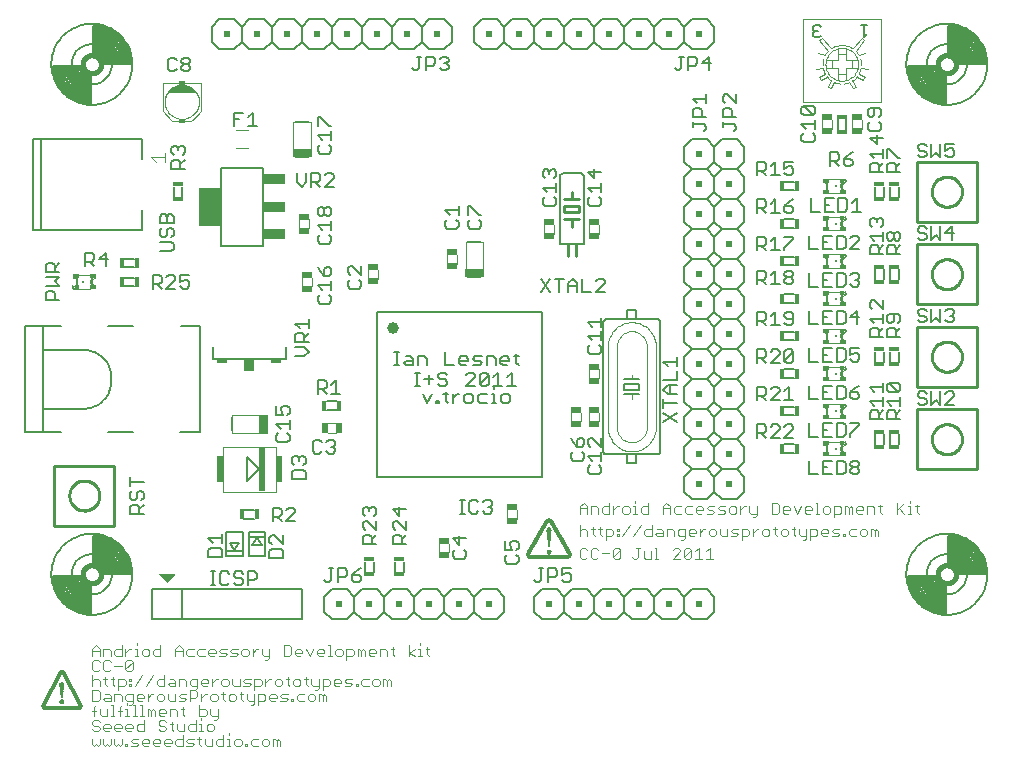
<source format=gto>
G75*
G70*
%OFA0B0*%
%FSLAX24Y24*%
%IPPOS*%
%LPD*%
%AMOC8*
5,1,8,0,0,1.08239X$1,22.5*
%
%ADD10C,0.0050*%
%ADD11C,0.0040*%
%ADD12R,0.0374X0.0197*%
%ADD13R,0.0374X0.0197*%
%ADD14R,0.0160X0.0340*%
%ADD15C,0.0060*%
%ADD16R,0.0197X0.0374*%
%ADD17R,0.0197X0.0374*%
%ADD18C,0.0086*%
%ADD19R,0.0551X0.0079*%
%ADD20R,0.0472X0.0079*%
%ADD21R,0.0591X0.0256*%
%ADD22R,0.0236X0.0138*%
%ADD23R,0.0340X0.0160*%
%ADD24C,0.0020*%
%ADD25C,0.0025*%
%ADD26R,0.0197X0.0128*%
%ADD27R,0.0098X0.0059*%
%ADD28R,0.0069X0.0157*%
%ADD29R,0.0079X0.0079*%
%ADD30R,0.0118X0.0118*%
%ADD31R,0.0030X0.0128*%
%ADD32R,0.0200X0.0200*%
%ADD33C,0.0080*%
%ADD34R,0.0210X0.0860*%
%ADD35R,0.0217X0.1496*%
%ADD36R,0.0079X0.0472*%
%ADD37R,0.0256X0.0591*%
%ADD38C,0.0120*%
%ADD39C,0.0030*%
%ADD40C,0.0394*%
%ADD41R,0.0730X0.1260*%
%ADD42R,0.0730X0.0340*%
%ADD43R,0.0354X0.0394*%
%ADD44R,0.0354X0.0118*%
%ADD45C,0.0100*%
%ADD46C,0.0180*%
%ADD47R,0.0006X0.0006*%
%ADD48R,0.0006X0.0006*%
%ADD49R,0.0006X0.0006*%
%ADD50R,0.0006X0.0006*%
%ADD51C,0.0049*%
D10*
X001326Y001804D02*
X001328Y001817D01*
X001333Y001829D01*
X001342Y001840D01*
X001352Y001848D01*
X001365Y001852D01*
X001378Y001853D01*
X001391Y001850D01*
X001403Y001844D01*
X001413Y001835D01*
X001420Y001824D01*
X001424Y001811D01*
X001424Y001797D01*
X001420Y001784D01*
X001413Y001773D01*
X001403Y001764D01*
X001391Y001758D01*
X001378Y001755D01*
X001365Y001756D01*
X001352Y001760D01*
X001342Y001768D01*
X001333Y001779D01*
X001328Y001791D01*
X001326Y001804D01*
X001328Y001817D01*
X001333Y001829D01*
X001342Y001840D01*
X001352Y001848D01*
X001365Y001852D01*
X001378Y001853D01*
X001391Y001850D01*
X001403Y001844D01*
X001413Y001835D01*
X001420Y001824D01*
X001424Y001811D01*
X001424Y001797D01*
X001420Y001784D01*
X001413Y001773D01*
X001403Y001764D01*
X001391Y001758D01*
X001378Y001755D01*
X001365Y001756D01*
X001352Y001760D01*
X001342Y001768D01*
X001333Y001779D01*
X001328Y001791D01*
X001326Y001804D01*
X001375Y001951D02*
X001424Y002394D01*
X001326Y002394D01*
X001375Y001951D01*
X001424Y002394D01*
X001326Y002394D01*
X001375Y001951D01*
X001372Y001974D02*
X001377Y001974D01*
X001372Y001974D01*
X001367Y002022D02*
X001383Y002022D01*
X001367Y002022D01*
X001362Y002071D02*
X001388Y002071D01*
X001362Y002071D01*
X001356Y002119D02*
X001394Y002119D01*
X001356Y002119D01*
X001351Y002168D02*
X001399Y002168D01*
X001351Y002168D01*
X001345Y002216D02*
X001404Y002216D01*
X001345Y002216D01*
X001340Y002265D02*
X001410Y002265D01*
X001340Y002265D01*
X001335Y002313D02*
X001415Y002313D01*
X001335Y002313D01*
X001329Y002362D02*
X001421Y002362D01*
X001329Y002362D01*
X001326Y002394D02*
X001328Y002407D01*
X001333Y002418D01*
X001340Y002429D01*
X001351Y002436D01*
X001362Y002441D01*
X001375Y002443D01*
X001388Y002441D01*
X001400Y002436D01*
X001410Y002429D01*
X001417Y002418D01*
X001422Y002407D01*
X001424Y002394D01*
X001422Y002407D01*
X001417Y002418D01*
X001410Y002429D01*
X001400Y002436D01*
X001388Y002441D01*
X001375Y002443D01*
X001362Y002441D01*
X001351Y002436D01*
X001340Y002429D01*
X001333Y002418D01*
X001328Y002407D01*
X001326Y002394D01*
X004375Y004554D02*
X005375Y004554D01*
X005375Y005554D01*
X009375Y005554D01*
X009375Y004554D01*
X005375Y004554D01*
X004375Y004554D02*
X004375Y005554D01*
X005375Y005554D01*
X006337Y005704D02*
X006487Y005704D01*
X006412Y005704D02*
X006412Y006154D01*
X006337Y006154D02*
X006487Y006154D01*
X006644Y006079D02*
X006644Y005779D01*
X006719Y005704D01*
X006869Y005704D01*
X006944Y005779D01*
X007105Y005779D02*
X007180Y005704D01*
X007330Y005704D01*
X007405Y005779D01*
X007405Y005854D01*
X007330Y005929D01*
X007180Y005929D01*
X007105Y006004D01*
X007105Y006079D01*
X007180Y006154D01*
X007330Y006154D01*
X007405Y006079D01*
X007565Y006154D02*
X007790Y006154D01*
X007865Y006079D01*
X007865Y005929D01*
X007790Y005854D01*
X007565Y005854D01*
X007565Y005704D02*
X007565Y006154D01*
X006944Y006079D02*
X006869Y006154D01*
X006719Y006154D01*
X006644Y006079D01*
X006706Y006646D02*
X006256Y006646D01*
X006256Y006871D01*
X006331Y006946D01*
X006631Y006946D01*
X006706Y006871D01*
X006706Y006646D01*
X006706Y007106D02*
X006706Y007406D01*
X006706Y007256D02*
X006256Y007256D01*
X006406Y007106D01*
X008293Y007126D02*
X008368Y007051D01*
X008293Y007126D02*
X008293Y007276D01*
X008368Y007352D01*
X008443Y007352D01*
X008744Y007051D01*
X008744Y007352D01*
X008669Y006891D02*
X008368Y006891D01*
X008293Y006816D01*
X008293Y006591D01*
X008744Y006591D01*
X008744Y006816D01*
X008669Y006891D01*
X008700Y007829D02*
X008550Y007979D01*
X008625Y007979D02*
X008400Y007979D01*
X008400Y007829D02*
X008400Y008279D01*
X008625Y008279D01*
X008700Y008204D01*
X008700Y008054D01*
X008625Y007979D01*
X008860Y007829D02*
X009160Y008129D01*
X009160Y008204D01*
X009085Y008279D01*
X008935Y008279D01*
X008860Y008204D01*
X008860Y007829D02*
X009160Y007829D01*
X009050Y009229D02*
X009050Y009454D01*
X009125Y009529D01*
X009425Y009529D01*
X009500Y009454D01*
X009500Y009229D01*
X009050Y009229D01*
X009125Y009689D02*
X009050Y009764D01*
X009050Y009914D01*
X009125Y009989D01*
X009200Y009989D01*
X009275Y009914D01*
X009350Y009989D01*
X009425Y009989D01*
X009500Y009914D01*
X009500Y009764D01*
X009425Y009689D01*
X009275Y009839D02*
X009275Y009914D01*
X009729Y010154D02*
X009804Y010079D01*
X009954Y010079D01*
X010029Y010154D01*
X010189Y010154D02*
X010265Y010079D01*
X010415Y010079D01*
X010490Y010154D01*
X010490Y010229D01*
X010415Y010304D01*
X010340Y010304D01*
X010415Y010304D02*
X010490Y010379D01*
X010490Y010454D01*
X010415Y010529D01*
X010265Y010529D01*
X010189Y010454D01*
X010029Y010454D02*
X009954Y010529D01*
X009804Y010529D01*
X009729Y010454D01*
X009729Y010154D01*
X008966Y010524D02*
X008966Y010674D01*
X008891Y010749D01*
X008966Y010909D02*
X008966Y011209D01*
X008966Y011059D02*
X008516Y011059D01*
X008666Y010909D01*
X008591Y010749D02*
X008516Y010674D01*
X008516Y010524D01*
X008591Y010449D01*
X008891Y010449D01*
X008966Y010524D01*
X008891Y011369D02*
X008966Y011444D01*
X008966Y011595D01*
X008891Y011670D01*
X008741Y011670D01*
X008666Y011595D01*
X008666Y011520D01*
X008741Y011369D01*
X008516Y011369D01*
X008516Y011670D01*
X009900Y012079D02*
X009900Y012529D01*
X010125Y012529D01*
X010200Y012454D01*
X010200Y012304D01*
X010125Y012229D01*
X009900Y012229D01*
X010050Y012229D02*
X010200Y012079D01*
X010360Y012079D02*
X010660Y012079D01*
X010510Y012079D02*
X010510Y012529D01*
X010360Y012379D01*
X009450Y013329D02*
X009150Y013329D01*
X009450Y013329D02*
X009600Y013479D01*
X009450Y013629D01*
X009150Y013629D01*
X009150Y013789D02*
X009150Y014014D01*
X009225Y014089D01*
X009375Y014089D01*
X009450Y014014D01*
X009450Y013789D01*
X009600Y013789D02*
X009150Y013789D01*
X009450Y013939D02*
X009600Y014089D01*
X009600Y014249D02*
X009600Y014550D01*
X009600Y014399D02*
X009150Y014399D01*
X009300Y014249D01*
X008845Y013644D02*
X008845Y013223D01*
X006404Y013223D01*
X006404Y013644D01*
X005546Y015579D02*
X005396Y015579D01*
X005321Y015654D01*
X005321Y015804D02*
X005471Y015879D01*
X005546Y015879D01*
X005621Y015804D01*
X005621Y015654D01*
X005546Y015579D01*
X005321Y015804D02*
X005321Y016029D01*
X005621Y016029D01*
X005160Y015954D02*
X005085Y016029D01*
X004935Y016029D01*
X004860Y015954D01*
X004700Y015954D02*
X004700Y015804D01*
X004625Y015729D01*
X004400Y015729D01*
X004550Y015729D02*
X004700Y015579D01*
X004860Y015579D02*
X005160Y015879D01*
X005160Y015954D01*
X005160Y015579D02*
X004860Y015579D01*
X004700Y015954D02*
X004625Y016029D01*
X004400Y016029D01*
X004400Y015579D01*
X004650Y016829D02*
X005025Y016829D01*
X005100Y016904D01*
X005100Y017054D01*
X005025Y017129D01*
X004650Y017129D01*
X004725Y017289D02*
X004800Y017289D01*
X004875Y017364D01*
X004875Y017514D01*
X004950Y017589D01*
X005025Y017589D01*
X005100Y017514D01*
X005100Y017364D01*
X005025Y017289D01*
X004725Y017289D02*
X004650Y017364D01*
X004650Y017514D01*
X004725Y017589D01*
X004650Y017749D02*
X004650Y017974D01*
X004725Y018050D01*
X004800Y018050D01*
X004875Y017974D01*
X004875Y017749D01*
X005100Y017749D02*
X004650Y017749D01*
X004875Y017974D02*
X004950Y018050D01*
X005025Y018050D01*
X005100Y017974D01*
X005100Y017749D01*
X004049Y017813D02*
X004049Y017538D01*
X003124Y017538D01*
X002179Y017538D01*
X000959Y017538D01*
X000683Y017538D01*
X000427Y017538D01*
X000427Y020569D01*
X000683Y020569D01*
X000959Y020569D01*
X002179Y020569D01*
X003124Y020569D01*
X004049Y020569D01*
X004049Y020294D01*
X004049Y019900D01*
X005025Y019804D02*
X005025Y019579D01*
X005475Y019579D01*
X005325Y019579D02*
X005325Y019804D01*
X005250Y019879D01*
X005100Y019879D01*
X005025Y019804D01*
X005100Y020039D02*
X005025Y020114D01*
X005025Y020264D01*
X005100Y020339D01*
X005175Y020339D01*
X005250Y020264D01*
X005325Y020339D01*
X005400Y020339D01*
X005475Y020264D01*
X005475Y020114D01*
X005400Y020039D01*
X005475Y019879D02*
X005325Y019729D01*
X005250Y020189D02*
X005250Y020264D01*
X007126Y020992D02*
X007126Y021442D01*
X007426Y021442D01*
X007587Y021292D02*
X007737Y021442D01*
X007737Y020992D01*
X007587Y020992D02*
X007887Y020992D01*
X007276Y021217D02*
X007126Y021217D01*
X005585Y022829D02*
X005435Y022829D01*
X005360Y022904D01*
X005360Y022979D01*
X005435Y023054D01*
X005585Y023054D01*
X005660Y022979D01*
X005660Y022904D01*
X005585Y022829D01*
X005585Y023054D02*
X005660Y023129D01*
X005660Y023204D01*
X005585Y023279D01*
X005435Y023279D01*
X005360Y023204D01*
X005360Y023129D01*
X005435Y023054D01*
X005200Y023204D02*
X005125Y023279D01*
X004975Y023279D01*
X004900Y023204D01*
X004900Y022904D01*
X004975Y022829D01*
X005125Y022829D01*
X005200Y022904D01*
X000683Y020569D02*
X000683Y017538D01*
X002150Y016779D02*
X002375Y016779D01*
X002450Y016704D01*
X002450Y016554D01*
X002375Y016479D01*
X002150Y016479D01*
X002300Y016479D02*
X002450Y016329D01*
X002610Y016554D02*
X002910Y016554D01*
X002835Y016329D02*
X002835Y016779D01*
X002610Y016554D01*
X002150Y016329D02*
X002150Y016779D01*
X001287Y016425D02*
X001137Y016274D01*
X001137Y016350D02*
X001137Y016124D01*
X001287Y016124D02*
X000837Y016124D01*
X000837Y016350D01*
X000912Y016425D01*
X001062Y016425D01*
X001137Y016350D01*
X001287Y015964D02*
X000837Y015964D01*
X000837Y015664D02*
X001287Y015664D01*
X001137Y015814D01*
X001287Y015964D01*
X001062Y015504D02*
X000912Y015504D01*
X000837Y015429D01*
X000837Y015204D01*
X001287Y015204D01*
X001137Y015204D02*
X001137Y015429D01*
X001062Y015504D01*
X004049Y017813D02*
X004049Y018207D01*
X009212Y019124D02*
X009363Y018974D01*
X009513Y019124D01*
X009513Y019424D01*
X009673Y019424D02*
X009898Y019424D01*
X009973Y019349D01*
X009973Y019199D01*
X009898Y019124D01*
X009673Y019124D01*
X009823Y019124D02*
X009973Y018974D01*
X010133Y018974D02*
X010433Y019274D01*
X010433Y019349D01*
X010358Y019424D01*
X010208Y019424D01*
X010133Y019349D01*
X010133Y018974D02*
X010433Y018974D01*
X009673Y018974D02*
X009673Y019424D01*
X009212Y019424D02*
X009212Y019124D01*
X009975Y018300D02*
X010050Y018300D01*
X010125Y018224D01*
X010125Y018074D01*
X010050Y017999D01*
X009975Y017999D01*
X009900Y018074D01*
X009900Y018224D01*
X009975Y018300D01*
X010125Y018224D02*
X010200Y018300D01*
X010275Y018300D01*
X010350Y018224D01*
X010350Y018074D01*
X010275Y017999D01*
X010200Y017999D01*
X010125Y018074D01*
X010350Y017839D02*
X010350Y017539D01*
X010350Y017689D02*
X009900Y017689D01*
X010050Y017539D01*
X009975Y017379D02*
X009900Y017304D01*
X009900Y017154D01*
X009975Y017079D01*
X010275Y017079D01*
X010350Y017154D01*
X010350Y017304D01*
X010275Y017379D01*
X010275Y016300D02*
X010200Y016300D01*
X010125Y016224D01*
X010125Y015999D01*
X010275Y015999D01*
X010350Y016074D01*
X010350Y016224D01*
X010275Y016300D01*
X009975Y016149D02*
X010125Y015999D01*
X009975Y016149D02*
X009900Y016300D01*
X010350Y015839D02*
X010350Y015539D01*
X010350Y015689D02*
X009900Y015689D01*
X010050Y015539D01*
X009975Y015379D02*
X009900Y015304D01*
X009900Y015154D01*
X009975Y015079D01*
X010275Y015079D01*
X010350Y015154D01*
X010350Y015304D01*
X010275Y015379D01*
X010900Y015654D02*
X010900Y015804D01*
X010975Y015879D01*
X010975Y016039D02*
X010900Y016114D01*
X010900Y016264D01*
X010975Y016339D01*
X011050Y016339D01*
X011350Y016039D01*
X011350Y016339D01*
X011275Y015879D02*
X011350Y015804D01*
X011350Y015654D01*
X011275Y015579D01*
X010975Y015579D01*
X010900Y015654D01*
X011869Y014810D02*
X017381Y014810D01*
X017381Y009298D01*
X011869Y009298D01*
X011869Y014810D01*
X012462Y013466D02*
X012613Y013466D01*
X012537Y013466D02*
X012537Y013016D01*
X012462Y013016D02*
X012613Y013016D01*
X012769Y013091D02*
X012844Y013166D01*
X013070Y013166D01*
X013070Y013241D02*
X013070Y013016D01*
X012844Y013016D01*
X012769Y013091D01*
X012844Y013316D02*
X012994Y013316D01*
X013070Y013241D01*
X013230Y013316D02*
X013230Y013016D01*
X013225Y012779D02*
X013225Y012329D01*
X013150Y012329D02*
X013300Y012329D01*
X013457Y012554D02*
X013757Y012554D01*
X013917Y012629D02*
X013992Y012554D01*
X014142Y012554D01*
X014217Y012479D01*
X014217Y012404D01*
X014142Y012329D01*
X013992Y012329D01*
X013917Y012404D01*
X013917Y012629D02*
X013917Y012704D01*
X013992Y012779D01*
X014142Y012779D01*
X014217Y012704D01*
X014150Y013016D02*
X014451Y013016D01*
X014611Y013091D02*
X014611Y013241D01*
X014686Y013316D01*
X014836Y013316D01*
X014911Y013241D01*
X014911Y013166D01*
X014611Y013166D01*
X014611Y013091D02*
X014686Y013016D01*
X014836Y013016D01*
X015071Y013016D02*
X015296Y013016D01*
X015371Y013091D01*
X015296Y013166D01*
X015146Y013166D01*
X015071Y013241D01*
X015146Y013316D01*
X015371Y013316D01*
X015531Y013316D02*
X015531Y013016D01*
X015523Y012779D02*
X015373Y012779D01*
X015298Y012704D01*
X015298Y012404D01*
X015598Y012704D01*
X015598Y012404D01*
X015523Y012329D01*
X015373Y012329D01*
X015298Y012404D01*
X015138Y012329D02*
X014838Y012329D01*
X015138Y012629D01*
X015138Y012704D01*
X015063Y012779D01*
X014913Y012779D01*
X014838Y012704D01*
X014856Y012066D02*
X014781Y011991D01*
X014781Y011841D01*
X014856Y011766D01*
X015006Y011766D01*
X015081Y011841D01*
X015081Y011991D01*
X015006Y012066D01*
X014856Y012066D01*
X014622Y012066D02*
X014547Y012066D01*
X014397Y011916D01*
X014397Y011766D02*
X014397Y012066D01*
X014241Y012066D02*
X014090Y012066D01*
X014165Y012141D02*
X014165Y011841D01*
X014241Y011766D01*
X013935Y011766D02*
X013860Y011766D01*
X013860Y011841D01*
X013935Y011841D01*
X013935Y011766D01*
X013700Y012066D02*
X013550Y011766D01*
X013400Y012066D01*
X013607Y012404D02*
X013607Y012704D01*
X013300Y012779D02*
X013150Y012779D01*
X013530Y013016D02*
X013530Y013241D01*
X013455Y013316D01*
X013230Y013316D01*
X014150Y013466D02*
X014150Y013016D01*
X015523Y012779D02*
X015598Y012704D01*
X015759Y012629D02*
X015909Y012779D01*
X015909Y012329D01*
X015777Y012292D02*
X015777Y012216D01*
X015759Y012329D02*
X016059Y012329D01*
X016219Y012329D02*
X016519Y012329D01*
X016369Y012329D02*
X016369Y012779D01*
X016219Y012629D01*
X016217Y013016D02*
X016067Y013016D01*
X015992Y013091D01*
X015992Y013241D01*
X016067Y013316D01*
X016217Y013316D01*
X016292Y013241D01*
X016292Y013166D01*
X015992Y013166D01*
X015832Y013241D02*
X015832Y013016D01*
X015832Y013241D02*
X015757Y013316D01*
X015531Y013316D01*
X016452Y013316D02*
X016602Y013316D01*
X016527Y013391D02*
X016527Y013091D01*
X016602Y013016D01*
X016234Y012066D02*
X016084Y012066D01*
X016009Y011991D01*
X016009Y011841D01*
X016084Y011766D01*
X016234Y011766D01*
X016309Y011841D01*
X016309Y011991D01*
X016234Y012066D01*
X015777Y012066D02*
X015777Y011766D01*
X015702Y011766D02*
X015852Y011766D01*
X015777Y012066D02*
X015702Y012066D01*
X015541Y012066D02*
X015316Y012066D01*
X015241Y011991D01*
X015241Y011841D01*
X015316Y011766D01*
X015541Y011766D01*
X018337Y010606D02*
X018412Y010456D01*
X018562Y010306D01*
X018562Y010531D01*
X018637Y010606D01*
X018712Y010606D01*
X018787Y010531D01*
X018787Y010381D01*
X018712Y010306D01*
X018562Y010306D01*
X018412Y010146D02*
X018337Y010071D01*
X018337Y009920D01*
X018412Y009845D01*
X018712Y009845D01*
X018787Y009920D01*
X018787Y010071D01*
X018712Y010146D01*
X018900Y009995D02*
X019350Y009995D01*
X019350Y009845D02*
X019350Y010146D01*
X019350Y010306D02*
X019050Y010606D01*
X018975Y010606D01*
X018900Y010531D01*
X018900Y010381D01*
X018975Y010306D01*
X018900Y009995D02*
X019050Y009845D01*
X018975Y009685D02*
X018900Y009610D01*
X018900Y009460D01*
X018975Y009385D01*
X019275Y009385D01*
X019350Y009460D01*
X019350Y009610D01*
X019275Y009685D01*
X019350Y010306D02*
X019350Y010606D01*
X021425Y011141D02*
X021875Y011441D01*
X021875Y011141D02*
X021425Y011441D01*
X021425Y011601D02*
X021425Y011902D01*
X021425Y011752D02*
X021875Y011752D01*
X021875Y012062D02*
X021575Y012062D01*
X021425Y012212D01*
X021575Y012362D01*
X021875Y012362D01*
X021875Y012522D02*
X021425Y012522D01*
X021650Y012362D02*
X021650Y012062D01*
X021875Y012522D02*
X021875Y012822D01*
X021875Y012983D02*
X021875Y013283D01*
X021875Y013133D02*
X021425Y013133D01*
X021575Y012983D01*
X019350Y013466D02*
X019350Y013616D01*
X019275Y013691D01*
X019350Y013851D02*
X019350Y014152D01*
X019350Y014002D02*
X018900Y014002D01*
X019050Y013851D01*
X018975Y013691D02*
X018900Y013616D01*
X018900Y013466D01*
X018975Y013391D01*
X019275Y013391D01*
X019350Y013466D01*
X019350Y014312D02*
X019350Y014612D01*
X019350Y014462D02*
X018900Y014462D01*
X019050Y014312D01*
X019019Y015454D02*
X018718Y015454D01*
X018718Y015904D01*
X018558Y015754D02*
X018558Y015454D01*
X018558Y015679D02*
X018258Y015679D01*
X018258Y015754D02*
X018258Y015454D01*
X017948Y015454D02*
X017948Y015904D01*
X017798Y015904D02*
X018098Y015904D01*
X018258Y015754D02*
X018408Y015904D01*
X018558Y015754D01*
X019179Y015829D02*
X019254Y015904D01*
X019404Y015904D01*
X019479Y015829D01*
X019479Y015754D01*
X019179Y015454D01*
X019479Y015454D01*
X017638Y015454D02*
X017337Y015904D01*
X017638Y015904D02*
X017337Y015454D01*
X017981Y017052D02*
X017981Y019319D01*
X017982Y019319D02*
X017983Y019336D01*
X017988Y019353D01*
X017995Y019368D01*
X018005Y019382D01*
X018017Y019394D01*
X018031Y019404D01*
X018046Y019411D01*
X018063Y019416D01*
X018080Y019417D01*
X018080Y019418D02*
X018670Y019418D01*
X018670Y019417D02*
X018687Y019416D01*
X018704Y019411D01*
X018719Y019404D01*
X018733Y019394D01*
X018745Y019382D01*
X018755Y019368D01*
X018762Y019353D01*
X018767Y019336D01*
X018768Y019319D01*
X018769Y019319D02*
X018769Y017052D01*
X018513Y017052D01*
X018237Y017052D01*
X017981Y017052D01*
X017775Y018329D02*
X017475Y018329D01*
X017400Y018404D01*
X017400Y018554D01*
X017475Y018629D01*
X017550Y018789D02*
X017400Y018939D01*
X017850Y018939D01*
X017850Y018789D02*
X017850Y019089D01*
X017775Y019249D02*
X017850Y019324D01*
X017850Y019474D01*
X017775Y019550D01*
X017700Y019550D01*
X017625Y019474D01*
X017625Y019399D01*
X017625Y019474D02*
X017550Y019550D01*
X017475Y019550D01*
X017400Y019474D01*
X017400Y019324D01*
X017475Y019249D01*
X017775Y018629D02*
X017850Y018554D01*
X017850Y018404D01*
X017775Y018329D01*
X018900Y018404D02*
X018975Y018329D01*
X019275Y018329D01*
X019350Y018404D01*
X019350Y018554D01*
X019275Y018629D01*
X019350Y018789D02*
X019350Y019089D01*
X019350Y018939D02*
X018900Y018939D01*
X019050Y018789D01*
X018975Y018629D02*
X018900Y018554D01*
X018900Y018404D01*
X019125Y019249D02*
X019125Y019550D01*
X019350Y019474D02*
X018900Y019474D01*
X019125Y019249D01*
X022400Y020979D02*
X022400Y021129D01*
X022400Y021054D02*
X022775Y021054D01*
X022850Y020979D01*
X022850Y020904D01*
X022775Y020829D01*
X022850Y021289D02*
X022400Y021289D01*
X022400Y021514D01*
X022475Y021589D01*
X022625Y021589D01*
X022700Y021514D01*
X022700Y021289D01*
X022850Y021749D02*
X022850Y022050D01*
X022850Y021899D02*
X022400Y021899D01*
X022550Y021749D01*
X023400Y021824D02*
X023475Y021749D01*
X023400Y021824D02*
X023400Y021974D01*
X023475Y022050D01*
X023550Y022050D01*
X023850Y021749D01*
X023850Y022050D01*
X023625Y021589D02*
X023475Y021589D01*
X023400Y021514D01*
X023400Y021289D01*
X023850Y021289D01*
X023700Y021289D02*
X023700Y021514D01*
X023625Y021589D01*
X023400Y021129D02*
X023400Y020979D01*
X023400Y021054D02*
X023775Y021054D01*
X023850Y020979D01*
X023850Y020904D01*
X023775Y020829D01*
X024537Y019804D02*
X024763Y019804D01*
X024838Y019729D01*
X024838Y019579D01*
X024763Y019504D01*
X024537Y019504D01*
X024537Y019354D02*
X024537Y019804D01*
X024688Y019504D02*
X024838Y019354D01*
X024998Y019354D02*
X025298Y019354D01*
X025148Y019354D02*
X025148Y019804D01*
X024998Y019654D01*
X025458Y019579D02*
X025458Y019804D01*
X025758Y019804D01*
X025683Y019654D02*
X025758Y019579D01*
X025758Y019429D01*
X025683Y019354D01*
X025533Y019354D01*
X025458Y019429D01*
X025458Y019579D02*
X025608Y019654D01*
X025683Y019654D01*
X026100Y020447D02*
X026400Y020447D01*
X026475Y020523D01*
X026475Y020673D01*
X026400Y020748D01*
X026475Y020908D02*
X026475Y021208D01*
X026475Y021058D02*
X026025Y021058D01*
X026175Y020908D01*
X026100Y020748D02*
X026025Y020673D01*
X026025Y020523D01*
X026100Y020447D01*
X026975Y020116D02*
X026975Y019666D01*
X026975Y019816D02*
X027200Y019816D01*
X027275Y019891D01*
X027275Y020041D01*
X027200Y020116D01*
X026975Y020116D01*
X027125Y019816D02*
X027275Y019666D01*
X027435Y019741D02*
X027510Y019666D01*
X027660Y019666D01*
X027735Y019741D01*
X027735Y019816D01*
X027660Y019891D01*
X027435Y019891D01*
X027435Y019741D01*
X027435Y019891D02*
X027585Y020041D01*
X027735Y020116D01*
X028312Y020077D02*
X028462Y019926D01*
X028387Y019766D02*
X028537Y019766D01*
X028612Y019691D01*
X028612Y019466D01*
X028612Y019616D02*
X028762Y019766D01*
X028875Y019691D02*
X028950Y019766D01*
X029100Y019766D01*
X029175Y019691D01*
X029175Y019466D01*
X029325Y019466D02*
X028875Y019466D01*
X028875Y019691D01*
X028875Y019926D02*
X028875Y020227D01*
X028950Y020227D01*
X029250Y019926D01*
X029325Y019926D01*
X029325Y019766D02*
X029175Y019616D01*
X028762Y019466D02*
X028312Y019466D01*
X028312Y019691D01*
X028387Y019766D01*
X028312Y020077D02*
X028762Y020077D01*
X028762Y020227D02*
X028762Y019926D01*
X028537Y020387D02*
X028537Y020687D01*
X028612Y020833D02*
X028312Y020833D01*
X028237Y020908D01*
X028237Y021058D01*
X028312Y021133D01*
X028312Y021293D02*
X028387Y021293D01*
X028462Y021368D01*
X028462Y021593D01*
X028312Y021593D02*
X028237Y021518D01*
X028237Y021368D01*
X028312Y021293D01*
X028612Y021293D02*
X028687Y021368D01*
X028687Y021518D01*
X028612Y021593D01*
X028312Y021593D01*
X028612Y021133D02*
X028687Y021058D01*
X028687Y020908D01*
X028612Y020833D01*
X028762Y020612D02*
X028312Y020612D01*
X028537Y020387D01*
X029900Y020329D02*
X029900Y020254D01*
X029975Y020179D01*
X030125Y020179D01*
X030200Y020104D01*
X030200Y020029D01*
X030125Y019954D01*
X029975Y019954D01*
X029900Y020029D01*
X029900Y020329D02*
X029975Y020404D01*
X030125Y020404D01*
X030200Y020329D01*
X030360Y020404D02*
X030360Y019954D01*
X030510Y020104D01*
X030660Y019954D01*
X030660Y020404D01*
X030821Y020404D02*
X030821Y020179D01*
X030971Y020254D01*
X031046Y020254D01*
X031121Y020179D01*
X031121Y020029D01*
X031046Y019954D01*
X030896Y019954D01*
X030821Y020029D01*
X030821Y020404D02*
X031121Y020404D01*
X027869Y018591D02*
X027869Y018141D01*
X028019Y018141D02*
X027718Y018141D01*
X027558Y018216D02*
X027558Y018516D01*
X027483Y018591D01*
X027258Y018591D01*
X027258Y018141D01*
X027483Y018141D01*
X027558Y018216D01*
X027718Y018441D02*
X027869Y018591D01*
X027098Y018591D02*
X026798Y018591D01*
X026798Y018141D01*
X027098Y018141D01*
X026948Y018366D02*
X026798Y018366D01*
X026638Y018141D02*
X026337Y018141D01*
X026337Y018591D01*
X025758Y018554D02*
X025608Y018479D01*
X025458Y018329D01*
X025683Y018329D01*
X025758Y018254D01*
X025758Y018179D01*
X025683Y018104D01*
X025533Y018104D01*
X025458Y018179D01*
X025458Y018329D01*
X025298Y018104D02*
X024998Y018104D01*
X025148Y018104D02*
X025148Y018554D01*
X024998Y018404D01*
X024838Y018479D02*
X024838Y018329D01*
X024763Y018254D01*
X024537Y018254D01*
X024537Y018104D02*
X024537Y018554D01*
X024763Y018554D01*
X024838Y018479D01*
X024687Y018254D02*
X024838Y018104D01*
X024763Y017304D02*
X024537Y017304D01*
X024537Y016854D01*
X024537Y017004D02*
X024763Y017004D01*
X024838Y017079D01*
X024838Y017229D01*
X024763Y017304D01*
X024998Y017154D02*
X025148Y017304D01*
X025148Y016854D01*
X024998Y016854D02*
X025298Y016854D01*
X025458Y016854D02*
X025458Y016929D01*
X025758Y017229D01*
X025758Y017304D01*
X025458Y017304D01*
X024838Y016854D02*
X024688Y017004D01*
X024763Y016179D02*
X024537Y016179D01*
X024537Y015729D01*
X024537Y015879D02*
X024763Y015879D01*
X024838Y015954D01*
X024838Y016104D01*
X024763Y016179D01*
X024998Y016029D02*
X025148Y016179D01*
X025148Y015729D01*
X024998Y015729D02*
X025298Y015729D01*
X025458Y015804D02*
X025458Y015879D01*
X025533Y015954D01*
X025683Y015954D01*
X025758Y015879D01*
X025758Y015804D01*
X025683Y015729D01*
X025533Y015729D01*
X025458Y015804D01*
X025533Y015954D02*
X025458Y016029D01*
X025458Y016104D01*
X025533Y016179D01*
X025683Y016179D01*
X025758Y016104D01*
X025758Y016029D01*
X025683Y015954D01*
X026275Y016091D02*
X026275Y015641D01*
X026575Y015641D01*
X026735Y015641D02*
X027035Y015641D01*
X027196Y015641D02*
X027421Y015641D01*
X027496Y015716D01*
X027496Y016016D01*
X027421Y016091D01*
X027196Y016091D01*
X027196Y015641D01*
X026885Y015866D02*
X026735Y015866D01*
X026735Y016091D02*
X026735Y015641D01*
X026735Y016091D02*
X027035Y016091D01*
X027656Y016016D02*
X027731Y016091D01*
X027881Y016091D01*
X027956Y016016D01*
X027956Y015941D01*
X027881Y015866D01*
X027956Y015791D01*
X027956Y015716D01*
X027881Y015641D01*
X027731Y015641D01*
X027656Y015716D01*
X027806Y015866D02*
X027881Y015866D01*
X028387Y015187D02*
X028312Y015112D01*
X028312Y014962D01*
X028387Y014887D01*
X028387Y015187D02*
X028462Y015187D01*
X028762Y014887D01*
X028762Y015187D01*
X028762Y014727D02*
X028762Y014426D01*
X028875Y014502D02*
X028950Y014426D01*
X029025Y014426D01*
X029100Y014502D01*
X029100Y014727D01*
X029250Y014727D02*
X028950Y014727D01*
X028875Y014652D01*
X028875Y014502D01*
X028762Y014577D02*
X028312Y014577D01*
X028462Y014426D01*
X028387Y014266D02*
X028537Y014266D01*
X028612Y014191D01*
X028612Y013966D01*
X028612Y014116D02*
X028762Y014266D01*
X028875Y014191D02*
X028950Y014266D01*
X029100Y014266D01*
X029175Y014191D01*
X029175Y013966D01*
X029325Y013966D02*
X028875Y013966D01*
X028875Y014191D01*
X028762Y013966D02*
X028312Y013966D01*
X028312Y014191D01*
X028387Y014266D01*
X027881Y014391D02*
X027881Y014841D01*
X027656Y014616D01*
X027956Y014616D01*
X027496Y014466D02*
X027496Y014766D01*
X027421Y014841D01*
X027196Y014841D01*
X027196Y014391D01*
X027421Y014391D01*
X027496Y014466D01*
X027035Y014391D02*
X026735Y014391D01*
X026735Y014841D01*
X027035Y014841D01*
X026885Y014616D02*
X026735Y014616D01*
X026575Y014391D02*
X026275Y014391D01*
X026275Y014841D01*
X025758Y014729D02*
X025758Y014429D01*
X025683Y014354D01*
X025533Y014354D01*
X025458Y014429D01*
X025533Y014579D02*
X025758Y014579D01*
X025758Y014729D02*
X025683Y014804D01*
X025533Y014804D01*
X025458Y014729D01*
X025458Y014654D01*
X025533Y014579D01*
X025298Y014354D02*
X024998Y014354D01*
X025148Y014354D02*
X025148Y014804D01*
X024998Y014654D01*
X024838Y014729D02*
X024763Y014804D01*
X024537Y014804D01*
X024537Y014354D01*
X024537Y014504D02*
X024763Y014504D01*
X024838Y014579D01*
X024838Y014729D01*
X024688Y014504D02*
X024838Y014354D01*
X024763Y013554D02*
X024537Y013554D01*
X024537Y013104D01*
X024537Y013254D02*
X024763Y013254D01*
X024838Y013329D01*
X024838Y013479D01*
X024763Y013554D01*
X024998Y013479D02*
X025073Y013554D01*
X025223Y013554D01*
X025298Y013479D01*
X025298Y013404D01*
X024998Y013104D01*
X025298Y013104D01*
X025458Y013179D02*
X025758Y013479D01*
X025758Y013179D01*
X025683Y013104D01*
X025533Y013104D01*
X025458Y013179D01*
X025458Y013479D01*
X025533Y013554D01*
X025683Y013554D01*
X025758Y013479D01*
X026275Y013591D02*
X026275Y013141D01*
X026575Y013141D01*
X026735Y013141D02*
X027035Y013141D01*
X027196Y013141D02*
X027421Y013141D01*
X027496Y013216D01*
X027496Y013516D01*
X027421Y013591D01*
X027196Y013591D01*
X027196Y013141D01*
X026885Y013366D02*
X026735Y013366D01*
X026735Y013591D02*
X026735Y013141D01*
X026735Y013591D02*
X027035Y013591D01*
X027656Y013591D02*
X027656Y013366D01*
X027806Y013441D01*
X027881Y013441D01*
X027956Y013366D01*
X027956Y013216D01*
X027881Y013141D01*
X027731Y013141D01*
X027656Y013216D01*
X027656Y013591D02*
X027956Y013591D01*
X029175Y014116D02*
X029325Y014266D01*
X029250Y014426D02*
X029325Y014502D01*
X029325Y014652D01*
X029250Y014727D01*
X029900Y014754D02*
X029975Y014679D01*
X030125Y014679D01*
X030200Y014604D01*
X030200Y014529D01*
X030125Y014454D01*
X029975Y014454D01*
X029900Y014529D01*
X029900Y014754D02*
X029900Y014829D01*
X029975Y014904D01*
X030125Y014904D01*
X030200Y014829D01*
X030360Y014904D02*
X030360Y014454D01*
X030510Y014604D01*
X030660Y014454D01*
X030660Y014904D01*
X030821Y014829D02*
X030896Y014904D01*
X031046Y014904D01*
X031121Y014829D01*
X031121Y014754D01*
X031046Y014679D01*
X031121Y014604D01*
X031121Y014529D01*
X031046Y014454D01*
X030896Y014454D01*
X030821Y014529D01*
X030971Y014679D02*
X031046Y014679D01*
X029325Y016716D02*
X028875Y016716D01*
X028875Y016941D01*
X028950Y017016D01*
X029100Y017016D01*
X029175Y016941D01*
X029175Y016716D01*
X029175Y016866D02*
X029325Y017016D01*
X029250Y017176D02*
X029175Y017176D01*
X029100Y017252D01*
X029100Y017402D01*
X029175Y017477D01*
X029250Y017477D01*
X029325Y017402D01*
X029325Y017252D01*
X029250Y017176D01*
X029100Y017252D02*
X029025Y017176D01*
X028950Y017176D01*
X028875Y017252D01*
X028875Y017402D01*
X028950Y017477D01*
X029025Y017477D01*
X029100Y017402D01*
X028762Y017477D02*
X028762Y017176D01*
X028762Y017327D02*
X028312Y017327D01*
X028462Y017176D01*
X028387Y017016D02*
X028537Y017016D01*
X028612Y016941D01*
X028612Y016716D01*
X028612Y016866D02*
X028762Y017016D01*
X028387Y017016D02*
X028312Y016941D01*
X028312Y016716D01*
X028762Y016716D01*
X027956Y016891D02*
X027656Y016891D01*
X027956Y017191D01*
X027956Y017266D01*
X027881Y017341D01*
X027731Y017341D01*
X027656Y017266D01*
X027496Y017266D02*
X027421Y017341D01*
X027196Y017341D01*
X027196Y016891D01*
X027421Y016891D01*
X027496Y016966D01*
X027496Y017266D01*
X027035Y017341D02*
X026735Y017341D01*
X026735Y016891D01*
X027035Y016891D01*
X026885Y017116D02*
X026735Y017116D01*
X026575Y016891D02*
X026275Y016891D01*
X026275Y017341D01*
X028312Y017712D02*
X028312Y017862D01*
X028387Y017937D01*
X028462Y017937D01*
X028537Y017862D01*
X028612Y017937D01*
X028687Y017937D01*
X028762Y017862D01*
X028762Y017712D01*
X028687Y017637D01*
X028537Y017787D02*
X028537Y017862D01*
X028387Y017637D02*
X028312Y017712D01*
X029900Y017579D02*
X029900Y017504D01*
X029975Y017429D01*
X030125Y017429D01*
X030200Y017354D01*
X030200Y017279D01*
X030125Y017204D01*
X029975Y017204D01*
X029900Y017279D01*
X029900Y017579D02*
X029975Y017654D01*
X030125Y017654D01*
X030200Y017579D01*
X030360Y017654D02*
X030360Y017204D01*
X030510Y017354D01*
X030660Y017204D01*
X030660Y017654D01*
X030821Y017429D02*
X031121Y017429D01*
X031046Y017654D02*
X030821Y017429D01*
X031046Y017204D02*
X031046Y017654D01*
X026475Y021443D02*
X026400Y021368D01*
X026100Y021668D01*
X026400Y021668D01*
X026475Y021593D01*
X026475Y021443D01*
X026400Y021368D02*
X026100Y021368D01*
X026025Y021443D01*
X026025Y021593D01*
X026100Y021668D01*
X026475Y023954D02*
X026625Y023954D01*
X026675Y024004D01*
X026575Y024154D02*
X026475Y024154D01*
X026425Y024204D01*
X026425Y024304D01*
X026475Y024354D01*
X026625Y024354D01*
X026675Y024304D01*
X026475Y024154D02*
X026425Y024104D01*
X026425Y024004D01*
X026475Y023954D01*
X028025Y024354D02*
X028125Y024354D01*
X028225Y024354D01*
X028125Y024354D02*
X028125Y023954D01*
X028225Y024054D01*
X023020Y023084D02*
X022719Y023084D01*
X022945Y023309D01*
X022945Y022859D01*
X022559Y023084D02*
X022484Y023009D01*
X022259Y023009D01*
X022259Y022859D02*
X022259Y023309D01*
X022484Y023309D01*
X022559Y023234D01*
X022559Y023084D01*
X022099Y023309D02*
X021949Y023309D01*
X022024Y023309D02*
X022024Y022934D01*
X021949Y022859D01*
X021874Y022859D01*
X021799Y022934D01*
X015350Y018039D02*
X015275Y018039D01*
X014975Y018339D01*
X014900Y018339D01*
X014900Y018039D01*
X014975Y017879D02*
X014900Y017804D01*
X014900Y017654D01*
X014975Y017579D01*
X015275Y017579D01*
X015350Y017654D01*
X015350Y017804D01*
X015275Y017879D01*
X014600Y017804D02*
X014600Y017654D01*
X014525Y017579D01*
X014225Y017579D01*
X014150Y017654D01*
X014150Y017804D01*
X014225Y017879D01*
X014300Y018039D02*
X014150Y018189D01*
X014600Y018189D01*
X014600Y018039D02*
X014600Y018339D01*
X014525Y017879D02*
X014600Y017804D01*
X010350Y020154D02*
X010350Y020304D01*
X010275Y020379D01*
X010350Y020539D02*
X010350Y020839D01*
X010350Y020689D02*
X009900Y020689D01*
X010050Y020539D01*
X009975Y020379D02*
X009900Y020304D01*
X009900Y020154D01*
X009975Y020079D01*
X010275Y020079D01*
X010350Y020154D01*
X010350Y020999D02*
X010275Y020999D01*
X009975Y021300D01*
X009900Y021300D01*
X009900Y020999D01*
X013049Y022934D02*
X013124Y022859D01*
X013199Y022859D01*
X013274Y022934D01*
X013274Y023309D01*
X013199Y023309D02*
X013349Y023309D01*
X013509Y023309D02*
X013734Y023309D01*
X013809Y023234D01*
X013809Y023084D01*
X013734Y023009D01*
X013509Y023009D01*
X013509Y022859D02*
X013509Y023309D01*
X013969Y023234D02*
X014044Y023309D01*
X014195Y023309D01*
X014270Y023234D01*
X014270Y023159D01*
X014195Y023084D01*
X014270Y023009D01*
X014270Y022934D01*
X014195Y022859D01*
X014044Y022859D01*
X013969Y022934D01*
X014120Y023084D02*
X014195Y023084D01*
X024688Y015879D02*
X024838Y015729D01*
X024687Y013254D02*
X024838Y013104D01*
X024763Y012304D02*
X024537Y012304D01*
X024537Y011854D01*
X024537Y012004D02*
X024763Y012004D01*
X024838Y012079D01*
X024838Y012229D01*
X024763Y012304D01*
X024998Y012229D02*
X025073Y012304D01*
X025223Y012304D01*
X025298Y012229D01*
X025298Y012154D01*
X024998Y011854D01*
X025298Y011854D01*
X025458Y011854D02*
X025758Y011854D01*
X025608Y011854D02*
X025608Y012304D01*
X025458Y012154D01*
X024838Y011854D02*
X024688Y012004D01*
X024763Y011054D02*
X024537Y011054D01*
X024537Y010604D01*
X024537Y010754D02*
X024763Y010754D01*
X024838Y010829D01*
X024838Y010979D01*
X024763Y011054D01*
X024998Y010979D02*
X025073Y011054D01*
X025223Y011054D01*
X025298Y010979D01*
X025298Y010904D01*
X024998Y010604D01*
X025298Y010604D01*
X025458Y010604D02*
X025758Y010904D01*
X025758Y010979D01*
X025683Y011054D01*
X025533Y011054D01*
X025458Y010979D01*
X025458Y010604D02*
X025758Y010604D01*
X026275Y010641D02*
X026275Y011091D01*
X026735Y011091D02*
X026735Y010641D01*
X027035Y010641D01*
X027196Y010641D02*
X027421Y010641D01*
X027496Y010716D01*
X027496Y011016D01*
X027421Y011091D01*
X027196Y011091D01*
X027196Y010641D01*
X026885Y010866D02*
X026735Y010866D01*
X026735Y011091D02*
X027035Y011091D01*
X027656Y011091D02*
X027956Y011091D01*
X027956Y011016D01*
X027656Y010716D01*
X027656Y010641D01*
X028312Y011216D02*
X028312Y011441D01*
X028387Y011516D01*
X028537Y011516D01*
X028612Y011441D01*
X028612Y011216D01*
X028612Y011366D02*
X028762Y011516D01*
X028875Y011441D02*
X028950Y011516D01*
X029100Y011516D01*
X029175Y011441D01*
X029175Y011216D01*
X029325Y011216D02*
X028875Y011216D01*
X028875Y011441D01*
X028762Y011216D02*
X028312Y011216D01*
X028462Y011676D02*
X028312Y011827D01*
X028762Y011827D01*
X028875Y011827D02*
X029025Y011676D01*
X028875Y011827D02*
X029325Y011827D01*
X029325Y011977D02*
X029325Y011676D01*
X029325Y011516D02*
X029175Y011366D01*
X028762Y011676D02*
X028762Y011977D01*
X028762Y012137D02*
X028762Y012437D01*
X028875Y012362D02*
X028875Y012212D01*
X028950Y012137D01*
X029250Y012137D01*
X028950Y012437D01*
X029250Y012437D01*
X029325Y012362D01*
X029325Y012212D01*
X029250Y012137D01*
X028950Y012437D02*
X028875Y012362D01*
X028762Y012287D02*
X028312Y012287D01*
X028462Y012137D01*
X027956Y012041D02*
X027956Y011966D01*
X027881Y011891D01*
X027731Y011891D01*
X027656Y011966D01*
X027656Y012116D01*
X027881Y012116D01*
X027956Y012041D01*
X027806Y012266D02*
X027656Y012116D01*
X027806Y012266D02*
X027956Y012341D01*
X027496Y012266D02*
X027496Y011966D01*
X027421Y011891D01*
X027196Y011891D01*
X027196Y012341D01*
X027421Y012341D01*
X027496Y012266D01*
X027035Y012341D02*
X026735Y012341D01*
X026735Y011891D01*
X027035Y011891D01*
X026885Y012116D02*
X026735Y012116D01*
X026575Y011891D02*
X026275Y011891D01*
X026275Y012341D01*
X024687Y010754D02*
X024838Y010604D01*
X026275Y010641D02*
X026575Y010641D01*
X026735Y009842D02*
X026735Y009391D01*
X027035Y009391D01*
X027196Y009391D02*
X027421Y009391D01*
X027496Y009466D01*
X027496Y009766D01*
X027421Y009842D01*
X027196Y009842D01*
X027196Y009391D01*
X026885Y009616D02*
X026735Y009616D01*
X026735Y009842D02*
X027035Y009842D01*
X027656Y009766D02*
X027656Y009691D01*
X027731Y009616D01*
X027881Y009616D01*
X027956Y009541D01*
X027956Y009466D01*
X027881Y009391D01*
X027731Y009391D01*
X027656Y009466D01*
X027656Y009541D01*
X027731Y009616D01*
X027881Y009616D02*
X027956Y009691D01*
X027956Y009766D01*
X027881Y009842D01*
X027731Y009842D01*
X027656Y009766D01*
X026575Y009391D02*
X026275Y009391D01*
X026275Y009842D01*
X029900Y011779D02*
X029975Y011704D01*
X030125Y011704D01*
X030200Y011779D01*
X030200Y011854D01*
X030125Y011929D01*
X029975Y011929D01*
X029900Y012004D01*
X029900Y012079D01*
X029975Y012154D01*
X030125Y012154D01*
X030200Y012079D01*
X030360Y012154D02*
X030360Y011704D01*
X030510Y011854D01*
X030660Y011704D01*
X030660Y012154D01*
X030821Y012079D02*
X030896Y012154D01*
X031046Y012154D01*
X031121Y012079D01*
X031121Y012004D01*
X030821Y011704D01*
X031121Y011704D01*
X018341Y006249D02*
X018041Y006249D01*
X018041Y006024D01*
X018191Y006099D01*
X018266Y006099D01*
X018341Y006024D01*
X018341Y005874D01*
X018266Y005799D01*
X018116Y005799D01*
X018041Y005874D01*
X017880Y006024D02*
X017805Y005949D01*
X017580Y005949D01*
X017580Y005799D02*
X017580Y006249D01*
X017805Y006249D01*
X017880Y006174D01*
X017880Y006024D01*
X017420Y006249D02*
X017270Y006249D01*
X017345Y006249D02*
X017345Y005874D01*
X017270Y005799D01*
X017195Y005799D01*
X017120Y005874D01*
X016525Y006408D02*
X016600Y006483D01*
X016600Y006633D01*
X016525Y006708D01*
X016525Y006868D02*
X016600Y006943D01*
X016600Y007093D01*
X016525Y007168D01*
X016375Y007168D01*
X016300Y007093D01*
X016300Y007018D01*
X016375Y006868D01*
X016150Y006868D01*
X016150Y007168D01*
X016225Y006708D02*
X016150Y006633D01*
X016150Y006483D01*
X016225Y006408D01*
X016525Y006408D01*
X014850Y006654D02*
X014850Y006804D01*
X014775Y006879D01*
X014625Y007039D02*
X014625Y007339D01*
X014850Y007264D02*
X014400Y007264D01*
X014625Y007039D01*
X014475Y006879D02*
X014400Y006804D01*
X014400Y006654D01*
X014475Y006579D01*
X014775Y006579D01*
X014850Y006654D01*
X014800Y008079D02*
X014650Y008079D01*
X014725Y008079D02*
X014725Y008529D01*
X014650Y008529D02*
X014800Y008529D01*
X014957Y008454D02*
X015032Y008529D01*
X015182Y008529D01*
X015257Y008454D01*
X015417Y008454D02*
X015492Y008529D01*
X015642Y008529D01*
X015717Y008454D01*
X015717Y008379D01*
X015642Y008304D01*
X015717Y008229D01*
X015717Y008154D01*
X015642Y008079D01*
X015492Y008079D01*
X015417Y008154D01*
X015257Y008154D02*
X015182Y008079D01*
X015032Y008079D01*
X014957Y008154D01*
X014957Y008454D01*
X015567Y008304D02*
X015642Y008304D01*
X012850Y008224D02*
X012400Y008224D01*
X012625Y007999D01*
X012625Y008300D01*
X012550Y007839D02*
X012475Y007839D01*
X012400Y007764D01*
X012400Y007614D01*
X012475Y007539D01*
X012475Y007379D02*
X012400Y007304D01*
X012400Y007079D01*
X012850Y007079D01*
X012700Y007079D02*
X012700Y007304D01*
X012625Y007379D01*
X012475Y007379D01*
X012700Y007229D02*
X012850Y007379D01*
X012850Y007539D02*
X012550Y007839D01*
X012850Y007839D02*
X012850Y007539D01*
X011850Y007539D02*
X011550Y007839D01*
X011475Y007839D01*
X011400Y007764D01*
X011400Y007614D01*
X011475Y007539D01*
X011475Y007379D02*
X011400Y007304D01*
X011400Y007079D01*
X011850Y007079D01*
X011700Y007079D02*
X011700Y007304D01*
X011625Y007379D01*
X011475Y007379D01*
X011700Y007229D02*
X011850Y007379D01*
X011850Y007539D02*
X011850Y007839D01*
X011775Y007999D02*
X011850Y008074D01*
X011850Y008224D01*
X011775Y008300D01*
X011700Y008300D01*
X011625Y008224D01*
X011625Y008149D01*
X011625Y008224D02*
X011550Y008300D01*
X011475Y008300D01*
X011400Y008224D01*
X011400Y008074D01*
X011475Y007999D01*
X011341Y006249D02*
X011191Y006174D01*
X011041Y006024D01*
X011266Y006024D01*
X011341Y005949D01*
X011341Y005874D01*
X011266Y005799D01*
X011116Y005799D01*
X011041Y005874D01*
X011041Y006024D01*
X010880Y006024D02*
X010805Y005949D01*
X010580Y005949D01*
X010580Y005799D02*
X010580Y006249D01*
X010805Y006249D01*
X010880Y006174D01*
X010880Y006024D01*
X010420Y006249D02*
X010270Y006249D01*
X010345Y006249D02*
X010345Y005874D01*
X010270Y005799D01*
X010195Y005799D01*
X010120Y005874D01*
X004100Y008072D02*
X003650Y008072D01*
X003650Y008298D01*
X003725Y008373D01*
X003875Y008373D01*
X003950Y008298D01*
X003950Y008072D01*
X003950Y008223D02*
X004100Y008373D01*
X004025Y008533D02*
X004100Y008608D01*
X004100Y008758D01*
X004025Y008833D01*
X003950Y008833D01*
X003875Y008758D01*
X003875Y008608D01*
X003800Y008533D01*
X003725Y008533D01*
X003650Y008608D01*
X003650Y008758D01*
X003725Y008833D01*
X003650Y008993D02*
X003650Y009293D01*
X003650Y009143D02*
X004100Y009143D01*
D11*
X006735Y008804D02*
X006735Y010304D01*
X008515Y010304D01*
X008515Y008804D01*
X006735Y008804D01*
X007054Y010758D02*
X007054Y011349D01*
X008196Y011349D01*
X008196Y010758D01*
X007054Y010758D01*
X010235Y010759D02*
X010515Y010759D01*
X010515Y011094D02*
X010235Y011094D01*
X013960Y007069D02*
X013960Y006788D01*
X014295Y006788D02*
X014295Y007069D01*
X016210Y007913D02*
X016210Y008194D01*
X016545Y008194D02*
X016545Y007913D01*
X018645Y008074D02*
X018645Y008314D01*
X018765Y008434D01*
X018885Y008314D01*
X018885Y008074D01*
X019013Y008074D02*
X019013Y008314D01*
X019193Y008314D01*
X019253Y008254D01*
X019253Y008074D01*
X019381Y008134D02*
X019381Y008254D01*
X019442Y008314D01*
X019622Y008314D01*
X019622Y008434D02*
X019622Y008074D01*
X019442Y008074D01*
X019381Y008134D01*
X019750Y008194D02*
X019870Y008314D01*
X019930Y008314D01*
X020057Y008254D02*
X020057Y008134D01*
X020117Y008074D01*
X020237Y008074D01*
X020297Y008134D01*
X020297Y008254D01*
X020237Y008314D01*
X020117Y008314D01*
X020057Y008254D01*
X019750Y008314D02*
X019750Y008074D01*
X019684Y007564D02*
X019504Y007564D01*
X019504Y007204D01*
X019504Y007324D02*
X019684Y007324D01*
X019744Y007384D01*
X019744Y007504D01*
X019684Y007564D01*
X019873Y007564D02*
X019873Y007504D01*
X019933Y007504D01*
X019933Y007564D01*
X019873Y007564D01*
X019873Y007384D02*
X019873Y007324D01*
X019933Y007324D01*
X019933Y007384D01*
X019873Y007384D01*
X020057Y007324D02*
X020297Y007684D01*
X020665Y007684D02*
X020425Y007324D01*
X020793Y007384D02*
X020793Y007504D01*
X020853Y007564D01*
X021033Y007564D01*
X021033Y007684D02*
X021033Y007324D01*
X020853Y007324D01*
X020793Y007384D01*
X021162Y007384D02*
X021222Y007444D01*
X021402Y007444D01*
X021402Y007504D02*
X021402Y007324D01*
X021222Y007324D01*
X021162Y007384D01*
X021222Y007564D02*
X021342Y007564D01*
X021402Y007504D01*
X021530Y007564D02*
X021710Y007564D01*
X021770Y007504D01*
X021770Y007324D01*
X021898Y007384D02*
X021958Y007324D01*
X022138Y007324D01*
X022138Y007264D02*
X022138Y007564D01*
X021958Y007564D01*
X021898Y007504D01*
X021898Y007384D01*
X022018Y007204D02*
X022078Y007204D01*
X022138Y007264D01*
X022266Y007384D02*
X022266Y007504D01*
X022327Y007564D01*
X022447Y007564D01*
X022507Y007504D01*
X022507Y007444D01*
X022266Y007444D01*
X022266Y007384D02*
X022327Y007324D01*
X022447Y007324D01*
X022635Y007324D02*
X022635Y007564D01*
X022755Y007564D02*
X022815Y007564D01*
X022755Y007564D02*
X022635Y007444D01*
X022942Y007504D02*
X022942Y007384D01*
X023002Y007324D01*
X023122Y007324D01*
X023182Y007384D01*
X023182Y007504D01*
X023122Y007564D01*
X023002Y007564D01*
X022942Y007504D01*
X023310Y007564D02*
X023310Y007384D01*
X023370Y007324D01*
X023550Y007324D01*
X023550Y007564D01*
X023678Y007504D02*
X023738Y007444D01*
X023858Y007444D01*
X023919Y007384D01*
X023858Y007324D01*
X023678Y007324D01*
X023678Y007504D02*
X023738Y007564D01*
X023919Y007564D01*
X024047Y007564D02*
X024227Y007564D01*
X024287Y007504D01*
X024287Y007384D01*
X024227Y007324D01*
X024047Y007324D01*
X024047Y007204D02*
X024047Y007564D01*
X024415Y007564D02*
X024415Y007324D01*
X024415Y007444D02*
X024535Y007564D01*
X024595Y007564D01*
X024722Y007504D02*
X024722Y007384D01*
X024782Y007324D01*
X024902Y007324D01*
X024962Y007384D01*
X024962Y007504D01*
X024902Y007564D01*
X024782Y007564D01*
X024722Y007504D01*
X025090Y007564D02*
X025210Y007564D01*
X025150Y007624D02*
X025150Y007384D01*
X025210Y007324D01*
X025336Y007384D02*
X025336Y007504D01*
X025396Y007564D01*
X025516Y007564D01*
X025576Y007504D01*
X025576Y007384D01*
X025516Y007324D01*
X025396Y007324D01*
X025336Y007384D01*
X025704Y007564D02*
X025824Y007564D01*
X025764Y007624D02*
X025764Y007384D01*
X025824Y007324D01*
X025949Y007384D02*
X025949Y007564D01*
X025949Y007384D02*
X026009Y007324D01*
X026190Y007324D01*
X026190Y007264D02*
X026130Y007204D01*
X026070Y007204D01*
X026190Y007264D02*
X026190Y007564D01*
X026318Y007564D02*
X026498Y007564D01*
X026558Y007504D01*
X026558Y007384D01*
X026498Y007324D01*
X026318Y007324D01*
X026318Y007204D02*
X026318Y007564D01*
X026686Y007504D02*
X026686Y007384D01*
X026746Y007324D01*
X026866Y007324D01*
X026926Y007444D02*
X026686Y007444D01*
X026686Y007504D02*
X026746Y007564D01*
X026866Y007564D01*
X026926Y007504D01*
X026926Y007444D01*
X027054Y007504D02*
X027114Y007444D01*
X027234Y007444D01*
X027295Y007384D01*
X027234Y007324D01*
X027054Y007324D01*
X027054Y007504D02*
X027114Y007564D01*
X027295Y007564D01*
X027423Y007384D02*
X027483Y007384D01*
X027483Y007324D01*
X027423Y007324D01*
X027423Y007384D01*
X027607Y007384D02*
X027607Y007504D01*
X027667Y007564D01*
X027847Y007564D01*
X027975Y007504D02*
X027975Y007384D01*
X028035Y007324D01*
X028155Y007324D01*
X028215Y007384D01*
X028215Y007504D01*
X028155Y007564D01*
X028035Y007564D01*
X027975Y007504D01*
X027847Y007324D02*
X027667Y007324D01*
X027607Y007384D01*
X028343Y007324D02*
X028343Y007564D01*
X028403Y007564D01*
X028464Y007504D01*
X028524Y007564D01*
X028584Y007504D01*
X028584Y007324D01*
X028464Y007324D02*
X028464Y007504D01*
X028461Y008074D02*
X028461Y008254D01*
X028401Y008314D01*
X028221Y008314D01*
X028221Y008074D01*
X028093Y008194D02*
X028093Y008254D01*
X028033Y008314D01*
X027912Y008314D01*
X027852Y008254D01*
X027852Y008134D01*
X027912Y008074D01*
X028033Y008074D01*
X028093Y008194D02*
X027852Y008194D01*
X027724Y008254D02*
X027724Y008074D01*
X027604Y008074D02*
X027604Y008254D01*
X027664Y008314D01*
X027724Y008254D01*
X027604Y008254D02*
X027544Y008314D01*
X027484Y008314D01*
X027484Y008074D01*
X027356Y008134D02*
X027296Y008074D01*
X027116Y008074D01*
X027116Y007954D02*
X027116Y008314D01*
X027296Y008314D01*
X027356Y008254D01*
X027356Y008134D01*
X026988Y008134D02*
X026988Y008254D01*
X026928Y008314D01*
X026808Y008314D01*
X026748Y008254D01*
X026748Y008134D01*
X026808Y008074D01*
X026928Y008074D01*
X026988Y008134D01*
X026622Y008074D02*
X026502Y008074D01*
X026562Y008074D02*
X026562Y008434D01*
X026502Y008434D01*
X026374Y008254D02*
X026374Y008194D01*
X026134Y008194D01*
X026134Y008134D02*
X026134Y008254D01*
X026194Y008314D01*
X026314Y008314D01*
X026374Y008254D01*
X026314Y008074D02*
X026194Y008074D01*
X026134Y008134D01*
X026006Y008314D02*
X025885Y008074D01*
X025765Y008314D01*
X025637Y008254D02*
X025637Y008194D01*
X025397Y008194D01*
X025397Y008134D02*
X025397Y008254D01*
X025457Y008314D01*
X025577Y008314D01*
X025637Y008254D01*
X025577Y008074D02*
X025457Y008074D01*
X025397Y008134D01*
X025269Y008134D02*
X025269Y008374D01*
X025209Y008434D01*
X025029Y008434D01*
X025029Y008074D01*
X025209Y008074D01*
X025269Y008134D01*
X024532Y008074D02*
X024352Y008074D01*
X024292Y008134D01*
X024292Y008314D01*
X024165Y008314D02*
X024105Y008314D01*
X023985Y008194D01*
X023985Y008074D02*
X023985Y008314D01*
X023857Y008254D02*
X023857Y008134D01*
X023797Y008074D01*
X023677Y008074D01*
X023617Y008134D01*
X023617Y008254D01*
X023677Y008314D01*
X023797Y008314D01*
X023857Y008254D01*
X023489Y008314D02*
X023309Y008314D01*
X023249Y008254D01*
X023309Y008194D01*
X023429Y008194D01*
X023489Y008134D01*
X023429Y008074D01*
X023249Y008074D01*
X023121Y008134D02*
X023060Y008194D01*
X022940Y008194D01*
X022880Y008254D01*
X022940Y008314D01*
X023121Y008314D01*
X023121Y008134D02*
X023060Y008074D01*
X022880Y008074D01*
X022752Y008194D02*
X022512Y008194D01*
X022512Y008134D02*
X022512Y008254D01*
X022572Y008314D01*
X022692Y008314D01*
X022752Y008254D01*
X022752Y008194D01*
X022692Y008074D02*
X022572Y008074D01*
X022512Y008134D01*
X022384Y008074D02*
X022204Y008074D01*
X022144Y008134D01*
X022144Y008254D01*
X022204Y008314D01*
X022384Y008314D01*
X022016Y008314D02*
X021835Y008314D01*
X021775Y008254D01*
X021775Y008134D01*
X021835Y008074D01*
X022016Y008074D01*
X021647Y008074D02*
X021647Y008314D01*
X021527Y008434D01*
X021407Y008314D01*
X021407Y008074D01*
X021407Y008254D02*
X021647Y008254D01*
X021530Y007564D02*
X021530Y007324D01*
X021805Y006934D02*
X021745Y006874D01*
X021805Y006934D02*
X021925Y006934D01*
X021986Y006874D01*
X021986Y006814D01*
X021745Y006574D01*
X021986Y006574D01*
X022114Y006634D02*
X022354Y006874D01*
X022354Y006634D01*
X022294Y006574D01*
X022174Y006574D01*
X022114Y006634D01*
X022114Y006874D01*
X022174Y006934D01*
X022294Y006934D01*
X022354Y006874D01*
X022482Y006814D02*
X022602Y006934D01*
X022602Y006574D01*
X022482Y006574D02*
X022722Y006574D01*
X022850Y006574D02*
X023090Y006574D01*
X022970Y006574D02*
X022970Y006934D01*
X022850Y006814D01*
X021252Y006574D02*
X021131Y006574D01*
X021192Y006574D02*
X021192Y006934D01*
X021131Y006934D01*
X021003Y006814D02*
X021003Y006574D01*
X020823Y006574D01*
X020763Y006634D01*
X020763Y006814D01*
X020635Y006934D02*
X020515Y006934D01*
X020575Y006934D02*
X020575Y006634D01*
X020515Y006574D01*
X020455Y006574D01*
X020395Y006634D01*
X019990Y006634D02*
X019930Y006574D01*
X019810Y006574D01*
X019750Y006634D01*
X019990Y006874D01*
X019990Y006634D01*
X019990Y006874D02*
X019930Y006934D01*
X019810Y006934D01*
X019750Y006874D01*
X019750Y006634D01*
X019622Y006754D02*
X019381Y006754D01*
X019253Y006874D02*
X019193Y006934D01*
X019073Y006934D01*
X019013Y006874D01*
X019013Y006634D01*
X019073Y006574D01*
X019193Y006574D01*
X019253Y006634D01*
X018885Y006634D02*
X018825Y006574D01*
X018705Y006574D01*
X018645Y006634D01*
X018645Y006874D01*
X018705Y006934D01*
X018825Y006934D01*
X018885Y006874D01*
X018885Y007324D02*
X018885Y007504D01*
X018825Y007564D01*
X018705Y007564D01*
X018645Y007504D01*
X018645Y007684D02*
X018645Y007324D01*
X019013Y007564D02*
X019133Y007564D01*
X019073Y007624D02*
X019073Y007384D01*
X019133Y007324D01*
X019319Y007384D02*
X019379Y007324D01*
X019319Y007384D02*
X019319Y007624D01*
X019259Y007564D02*
X019379Y007564D01*
X018885Y008254D02*
X018645Y008254D01*
X020425Y008314D02*
X020485Y008314D01*
X020485Y008074D01*
X020425Y008074D02*
X020545Y008074D01*
X020671Y008134D02*
X020671Y008254D01*
X020731Y008314D01*
X020911Y008314D01*
X020911Y008434D02*
X020911Y008074D01*
X020731Y008074D01*
X020671Y008134D01*
X020485Y008434D02*
X020485Y008494D01*
X019295Y011163D02*
X019295Y011444D01*
X018960Y011444D02*
X018960Y011163D01*
X018670Y011163D02*
X018670Y011444D01*
X018335Y011444D02*
X018335Y011163D01*
X018960Y012601D02*
X018960Y012881D01*
X019295Y012881D02*
X019295Y012601D01*
X015420Y015983D02*
X014830Y015983D01*
X014830Y017124D01*
X015420Y017124D01*
X015420Y015983D01*
X014540Y016413D02*
X014540Y016694D01*
X014205Y016694D02*
X014205Y016413D01*
X011915Y016194D02*
X011915Y015913D01*
X011580Y015913D02*
X011580Y016194D01*
X009727Y015944D02*
X009727Y015663D01*
X009392Y015663D02*
X009392Y015944D01*
X009272Y017601D02*
X009272Y017881D01*
X009607Y017881D02*
X009607Y017601D01*
X009670Y019983D02*
X009080Y019983D01*
X009080Y021124D01*
X009670Y021124D01*
X009670Y019983D01*
X006005Y021489D02*
X005729Y021213D01*
X005690Y021174D02*
X005060Y021174D01*
X004745Y021489D01*
X004745Y022434D01*
X005001Y022434D01*
X005060Y022256D02*
X004942Y022138D01*
X005788Y022138D01*
X005808Y022138D01*
X005690Y022256D01*
X005493Y022335D01*
X005257Y022335D01*
X005060Y022256D01*
X005081Y022265D02*
X005669Y022265D01*
X005720Y022226D02*
X005030Y022226D01*
X004991Y022188D02*
X005759Y022188D01*
X005797Y022149D02*
X004953Y022149D01*
X004902Y022119D02*
X005847Y022119D01*
X005749Y022434D02*
X006005Y022434D01*
X006005Y021489D01*
X005690Y021174D01*
X006005Y021489D02*
X006005Y022434D01*
X004745Y022434D01*
X004745Y021489D01*
X005021Y021213D01*
X005020Y021351D02*
X004985Y021381D01*
X004953Y021413D01*
X004923Y021448D01*
X004896Y021486D01*
X004872Y021525D01*
X004852Y021566D01*
X004834Y021609D01*
X004821Y021653D01*
X004811Y021698D01*
X004804Y021743D01*
X004801Y021789D01*
X004802Y021835D01*
X004806Y021881D01*
X004815Y021926D01*
X004826Y021971D01*
X004842Y022014D01*
X004860Y022056D01*
X004883Y022097D01*
X004908Y022135D01*
X004936Y022172D01*
X004967Y022206D01*
X005001Y022237D01*
X005177Y022303D02*
X005572Y022303D01*
X005749Y022237D02*
X005783Y022205D01*
X005814Y022170D01*
X005843Y022133D01*
X005868Y022094D01*
X005890Y022053D01*
X005909Y022010D01*
X005924Y021965D01*
X005935Y021920D01*
X005943Y021874D01*
X005947Y021827D01*
X005947Y021781D01*
X005943Y021734D01*
X005935Y021688D01*
X005924Y021643D01*
X005909Y021598D01*
X005890Y021555D01*
X005868Y021514D01*
X005843Y021475D01*
X005814Y021438D01*
X005783Y021403D01*
X005749Y021371D01*
X004804Y021804D02*
X004806Y021851D01*
X004812Y021898D01*
X004821Y021944D01*
X004835Y021989D01*
X004852Y022033D01*
X004873Y022076D01*
X004897Y022116D01*
X004924Y022155D01*
X004955Y022191D01*
X004988Y022224D01*
X005024Y022255D01*
X005063Y022282D01*
X005103Y022306D01*
X005146Y022327D01*
X005190Y022344D01*
X005235Y022358D01*
X005281Y022367D01*
X005328Y022373D01*
X005375Y022375D01*
X005422Y022373D01*
X005469Y022367D01*
X005515Y022358D01*
X005560Y022344D01*
X005604Y022327D01*
X005647Y022306D01*
X005687Y022282D01*
X005726Y022255D01*
X005762Y022224D01*
X005795Y022191D01*
X005826Y022155D01*
X005853Y022116D01*
X005877Y022076D01*
X005898Y022033D01*
X005915Y021989D01*
X005929Y021944D01*
X005938Y021898D01*
X005944Y021851D01*
X005946Y021804D01*
X005944Y021757D01*
X005938Y021710D01*
X005929Y021664D01*
X005915Y021619D01*
X005898Y021575D01*
X005877Y021532D01*
X005853Y021492D01*
X005826Y021453D01*
X005795Y021417D01*
X005762Y021384D01*
X005726Y021353D01*
X005687Y021326D01*
X005647Y021302D01*
X005604Y021281D01*
X005560Y021264D01*
X005515Y021250D01*
X005469Y021241D01*
X005422Y021235D01*
X005375Y021233D01*
X005328Y021235D01*
X005281Y021241D01*
X005235Y021250D01*
X005190Y021264D01*
X005146Y021281D01*
X005103Y021302D01*
X005063Y021326D01*
X005024Y021353D01*
X004988Y021384D01*
X004955Y021417D01*
X004924Y021453D01*
X004897Y021492D01*
X004873Y021532D01*
X004852Y021575D01*
X004835Y021619D01*
X004821Y021664D01*
X004812Y021710D01*
X004806Y021757D01*
X004804Y021804D01*
X004805Y020101D02*
X004805Y019794D01*
X004805Y019948D02*
X004344Y019948D01*
X004498Y019794D01*
X002332Y016030D02*
X001918Y016030D01*
X001760Y015941D02*
X001782Y015936D01*
X001802Y015928D01*
X001820Y015917D01*
X001837Y015902D01*
X001851Y015886D01*
X001863Y015867D01*
X001871Y015847D01*
X001876Y015826D01*
X001878Y015804D01*
X001876Y015782D01*
X001871Y015761D01*
X001863Y015741D01*
X001851Y015722D01*
X001837Y015706D01*
X001820Y015691D01*
X001802Y015680D01*
X001782Y015672D01*
X001760Y015667D01*
X001749Y015626D02*
X001751Y015638D01*
X001756Y015649D01*
X001764Y015658D01*
X001775Y015664D01*
X001787Y015667D01*
X001799Y015666D01*
X001811Y015662D01*
X001820Y015654D01*
X001827Y015644D01*
X001831Y015632D01*
X001831Y015620D01*
X001827Y015608D01*
X001820Y015598D01*
X001810Y015590D01*
X001799Y015586D01*
X001787Y015585D01*
X001775Y015588D01*
X001764Y015594D01*
X001756Y015603D01*
X001751Y015614D01*
X001749Y015626D01*
X001761Y015577D02*
X002322Y015577D01*
X002489Y015667D02*
X002467Y015672D01*
X002447Y015680D01*
X002429Y015691D01*
X002412Y015706D01*
X002398Y015722D01*
X002386Y015741D01*
X002378Y015761D01*
X002373Y015782D01*
X002371Y015804D01*
X002373Y015826D01*
X002378Y015847D01*
X002386Y015867D01*
X002398Y015886D01*
X002412Y015902D01*
X002429Y015917D01*
X002447Y015928D01*
X002467Y015936D01*
X002489Y015941D01*
X017455Y017413D02*
X017455Y017694D01*
X017790Y017694D02*
X017790Y017413D01*
X018955Y017413D02*
X018955Y017694D01*
X019290Y017694D02*
X019290Y017413D01*
X026760Y017604D02*
X026782Y017609D01*
X026802Y017617D01*
X026820Y017628D01*
X026837Y017643D01*
X026851Y017659D01*
X026863Y017678D01*
X026871Y017698D01*
X026876Y017719D01*
X026878Y017741D01*
X026876Y017763D01*
X026871Y017784D01*
X026863Y017804D01*
X026851Y017823D01*
X026837Y017839D01*
X026820Y017854D01*
X026802Y017865D01*
X026782Y017873D01*
X026760Y017878D01*
X026928Y017968D02*
X027489Y017968D01*
X027419Y017918D02*
X027421Y017930D01*
X027426Y017941D01*
X027434Y017950D01*
X027445Y017956D01*
X027457Y017959D01*
X027469Y017958D01*
X027481Y017954D01*
X027490Y017946D01*
X027497Y017936D01*
X027501Y017924D01*
X027501Y017912D01*
X027497Y017900D01*
X027490Y017890D01*
X027480Y017882D01*
X027469Y017878D01*
X027457Y017877D01*
X027445Y017880D01*
X027434Y017886D01*
X027426Y017895D01*
X027421Y017906D01*
X027419Y017918D01*
X027489Y017878D02*
X027467Y017873D01*
X027447Y017865D01*
X027429Y017854D01*
X027412Y017839D01*
X027398Y017823D01*
X027386Y017804D01*
X027378Y017784D01*
X027373Y017763D01*
X027371Y017741D01*
X027373Y017719D01*
X027378Y017698D01*
X027386Y017678D01*
X027398Y017659D01*
X027412Y017643D01*
X027429Y017628D01*
X027447Y017617D01*
X027467Y017609D01*
X027489Y017604D01*
X027332Y017515D02*
X026918Y017515D01*
X026928Y016717D02*
X027489Y016717D01*
X027419Y016668D02*
X027421Y016680D01*
X027426Y016691D01*
X027434Y016700D01*
X027445Y016706D01*
X027457Y016709D01*
X027469Y016708D01*
X027481Y016704D01*
X027490Y016696D01*
X027497Y016686D01*
X027501Y016674D01*
X027501Y016662D01*
X027497Y016650D01*
X027490Y016640D01*
X027480Y016632D01*
X027469Y016628D01*
X027457Y016627D01*
X027445Y016630D01*
X027434Y016636D01*
X027426Y016645D01*
X027421Y016656D01*
X027419Y016668D01*
X027489Y016628D02*
X027467Y016623D01*
X027447Y016615D01*
X027429Y016604D01*
X027412Y016589D01*
X027398Y016573D01*
X027386Y016554D01*
X027378Y016534D01*
X027373Y016513D01*
X027371Y016491D01*
X027373Y016469D01*
X027378Y016448D01*
X027386Y016428D01*
X027398Y016409D01*
X027412Y016393D01*
X027429Y016378D01*
X027447Y016367D01*
X027467Y016359D01*
X027489Y016354D01*
X027332Y016265D02*
X026918Y016265D01*
X026760Y016354D02*
X026782Y016359D01*
X026802Y016367D01*
X026820Y016378D01*
X026837Y016393D01*
X026851Y016409D01*
X026863Y016428D01*
X026871Y016448D01*
X026876Y016469D01*
X026878Y016491D01*
X026876Y016513D01*
X026871Y016534D01*
X026863Y016554D01*
X026851Y016573D01*
X026837Y016589D01*
X026820Y016604D01*
X026802Y016615D01*
X026782Y016623D01*
X026760Y016628D01*
X026928Y015468D02*
X027489Y015468D01*
X027419Y015418D02*
X027421Y015430D01*
X027426Y015441D01*
X027434Y015450D01*
X027445Y015456D01*
X027457Y015459D01*
X027469Y015458D01*
X027481Y015454D01*
X027490Y015446D01*
X027497Y015436D01*
X027501Y015424D01*
X027501Y015412D01*
X027497Y015400D01*
X027490Y015390D01*
X027480Y015382D01*
X027469Y015378D01*
X027457Y015377D01*
X027445Y015380D01*
X027434Y015386D01*
X027426Y015395D01*
X027421Y015406D01*
X027419Y015418D01*
X027489Y015378D02*
X027467Y015373D01*
X027447Y015365D01*
X027429Y015354D01*
X027412Y015339D01*
X027398Y015323D01*
X027386Y015304D01*
X027378Y015284D01*
X027373Y015263D01*
X027371Y015241D01*
X027373Y015219D01*
X027378Y015198D01*
X027386Y015178D01*
X027398Y015159D01*
X027412Y015143D01*
X027429Y015128D01*
X027447Y015117D01*
X027467Y015109D01*
X027489Y015104D01*
X027332Y015015D02*
X026918Y015015D01*
X026760Y015104D02*
X026782Y015109D01*
X026802Y015117D01*
X026820Y015128D01*
X026837Y015143D01*
X026851Y015159D01*
X026863Y015178D01*
X026871Y015198D01*
X026876Y015219D01*
X026878Y015241D01*
X026876Y015263D01*
X026871Y015284D01*
X026863Y015304D01*
X026851Y015323D01*
X026837Y015339D01*
X026820Y015354D01*
X026802Y015365D01*
X026782Y015373D01*
X026760Y015378D01*
X026928Y014218D02*
X027489Y014218D01*
X027419Y014168D02*
X027421Y014180D01*
X027426Y014191D01*
X027434Y014200D01*
X027445Y014206D01*
X027457Y014209D01*
X027469Y014208D01*
X027481Y014204D01*
X027490Y014196D01*
X027497Y014186D01*
X027501Y014174D01*
X027501Y014162D01*
X027497Y014150D01*
X027490Y014140D01*
X027480Y014132D01*
X027469Y014128D01*
X027457Y014127D01*
X027445Y014130D01*
X027434Y014136D01*
X027426Y014145D01*
X027421Y014156D01*
X027419Y014168D01*
X027489Y014128D02*
X027467Y014123D01*
X027447Y014115D01*
X027429Y014104D01*
X027412Y014089D01*
X027398Y014073D01*
X027386Y014054D01*
X027378Y014034D01*
X027373Y014013D01*
X027371Y013991D01*
X027373Y013969D01*
X027378Y013948D01*
X027386Y013928D01*
X027398Y013909D01*
X027412Y013893D01*
X027429Y013878D01*
X027447Y013867D01*
X027467Y013859D01*
X027489Y013854D01*
X027332Y013765D02*
X026918Y013765D01*
X026760Y013854D02*
X026782Y013859D01*
X026802Y013867D01*
X026820Y013878D01*
X026837Y013893D01*
X026851Y013909D01*
X026863Y013928D01*
X026871Y013948D01*
X026876Y013969D01*
X026878Y013991D01*
X026876Y014013D01*
X026871Y014034D01*
X026863Y014054D01*
X026851Y014073D01*
X026837Y014089D01*
X026820Y014104D01*
X026802Y014115D01*
X026782Y014123D01*
X026760Y014128D01*
X026928Y012968D02*
X027489Y012968D01*
X027419Y012918D02*
X027421Y012930D01*
X027426Y012941D01*
X027434Y012950D01*
X027445Y012956D01*
X027457Y012959D01*
X027469Y012958D01*
X027481Y012954D01*
X027490Y012946D01*
X027497Y012936D01*
X027501Y012924D01*
X027501Y012912D01*
X027497Y012900D01*
X027490Y012890D01*
X027480Y012882D01*
X027469Y012878D01*
X027457Y012877D01*
X027445Y012880D01*
X027434Y012886D01*
X027426Y012895D01*
X027421Y012906D01*
X027419Y012918D01*
X027489Y012878D02*
X027467Y012873D01*
X027447Y012865D01*
X027429Y012854D01*
X027412Y012839D01*
X027398Y012823D01*
X027386Y012804D01*
X027378Y012784D01*
X027373Y012763D01*
X027371Y012741D01*
X027373Y012719D01*
X027378Y012698D01*
X027386Y012678D01*
X027398Y012659D01*
X027412Y012643D01*
X027429Y012628D01*
X027447Y012617D01*
X027467Y012609D01*
X027489Y012604D01*
X027332Y012515D02*
X026918Y012515D01*
X026760Y012604D02*
X026782Y012609D01*
X026802Y012617D01*
X026820Y012628D01*
X026837Y012643D01*
X026851Y012659D01*
X026863Y012678D01*
X026871Y012698D01*
X026876Y012719D01*
X026878Y012741D01*
X026876Y012763D01*
X026871Y012784D01*
X026863Y012804D01*
X026851Y012823D01*
X026837Y012839D01*
X026820Y012854D01*
X026802Y012865D01*
X026782Y012873D01*
X026760Y012878D01*
X026928Y011718D02*
X027489Y011718D01*
X027419Y011668D02*
X027421Y011680D01*
X027426Y011691D01*
X027434Y011700D01*
X027445Y011706D01*
X027457Y011709D01*
X027469Y011708D01*
X027481Y011704D01*
X027490Y011696D01*
X027497Y011686D01*
X027501Y011674D01*
X027501Y011662D01*
X027497Y011650D01*
X027490Y011640D01*
X027480Y011632D01*
X027469Y011628D01*
X027457Y011627D01*
X027445Y011630D01*
X027434Y011636D01*
X027426Y011645D01*
X027421Y011656D01*
X027419Y011668D01*
X027489Y011628D02*
X027467Y011623D01*
X027447Y011615D01*
X027429Y011604D01*
X027412Y011589D01*
X027398Y011573D01*
X027386Y011554D01*
X027378Y011534D01*
X027373Y011513D01*
X027371Y011491D01*
X027373Y011469D01*
X027378Y011448D01*
X027386Y011428D01*
X027398Y011409D01*
X027412Y011393D01*
X027429Y011378D01*
X027447Y011367D01*
X027467Y011359D01*
X027489Y011354D01*
X027332Y011265D02*
X026918Y011265D01*
X026760Y011354D02*
X026782Y011359D01*
X026802Y011367D01*
X026820Y011378D01*
X026837Y011393D01*
X026851Y011409D01*
X026863Y011428D01*
X026871Y011448D01*
X026876Y011469D01*
X026878Y011491D01*
X026876Y011513D01*
X026871Y011534D01*
X026863Y011554D01*
X026851Y011573D01*
X026837Y011589D01*
X026820Y011604D01*
X026802Y011615D01*
X026782Y011623D01*
X026760Y011628D01*
X026928Y010468D02*
X027489Y010468D01*
X027419Y010418D02*
X027421Y010430D01*
X027426Y010441D01*
X027434Y010450D01*
X027445Y010456D01*
X027457Y010459D01*
X027469Y010458D01*
X027481Y010454D01*
X027490Y010446D01*
X027497Y010436D01*
X027501Y010424D01*
X027501Y010412D01*
X027497Y010400D01*
X027490Y010390D01*
X027480Y010382D01*
X027469Y010378D01*
X027457Y010377D01*
X027445Y010380D01*
X027434Y010386D01*
X027426Y010395D01*
X027421Y010406D01*
X027419Y010418D01*
X027489Y010378D02*
X027467Y010373D01*
X027447Y010365D01*
X027429Y010354D01*
X027412Y010339D01*
X027398Y010323D01*
X027386Y010304D01*
X027378Y010284D01*
X027373Y010263D01*
X027371Y010241D01*
X027373Y010219D01*
X027378Y010198D01*
X027386Y010178D01*
X027398Y010159D01*
X027412Y010143D01*
X027429Y010128D01*
X027447Y010117D01*
X027467Y010109D01*
X027489Y010104D01*
X027332Y010015D02*
X026918Y010015D01*
X026760Y010104D02*
X026782Y010109D01*
X026802Y010117D01*
X026820Y010128D01*
X026837Y010143D01*
X026851Y010159D01*
X026863Y010178D01*
X026871Y010198D01*
X026876Y010219D01*
X026878Y010241D01*
X026876Y010263D01*
X026871Y010284D01*
X026863Y010304D01*
X026851Y010323D01*
X026837Y010339D01*
X026820Y010354D01*
X026802Y010365D01*
X026782Y010373D01*
X026760Y010378D01*
X028649Y008374D02*
X028649Y008134D01*
X028709Y008074D01*
X028709Y008314D02*
X028589Y008314D01*
X029203Y008434D02*
X029203Y008074D01*
X029203Y008194D02*
X029443Y008434D01*
X029571Y008314D02*
X029631Y008314D01*
X029631Y008074D01*
X029571Y008074D02*
X029691Y008074D01*
X029877Y008134D02*
X029877Y008374D01*
X029817Y008314D02*
X029937Y008314D01*
X029877Y008134D02*
X029937Y008074D01*
X029631Y008434D02*
X029631Y008494D01*
X029263Y008254D02*
X029443Y008074D01*
X024532Y008014D02*
X024472Y007954D01*
X024412Y007954D01*
X024532Y008014D02*
X024532Y008314D01*
X026918Y018765D02*
X027332Y018765D01*
X027489Y018854D02*
X027467Y018859D01*
X027447Y018867D01*
X027429Y018878D01*
X027412Y018893D01*
X027398Y018909D01*
X027386Y018928D01*
X027378Y018948D01*
X027373Y018969D01*
X027371Y018991D01*
X027373Y019013D01*
X027378Y019034D01*
X027386Y019054D01*
X027398Y019073D01*
X027412Y019089D01*
X027429Y019104D01*
X027447Y019115D01*
X027467Y019123D01*
X027489Y019128D01*
X027419Y019168D02*
X027421Y019180D01*
X027426Y019191D01*
X027434Y019200D01*
X027445Y019206D01*
X027457Y019209D01*
X027469Y019208D01*
X027481Y019204D01*
X027490Y019196D01*
X027497Y019186D01*
X027501Y019174D01*
X027501Y019162D01*
X027497Y019150D01*
X027490Y019140D01*
X027480Y019132D01*
X027469Y019128D01*
X027457Y019127D01*
X027445Y019130D01*
X027434Y019136D01*
X027426Y019145D01*
X027421Y019156D01*
X027419Y019168D01*
X027489Y019218D02*
X026928Y019218D01*
X026760Y019128D02*
X026782Y019123D01*
X026802Y019115D01*
X026820Y019104D01*
X026837Y019089D01*
X026851Y019073D01*
X026863Y019054D01*
X026871Y019034D01*
X026876Y019013D01*
X026878Y018991D01*
X026876Y018969D01*
X026871Y018948D01*
X026863Y018928D01*
X026851Y018909D01*
X026837Y018893D01*
X026820Y018878D01*
X026802Y018867D01*
X026782Y018859D01*
X026760Y018854D01*
X026705Y020913D02*
X026705Y021194D01*
X027040Y021194D02*
X027040Y020913D01*
X027710Y020913D02*
X027710Y021194D01*
X028045Y021194D02*
X028045Y020913D01*
D12*
X027877Y020825D03*
X026873Y021282D03*
X019123Y017782D03*
X017623Y017782D03*
X014373Y016782D03*
X011748Y016282D03*
X009560Y016032D03*
X009439Y017513D03*
X018502Y011075D03*
X019127Y011075D03*
X019127Y012513D03*
X016377Y007825D03*
X014127Y006700D03*
D13*
X014127Y007160D03*
X016377Y008285D03*
X018502Y011535D03*
X019127Y011535D03*
X019127Y012973D03*
X014373Y016322D03*
X011748Y015822D03*
X009560Y015572D03*
X009439Y017973D03*
X017623Y017322D03*
X019123Y017322D03*
X026873Y020822D03*
X027877Y021285D03*
D14*
X025875Y018991D03*
X025375Y018991D03*
X025375Y017741D03*
X025875Y017741D03*
X025875Y016491D03*
X025375Y016491D03*
X025375Y015241D03*
X025875Y015241D03*
X025875Y013991D03*
X025375Y013991D03*
X025375Y012741D03*
X025875Y012741D03*
X025875Y011491D03*
X025375Y011491D03*
X025375Y010241D03*
X025875Y010241D03*
X010625Y011679D03*
X010125Y011679D03*
X007875Y008054D03*
X007375Y008054D03*
X003875Y015804D03*
X003375Y015804D03*
X003375Y016429D03*
X003875Y016429D03*
D15*
X003795Y016569D02*
X003455Y016569D01*
X003455Y016288D02*
X003795Y016288D01*
X003795Y015944D02*
X003455Y015944D01*
X003455Y015663D02*
X003795Y015663D01*
X005110Y018634D02*
X005110Y018974D01*
X005390Y018974D02*
X005390Y018634D01*
X001025Y023054D02*
X001027Y023127D01*
X001033Y023200D01*
X001043Y023272D01*
X001057Y023344D01*
X001074Y023415D01*
X001096Y023485D01*
X001121Y023554D01*
X001150Y023621D01*
X001182Y023686D01*
X001218Y023750D01*
X001258Y023812D01*
X001300Y023871D01*
X001346Y023928D01*
X001395Y023982D01*
X001447Y024034D01*
X001501Y024083D01*
X001558Y024129D01*
X001617Y024171D01*
X001679Y024211D01*
X001743Y024247D01*
X001808Y024279D01*
X001875Y024308D01*
X001944Y024333D01*
X002014Y024355D01*
X002085Y024372D01*
X002157Y024386D01*
X002229Y024396D01*
X002302Y024402D01*
X002375Y024404D01*
X002448Y024402D01*
X002521Y024396D01*
X002593Y024386D01*
X002665Y024372D01*
X002736Y024355D01*
X002806Y024333D01*
X002875Y024308D01*
X002942Y024279D01*
X003007Y024247D01*
X003071Y024211D01*
X003133Y024171D01*
X003192Y024129D01*
X003249Y024083D01*
X003303Y024034D01*
X003355Y023982D01*
X003404Y023928D01*
X003450Y023871D01*
X003492Y023812D01*
X003532Y023750D01*
X003568Y023686D01*
X003600Y023621D01*
X003629Y023554D01*
X003654Y023485D01*
X003676Y023415D01*
X003693Y023344D01*
X003707Y023272D01*
X003717Y023200D01*
X003723Y023127D01*
X003725Y023054D01*
X003723Y022981D01*
X003717Y022908D01*
X003707Y022836D01*
X003693Y022764D01*
X003676Y022693D01*
X003654Y022623D01*
X003629Y022554D01*
X003600Y022487D01*
X003568Y022422D01*
X003532Y022358D01*
X003492Y022296D01*
X003450Y022237D01*
X003404Y022180D01*
X003355Y022126D01*
X003303Y022074D01*
X003249Y022025D01*
X003192Y021979D01*
X003133Y021937D01*
X003071Y021897D01*
X003007Y021861D01*
X002942Y021829D01*
X002875Y021800D01*
X002806Y021775D01*
X002736Y021753D01*
X002665Y021736D01*
X002593Y021722D01*
X002521Y021712D01*
X002448Y021706D01*
X002375Y021704D01*
X002302Y021706D01*
X002229Y021712D01*
X002157Y021722D01*
X002085Y021736D01*
X002014Y021753D01*
X001944Y021775D01*
X001875Y021800D01*
X001808Y021829D01*
X001743Y021861D01*
X001679Y021897D01*
X001617Y021937D01*
X001558Y021979D01*
X001501Y022025D01*
X001447Y022074D01*
X001395Y022126D01*
X001346Y022180D01*
X001300Y022237D01*
X001258Y022296D01*
X001218Y022358D01*
X001182Y022422D01*
X001150Y022487D01*
X001121Y022554D01*
X001096Y022623D01*
X001074Y022693D01*
X001057Y022764D01*
X001043Y022836D01*
X001033Y022908D01*
X001027Y022981D01*
X001025Y023054D01*
X006375Y023804D02*
X006375Y024304D01*
X006625Y024554D01*
X007125Y024554D01*
X007375Y024304D01*
X007625Y024554D01*
X008125Y024554D01*
X008375Y024304D01*
X008625Y024554D01*
X009125Y024554D01*
X009375Y024304D01*
X009625Y024554D01*
X010125Y024554D01*
X010375Y024304D01*
X010625Y024554D01*
X011125Y024554D01*
X011375Y024304D01*
X011625Y024554D01*
X012125Y024554D01*
X012375Y024304D01*
X012625Y024554D01*
X013125Y024554D01*
X013375Y024304D01*
X013625Y024554D01*
X014125Y024554D01*
X014375Y024304D01*
X014375Y023804D01*
X014125Y023554D01*
X013625Y023554D01*
X013375Y023804D01*
X013125Y023554D01*
X012625Y023554D01*
X012375Y023804D01*
X012375Y024304D01*
X012375Y023804D02*
X012125Y023554D01*
X011625Y023554D01*
X011375Y023804D01*
X011125Y023554D01*
X010625Y023554D01*
X010375Y023804D01*
X010125Y023554D01*
X009625Y023554D01*
X009375Y023804D01*
X009375Y024304D01*
X009375Y023804D02*
X009125Y023554D01*
X008625Y023554D01*
X008375Y023804D01*
X008125Y023554D01*
X007625Y023554D01*
X007375Y023804D01*
X007125Y023554D01*
X006625Y023554D01*
X006375Y023804D01*
X007375Y023804D02*
X007375Y024304D01*
X008375Y024304D02*
X008375Y023804D01*
X010375Y023804D02*
X010375Y024304D01*
X011375Y024304D02*
X011375Y023804D01*
X013375Y023804D02*
X013375Y024304D01*
X015125Y024304D02*
X015125Y023804D01*
X015375Y023554D01*
X015875Y023554D01*
X016125Y023804D01*
X016125Y024304D01*
X015875Y024554D01*
X015375Y024554D01*
X015125Y024304D01*
X016125Y024304D02*
X016375Y024554D01*
X016875Y024554D01*
X017125Y024304D01*
X017375Y024554D01*
X017875Y024554D01*
X018125Y024304D01*
X018375Y024554D01*
X018875Y024554D01*
X019125Y024304D01*
X019375Y024554D01*
X019875Y024554D01*
X020125Y024304D01*
X020375Y024554D01*
X020875Y024554D01*
X021125Y024304D01*
X021375Y024554D01*
X021875Y024554D01*
X022125Y024304D01*
X022375Y024554D01*
X022875Y024554D01*
X023125Y024304D01*
X023125Y023804D01*
X022875Y023554D01*
X022375Y023554D01*
X022125Y023804D01*
X021875Y023554D01*
X021375Y023554D01*
X021125Y023804D01*
X021125Y024304D01*
X021125Y023804D02*
X020875Y023554D01*
X020375Y023554D01*
X020125Y023804D01*
X019875Y023554D01*
X019375Y023554D01*
X019125Y023804D01*
X018875Y023554D01*
X018375Y023554D01*
X018125Y023804D01*
X018125Y024304D01*
X018125Y023804D02*
X017875Y023554D01*
X017375Y023554D01*
X017125Y023804D01*
X016875Y023554D01*
X016375Y023554D01*
X016125Y023804D01*
X017125Y023804D02*
X017125Y024304D01*
X019125Y024304D02*
X019125Y023804D01*
X020125Y023804D02*
X020125Y024304D01*
X022125Y024304D02*
X022125Y023804D01*
X022375Y020554D02*
X022125Y020304D01*
X022125Y019804D01*
X022375Y019554D01*
X022125Y019304D01*
X022125Y018804D01*
X022375Y018554D01*
X022875Y018554D01*
X023125Y018804D01*
X023125Y019304D01*
X023375Y019554D01*
X023125Y019804D01*
X023125Y020304D01*
X023375Y020554D01*
X023875Y020554D01*
X024125Y020304D01*
X024125Y019804D01*
X023875Y019554D01*
X024125Y019304D01*
X024125Y018804D01*
X023875Y018554D01*
X023375Y018554D01*
X023125Y018804D01*
X023125Y019304D01*
X022875Y019554D01*
X022375Y019554D01*
X022875Y019554D02*
X023125Y019804D01*
X023125Y020304D01*
X022875Y020554D01*
X022375Y020554D01*
X023375Y019554D02*
X023875Y019554D01*
X023875Y018554D02*
X024125Y018304D01*
X024125Y017804D01*
X023875Y017554D01*
X024125Y017304D01*
X024125Y016804D01*
X023875Y016554D01*
X024125Y016304D01*
X024125Y015804D01*
X023875Y015554D01*
X023375Y015554D01*
X023125Y015804D01*
X023125Y016304D01*
X023375Y016554D01*
X023125Y016804D01*
X023125Y017304D01*
X023375Y017554D01*
X023125Y017804D01*
X023125Y018304D01*
X023375Y018554D01*
X023125Y018304D02*
X023125Y017804D01*
X022875Y017554D01*
X023125Y017304D01*
X023125Y016804D01*
X022875Y016554D01*
X023125Y016304D01*
X023125Y015804D01*
X022875Y015554D01*
X022375Y015554D01*
X022125Y015804D01*
X022125Y016304D01*
X022375Y016554D01*
X022125Y016804D01*
X022125Y017304D01*
X022375Y017554D01*
X022125Y017804D01*
X022125Y018304D01*
X022375Y018554D01*
X022875Y018554D02*
X023125Y018304D01*
X023375Y017554D02*
X023875Y017554D01*
X022875Y017554D02*
X022375Y017554D01*
X022375Y016554D02*
X022875Y016554D01*
X023375Y016554D02*
X023875Y016554D01*
X023875Y015554D02*
X024125Y015304D01*
X024125Y014804D01*
X023875Y014554D01*
X024125Y014304D01*
X024125Y013804D01*
X023875Y013554D01*
X024125Y013304D01*
X024125Y012804D01*
X023875Y012554D01*
X023375Y012554D01*
X023125Y012804D01*
X023125Y013304D01*
X023375Y013554D01*
X023125Y013804D01*
X023125Y014304D01*
X023375Y014554D01*
X023125Y014804D01*
X023125Y015304D01*
X023375Y015554D01*
X023125Y015304D02*
X023125Y014804D01*
X022875Y014554D01*
X023125Y014304D01*
X023125Y013804D01*
X022875Y013554D01*
X023125Y013304D01*
X023125Y012804D01*
X022875Y012554D01*
X022375Y012554D01*
X022125Y012804D01*
X022125Y013304D01*
X022375Y013554D01*
X022125Y013804D01*
X022125Y014304D01*
X022375Y014554D01*
X022125Y014804D01*
X022125Y015304D01*
X022375Y015554D01*
X022875Y015554D02*
X023125Y015304D01*
X023375Y014554D02*
X023875Y014554D01*
X022875Y014554D02*
X022375Y014554D01*
X021325Y014454D02*
X021325Y010154D01*
X021323Y010137D01*
X021319Y010120D01*
X021312Y010104D01*
X021302Y010090D01*
X021289Y010077D01*
X021275Y010067D01*
X021259Y010060D01*
X021242Y010056D01*
X021225Y010054D01*
X020825Y010054D01*
X019925Y010054D01*
X019525Y010054D01*
X019508Y010056D01*
X019491Y010060D01*
X019475Y010067D01*
X019461Y010077D01*
X019448Y010090D01*
X019438Y010104D01*
X019431Y010120D01*
X019427Y010137D01*
X019425Y010154D01*
X019425Y014454D01*
X019427Y014471D01*
X019431Y014488D01*
X019438Y014504D01*
X019448Y014518D01*
X019461Y014531D01*
X019475Y014541D01*
X019491Y014548D01*
X019508Y014552D01*
X019525Y014554D01*
X019925Y014554D01*
X020225Y014554D01*
X020225Y014854D01*
X020525Y014854D01*
X020525Y014554D01*
X020825Y014554D01*
X021225Y014554D01*
X021242Y014552D01*
X021259Y014548D01*
X021275Y014541D01*
X021289Y014531D01*
X021302Y014518D01*
X021312Y014504D01*
X021319Y014488D01*
X021323Y014471D01*
X021325Y014454D01*
X020525Y014554D02*
X020225Y014554D01*
X022375Y013554D02*
X022875Y013554D01*
X023375Y013554D02*
X023875Y013554D01*
X023875Y012554D02*
X024125Y012304D01*
X024125Y011804D01*
X023875Y011554D01*
X024125Y011304D01*
X024125Y010804D01*
X023875Y010554D01*
X024125Y010304D01*
X024125Y009804D01*
X023875Y009554D01*
X024125Y009304D01*
X024125Y008804D01*
X023875Y008554D01*
X023375Y008554D01*
X023125Y008804D01*
X023125Y009304D01*
X023375Y009554D01*
X023125Y009804D01*
X023125Y010304D01*
X023375Y010554D01*
X023125Y010804D01*
X023125Y011304D01*
X023375Y011554D01*
X023125Y011804D01*
X023125Y012304D01*
X023375Y012554D01*
X023125Y012304D02*
X023125Y011804D01*
X022875Y011554D01*
X023125Y011304D01*
X023125Y010804D01*
X022875Y010554D01*
X023125Y010304D01*
X023125Y009804D01*
X022875Y009554D01*
X023125Y009304D01*
X023125Y008804D01*
X022875Y008554D01*
X022375Y008554D01*
X022125Y008804D01*
X022125Y009304D01*
X022375Y009554D01*
X022125Y009804D01*
X022125Y010304D01*
X022375Y010554D01*
X022125Y010804D01*
X022125Y011304D01*
X022375Y011554D01*
X022125Y011804D01*
X022125Y012304D01*
X022375Y012554D01*
X022875Y012554D02*
X023125Y012304D01*
X023375Y011554D02*
X023875Y011554D01*
X022875Y011554D02*
X022375Y011554D01*
X022375Y010554D02*
X022875Y010554D01*
X023375Y010554D02*
X023875Y010554D01*
X023875Y009554D02*
X023375Y009554D01*
X022875Y009554D02*
X022375Y009554D01*
X020525Y009754D02*
X020225Y009754D01*
X020225Y010054D01*
X020525Y010054D02*
X020525Y009754D01*
X020625Y012054D02*
X020375Y012054D01*
X020125Y012054D01*
X020125Y012204D02*
X020625Y012204D01*
X020625Y012404D01*
X020125Y012404D01*
X020125Y012204D01*
X020125Y012554D02*
X020375Y012554D01*
X020625Y012554D01*
X025455Y012601D02*
X025795Y012601D01*
X025795Y012881D02*
X025455Y012881D01*
X025455Y013851D02*
X025795Y013851D01*
X025795Y014131D02*
X025455Y014131D01*
X025455Y015101D02*
X025795Y015101D01*
X025795Y015381D02*
X025455Y015381D01*
X025455Y016351D02*
X025795Y016351D01*
X025795Y016631D02*
X025455Y016631D01*
X025455Y017601D02*
X025795Y017601D01*
X025795Y017881D02*
X025455Y017881D01*
X025455Y018851D02*
X025795Y018851D01*
X025795Y019131D02*
X025455Y019131D01*
X027235Y020884D02*
X027235Y021224D01*
X027515Y021224D02*
X027515Y020884D01*
X028485Y018974D02*
X028485Y018634D01*
X028765Y018634D02*
X028765Y018974D01*
X028985Y018974D02*
X028985Y018634D01*
X029265Y018634D02*
X029265Y018974D01*
X029265Y016224D02*
X029265Y015884D01*
X028985Y015884D02*
X028985Y016224D01*
X028765Y016224D02*
X028765Y015884D01*
X028485Y015884D02*
X028485Y016224D01*
X028485Y013474D02*
X028485Y013134D01*
X028765Y013134D02*
X028765Y013474D01*
X028985Y013474D02*
X028985Y013134D01*
X029265Y013134D02*
X029265Y013474D01*
X029265Y010724D02*
X029265Y010384D01*
X028985Y010384D02*
X028985Y010724D01*
X028765Y010724D02*
X028765Y010384D01*
X028485Y010384D02*
X028485Y010724D01*
X025795Y010381D02*
X025455Y010381D01*
X025455Y010101D02*
X025795Y010101D01*
X025795Y011351D02*
X025455Y011351D01*
X025455Y011631D02*
X025795Y011631D01*
X029525Y006054D02*
X029527Y006127D01*
X029533Y006200D01*
X029543Y006272D01*
X029557Y006344D01*
X029574Y006415D01*
X029596Y006485D01*
X029621Y006554D01*
X029650Y006621D01*
X029682Y006686D01*
X029718Y006750D01*
X029758Y006812D01*
X029800Y006871D01*
X029846Y006928D01*
X029895Y006982D01*
X029947Y007034D01*
X030001Y007083D01*
X030058Y007129D01*
X030117Y007171D01*
X030179Y007211D01*
X030243Y007247D01*
X030308Y007279D01*
X030375Y007308D01*
X030444Y007333D01*
X030514Y007355D01*
X030585Y007372D01*
X030657Y007386D01*
X030729Y007396D01*
X030802Y007402D01*
X030875Y007404D01*
X030948Y007402D01*
X031021Y007396D01*
X031093Y007386D01*
X031165Y007372D01*
X031236Y007355D01*
X031306Y007333D01*
X031375Y007308D01*
X031442Y007279D01*
X031507Y007247D01*
X031571Y007211D01*
X031633Y007171D01*
X031692Y007129D01*
X031749Y007083D01*
X031803Y007034D01*
X031855Y006982D01*
X031904Y006928D01*
X031950Y006871D01*
X031992Y006812D01*
X032032Y006750D01*
X032068Y006686D01*
X032100Y006621D01*
X032129Y006554D01*
X032154Y006485D01*
X032176Y006415D01*
X032193Y006344D01*
X032207Y006272D01*
X032217Y006200D01*
X032223Y006127D01*
X032225Y006054D01*
X032223Y005981D01*
X032217Y005908D01*
X032207Y005836D01*
X032193Y005764D01*
X032176Y005693D01*
X032154Y005623D01*
X032129Y005554D01*
X032100Y005487D01*
X032068Y005422D01*
X032032Y005358D01*
X031992Y005296D01*
X031950Y005237D01*
X031904Y005180D01*
X031855Y005126D01*
X031803Y005074D01*
X031749Y005025D01*
X031692Y004979D01*
X031633Y004937D01*
X031571Y004897D01*
X031507Y004861D01*
X031442Y004829D01*
X031375Y004800D01*
X031306Y004775D01*
X031236Y004753D01*
X031165Y004736D01*
X031093Y004722D01*
X031021Y004712D01*
X030948Y004706D01*
X030875Y004704D01*
X030802Y004706D01*
X030729Y004712D01*
X030657Y004722D01*
X030585Y004736D01*
X030514Y004753D01*
X030444Y004775D01*
X030375Y004800D01*
X030308Y004829D01*
X030243Y004861D01*
X030179Y004897D01*
X030117Y004937D01*
X030058Y004979D01*
X030001Y005025D01*
X029947Y005074D01*
X029895Y005126D01*
X029846Y005180D01*
X029800Y005237D01*
X029758Y005296D01*
X029718Y005358D01*
X029682Y005422D01*
X029650Y005487D01*
X029621Y005554D01*
X029596Y005623D01*
X029574Y005693D01*
X029557Y005764D01*
X029543Y005836D01*
X029533Y005908D01*
X029527Y005981D01*
X029525Y006054D01*
X023125Y005304D02*
X023125Y004804D01*
X022875Y004554D01*
X022375Y004554D01*
X022125Y004804D01*
X021875Y004554D01*
X021375Y004554D01*
X021125Y004804D01*
X020875Y004554D01*
X020375Y004554D01*
X020125Y004804D01*
X019875Y004554D01*
X019375Y004554D01*
X019125Y004804D01*
X018875Y004554D01*
X018375Y004554D01*
X018125Y004804D01*
X017875Y004554D01*
X017375Y004554D01*
X017125Y004804D01*
X017125Y005304D01*
X017375Y005554D01*
X017875Y005554D01*
X018125Y005304D01*
X018375Y005554D01*
X018875Y005554D01*
X019125Y005304D01*
X019125Y004804D01*
X019125Y005304D02*
X019375Y005554D01*
X019875Y005554D01*
X020125Y005304D01*
X020375Y005554D01*
X020875Y005554D01*
X021125Y005304D01*
X021375Y005554D01*
X021875Y005554D01*
X022125Y005304D01*
X022375Y005554D01*
X022875Y005554D01*
X023125Y005304D01*
X022125Y005304D02*
X022125Y004804D01*
X021125Y004804D02*
X021125Y005304D01*
X020125Y005304D02*
X020125Y004804D01*
X018125Y004804D02*
X018125Y005304D01*
X016125Y005304D02*
X016125Y004804D01*
X015875Y004554D01*
X015375Y004554D01*
X015125Y004804D01*
X014875Y004554D01*
X014375Y004554D01*
X014125Y004804D01*
X013875Y004554D01*
X013375Y004554D01*
X013125Y004804D01*
X012875Y004554D01*
X012375Y004554D01*
X012125Y004804D01*
X011875Y004554D01*
X011375Y004554D01*
X011125Y004804D01*
X010875Y004554D01*
X010375Y004554D01*
X010125Y004804D01*
X010125Y005304D01*
X010375Y005554D01*
X010875Y005554D01*
X011125Y005304D01*
X011375Y005554D01*
X011875Y005554D01*
X012125Y005304D01*
X012125Y004804D01*
X012125Y005304D02*
X012375Y005554D01*
X012875Y005554D01*
X013125Y005304D01*
X013375Y005554D01*
X013875Y005554D01*
X014125Y005304D01*
X014375Y005554D01*
X014875Y005554D01*
X015125Y005304D01*
X015375Y005554D01*
X015875Y005554D01*
X016125Y005304D01*
X015125Y005304D02*
X015125Y004804D01*
X014125Y004804D02*
X014125Y005304D01*
X013125Y005304D02*
X013125Y004804D01*
X012765Y006134D02*
X012765Y006474D01*
X012485Y006474D02*
X012485Y006134D01*
X011765Y006134D02*
X011765Y006474D01*
X011485Y006474D02*
X011485Y006134D01*
X011125Y005304D02*
X011125Y004804D01*
X008150Y006660D02*
X007599Y006660D01*
X007599Y007447D01*
X008150Y007447D01*
X008150Y006660D01*
X008032Y007014D02*
X007717Y007014D01*
X007875Y007250D01*
X008032Y007014D01*
X007400Y006660D02*
X006849Y006660D01*
X006849Y007447D01*
X007400Y007447D01*
X007400Y006660D01*
X007125Y006857D02*
X007282Y007093D01*
X006967Y007093D01*
X007125Y006857D01*
X007455Y007913D02*
X007795Y007913D01*
X007795Y008194D02*
X007455Y008194D01*
X010205Y011538D02*
X010545Y011538D01*
X010545Y011819D02*
X010205Y011819D01*
X001025Y006054D02*
X001027Y006127D01*
X001033Y006200D01*
X001043Y006272D01*
X001057Y006344D01*
X001074Y006415D01*
X001096Y006485D01*
X001121Y006554D01*
X001150Y006621D01*
X001182Y006686D01*
X001218Y006750D01*
X001258Y006812D01*
X001300Y006871D01*
X001346Y006928D01*
X001395Y006982D01*
X001447Y007034D01*
X001501Y007083D01*
X001558Y007129D01*
X001617Y007171D01*
X001679Y007211D01*
X001743Y007247D01*
X001808Y007279D01*
X001875Y007308D01*
X001944Y007333D01*
X002014Y007355D01*
X002085Y007372D01*
X002157Y007386D01*
X002229Y007396D01*
X002302Y007402D01*
X002375Y007404D01*
X002448Y007402D01*
X002521Y007396D01*
X002593Y007386D01*
X002665Y007372D01*
X002736Y007355D01*
X002806Y007333D01*
X002875Y007308D01*
X002942Y007279D01*
X003007Y007247D01*
X003071Y007211D01*
X003133Y007171D01*
X003192Y007129D01*
X003249Y007083D01*
X003303Y007034D01*
X003355Y006982D01*
X003404Y006928D01*
X003450Y006871D01*
X003492Y006812D01*
X003532Y006750D01*
X003568Y006686D01*
X003600Y006621D01*
X003629Y006554D01*
X003654Y006485D01*
X003676Y006415D01*
X003693Y006344D01*
X003707Y006272D01*
X003717Y006200D01*
X003723Y006127D01*
X003725Y006054D01*
X003723Y005981D01*
X003717Y005908D01*
X003707Y005836D01*
X003693Y005764D01*
X003676Y005693D01*
X003654Y005623D01*
X003629Y005554D01*
X003600Y005487D01*
X003568Y005422D01*
X003532Y005358D01*
X003492Y005296D01*
X003450Y005237D01*
X003404Y005180D01*
X003355Y005126D01*
X003303Y005074D01*
X003249Y005025D01*
X003192Y004979D01*
X003133Y004937D01*
X003071Y004897D01*
X003007Y004861D01*
X002942Y004829D01*
X002875Y004800D01*
X002806Y004775D01*
X002736Y004753D01*
X002665Y004736D01*
X002593Y004722D01*
X002521Y004712D01*
X002448Y004706D01*
X002375Y004704D01*
X002302Y004706D01*
X002229Y004712D01*
X002157Y004722D01*
X002085Y004736D01*
X002014Y004753D01*
X001944Y004775D01*
X001875Y004800D01*
X001808Y004829D01*
X001743Y004861D01*
X001679Y004897D01*
X001617Y004937D01*
X001558Y004979D01*
X001501Y005025D01*
X001447Y005074D01*
X001395Y005126D01*
X001346Y005180D01*
X001300Y005237D01*
X001258Y005296D01*
X001218Y005358D01*
X001182Y005422D01*
X001150Y005487D01*
X001121Y005554D01*
X001096Y005623D01*
X001074Y005693D01*
X001057Y005764D01*
X001043Y005836D01*
X001033Y005908D01*
X001027Y005981D01*
X001025Y006054D01*
X029525Y023054D02*
X029527Y023127D01*
X029533Y023200D01*
X029543Y023272D01*
X029557Y023344D01*
X029574Y023415D01*
X029596Y023485D01*
X029621Y023554D01*
X029650Y023621D01*
X029682Y023686D01*
X029718Y023750D01*
X029758Y023812D01*
X029800Y023871D01*
X029846Y023928D01*
X029895Y023982D01*
X029947Y024034D01*
X030001Y024083D01*
X030058Y024129D01*
X030117Y024171D01*
X030179Y024211D01*
X030243Y024247D01*
X030308Y024279D01*
X030375Y024308D01*
X030444Y024333D01*
X030514Y024355D01*
X030585Y024372D01*
X030657Y024386D01*
X030729Y024396D01*
X030802Y024402D01*
X030875Y024404D01*
X030948Y024402D01*
X031021Y024396D01*
X031093Y024386D01*
X031165Y024372D01*
X031236Y024355D01*
X031306Y024333D01*
X031375Y024308D01*
X031442Y024279D01*
X031507Y024247D01*
X031571Y024211D01*
X031633Y024171D01*
X031692Y024129D01*
X031749Y024083D01*
X031803Y024034D01*
X031855Y023982D01*
X031904Y023928D01*
X031950Y023871D01*
X031992Y023812D01*
X032032Y023750D01*
X032068Y023686D01*
X032100Y023621D01*
X032129Y023554D01*
X032154Y023485D01*
X032176Y023415D01*
X032193Y023344D01*
X032207Y023272D01*
X032217Y023200D01*
X032223Y023127D01*
X032225Y023054D01*
X032223Y022981D01*
X032217Y022908D01*
X032207Y022836D01*
X032193Y022764D01*
X032176Y022693D01*
X032154Y022623D01*
X032129Y022554D01*
X032100Y022487D01*
X032068Y022422D01*
X032032Y022358D01*
X031992Y022296D01*
X031950Y022237D01*
X031904Y022180D01*
X031855Y022126D01*
X031803Y022074D01*
X031749Y022025D01*
X031692Y021979D01*
X031633Y021937D01*
X031571Y021897D01*
X031507Y021861D01*
X031442Y021829D01*
X031375Y021800D01*
X031306Y021775D01*
X031236Y021753D01*
X031165Y021736D01*
X031093Y021722D01*
X031021Y021712D01*
X030948Y021706D01*
X030875Y021704D01*
X030802Y021706D01*
X030729Y021712D01*
X030657Y021722D01*
X030585Y021736D01*
X030514Y021753D01*
X030444Y021775D01*
X030375Y021800D01*
X030308Y021829D01*
X030243Y021861D01*
X030179Y021897D01*
X030117Y021937D01*
X030058Y021979D01*
X030001Y022025D01*
X029947Y022074D01*
X029895Y022126D01*
X029846Y022180D01*
X029800Y022237D01*
X029758Y022296D01*
X029718Y022358D01*
X029682Y022422D01*
X029650Y022487D01*
X029621Y022554D01*
X029596Y022623D01*
X029574Y022693D01*
X029557Y022764D01*
X029543Y022836D01*
X029533Y022908D01*
X029527Y022981D01*
X029525Y023054D01*
D16*
X010146Y010927D03*
D17*
X010606Y010927D03*
D18*
X003125Y009679D02*
X003125Y007679D01*
X001125Y007679D01*
X001125Y009679D01*
X003125Y009679D01*
X001625Y008679D02*
X001627Y008723D01*
X001633Y008767D01*
X001643Y008810D01*
X001656Y008852D01*
X001673Y008893D01*
X001694Y008932D01*
X001718Y008969D01*
X001745Y009004D01*
X001775Y009036D01*
X001808Y009066D01*
X001844Y009092D01*
X001881Y009116D01*
X001921Y009135D01*
X001962Y009152D01*
X002005Y009164D01*
X002048Y009173D01*
X002092Y009178D01*
X002136Y009179D01*
X002180Y009176D01*
X002224Y009169D01*
X002267Y009158D01*
X002309Y009144D01*
X002349Y009126D01*
X002388Y009104D01*
X002424Y009080D01*
X002458Y009052D01*
X002490Y009021D01*
X002519Y008987D01*
X002545Y008951D01*
X002567Y008913D01*
X002586Y008873D01*
X002601Y008831D01*
X002613Y008789D01*
X002621Y008745D01*
X002625Y008701D01*
X002625Y008657D01*
X002621Y008613D01*
X002613Y008569D01*
X002601Y008527D01*
X002586Y008485D01*
X002567Y008445D01*
X002545Y008407D01*
X002519Y008371D01*
X002490Y008337D01*
X002458Y008306D01*
X002424Y008278D01*
X002388Y008254D01*
X002349Y008232D01*
X002309Y008214D01*
X002267Y008200D01*
X002224Y008189D01*
X002180Y008182D01*
X002136Y008179D01*
X002092Y008180D01*
X002048Y008185D01*
X002005Y008194D01*
X001962Y008206D01*
X001921Y008223D01*
X001881Y008242D01*
X001844Y008266D01*
X001808Y008292D01*
X001775Y008322D01*
X001745Y008354D01*
X001718Y008389D01*
X001694Y008426D01*
X001673Y008465D01*
X001656Y008506D01*
X001643Y008548D01*
X001633Y008591D01*
X001627Y008635D01*
X001625Y008679D01*
X029875Y009554D02*
X029875Y011554D01*
X031875Y011554D01*
X031875Y009554D01*
X029875Y009554D01*
X030375Y010554D02*
X030377Y010598D01*
X030383Y010642D01*
X030393Y010685D01*
X030406Y010727D01*
X030423Y010768D01*
X030444Y010807D01*
X030468Y010844D01*
X030495Y010879D01*
X030525Y010911D01*
X030558Y010941D01*
X030594Y010967D01*
X030631Y010991D01*
X030671Y011010D01*
X030712Y011027D01*
X030755Y011039D01*
X030798Y011048D01*
X030842Y011053D01*
X030886Y011054D01*
X030930Y011051D01*
X030974Y011044D01*
X031017Y011033D01*
X031059Y011019D01*
X031099Y011001D01*
X031138Y010979D01*
X031174Y010955D01*
X031208Y010927D01*
X031240Y010896D01*
X031269Y010862D01*
X031295Y010826D01*
X031317Y010788D01*
X031336Y010748D01*
X031351Y010706D01*
X031363Y010664D01*
X031371Y010620D01*
X031375Y010576D01*
X031375Y010532D01*
X031371Y010488D01*
X031363Y010444D01*
X031351Y010402D01*
X031336Y010360D01*
X031317Y010320D01*
X031295Y010282D01*
X031269Y010246D01*
X031240Y010212D01*
X031208Y010181D01*
X031174Y010153D01*
X031138Y010129D01*
X031099Y010107D01*
X031059Y010089D01*
X031017Y010075D01*
X030974Y010064D01*
X030930Y010057D01*
X030886Y010054D01*
X030842Y010055D01*
X030798Y010060D01*
X030755Y010069D01*
X030712Y010081D01*
X030671Y010098D01*
X030631Y010117D01*
X030594Y010141D01*
X030558Y010167D01*
X030525Y010197D01*
X030495Y010229D01*
X030468Y010264D01*
X030444Y010301D01*
X030423Y010340D01*
X030406Y010381D01*
X030393Y010423D01*
X030383Y010466D01*
X030377Y010510D01*
X030375Y010554D01*
X029875Y012304D02*
X029875Y014304D01*
X031875Y014304D01*
X031875Y012304D01*
X029875Y012304D01*
X030375Y013304D02*
X030377Y013348D01*
X030383Y013392D01*
X030393Y013435D01*
X030406Y013477D01*
X030423Y013518D01*
X030444Y013557D01*
X030468Y013594D01*
X030495Y013629D01*
X030525Y013661D01*
X030558Y013691D01*
X030594Y013717D01*
X030631Y013741D01*
X030671Y013760D01*
X030712Y013777D01*
X030755Y013789D01*
X030798Y013798D01*
X030842Y013803D01*
X030886Y013804D01*
X030930Y013801D01*
X030974Y013794D01*
X031017Y013783D01*
X031059Y013769D01*
X031099Y013751D01*
X031138Y013729D01*
X031174Y013705D01*
X031208Y013677D01*
X031240Y013646D01*
X031269Y013612D01*
X031295Y013576D01*
X031317Y013538D01*
X031336Y013498D01*
X031351Y013456D01*
X031363Y013414D01*
X031371Y013370D01*
X031375Y013326D01*
X031375Y013282D01*
X031371Y013238D01*
X031363Y013194D01*
X031351Y013152D01*
X031336Y013110D01*
X031317Y013070D01*
X031295Y013032D01*
X031269Y012996D01*
X031240Y012962D01*
X031208Y012931D01*
X031174Y012903D01*
X031138Y012879D01*
X031099Y012857D01*
X031059Y012839D01*
X031017Y012825D01*
X030974Y012814D01*
X030930Y012807D01*
X030886Y012804D01*
X030842Y012805D01*
X030798Y012810D01*
X030755Y012819D01*
X030712Y012831D01*
X030671Y012848D01*
X030631Y012867D01*
X030594Y012891D01*
X030558Y012917D01*
X030525Y012947D01*
X030495Y012979D01*
X030468Y013014D01*
X030444Y013051D01*
X030423Y013090D01*
X030406Y013131D01*
X030393Y013173D01*
X030383Y013216D01*
X030377Y013260D01*
X030375Y013304D01*
X029875Y015054D02*
X029875Y017054D01*
X031875Y017054D01*
X031875Y015054D01*
X029875Y015054D01*
X030375Y016054D02*
X030377Y016098D01*
X030383Y016142D01*
X030393Y016185D01*
X030406Y016227D01*
X030423Y016268D01*
X030444Y016307D01*
X030468Y016344D01*
X030495Y016379D01*
X030525Y016411D01*
X030558Y016441D01*
X030594Y016467D01*
X030631Y016491D01*
X030671Y016510D01*
X030712Y016527D01*
X030755Y016539D01*
X030798Y016548D01*
X030842Y016553D01*
X030886Y016554D01*
X030930Y016551D01*
X030974Y016544D01*
X031017Y016533D01*
X031059Y016519D01*
X031099Y016501D01*
X031138Y016479D01*
X031174Y016455D01*
X031208Y016427D01*
X031240Y016396D01*
X031269Y016362D01*
X031295Y016326D01*
X031317Y016288D01*
X031336Y016248D01*
X031351Y016206D01*
X031363Y016164D01*
X031371Y016120D01*
X031375Y016076D01*
X031375Y016032D01*
X031371Y015988D01*
X031363Y015944D01*
X031351Y015902D01*
X031336Y015860D01*
X031317Y015820D01*
X031295Y015782D01*
X031269Y015746D01*
X031240Y015712D01*
X031208Y015681D01*
X031174Y015653D01*
X031138Y015629D01*
X031099Y015607D01*
X031059Y015589D01*
X031017Y015575D01*
X030974Y015564D01*
X030930Y015557D01*
X030886Y015554D01*
X030842Y015555D01*
X030798Y015560D01*
X030755Y015569D01*
X030712Y015581D01*
X030671Y015598D01*
X030631Y015617D01*
X030594Y015641D01*
X030558Y015667D01*
X030525Y015697D01*
X030495Y015729D01*
X030468Y015764D01*
X030444Y015801D01*
X030423Y015840D01*
X030406Y015881D01*
X030393Y015923D01*
X030383Y015966D01*
X030377Y016010D01*
X030375Y016054D01*
X029875Y017804D02*
X029875Y019804D01*
X031875Y019804D01*
X031875Y017804D01*
X029875Y017804D01*
X030375Y018804D02*
X030377Y018848D01*
X030383Y018892D01*
X030393Y018935D01*
X030406Y018977D01*
X030423Y019018D01*
X030444Y019057D01*
X030468Y019094D01*
X030495Y019129D01*
X030525Y019161D01*
X030558Y019191D01*
X030594Y019217D01*
X030631Y019241D01*
X030671Y019260D01*
X030712Y019277D01*
X030755Y019289D01*
X030798Y019298D01*
X030842Y019303D01*
X030886Y019304D01*
X030930Y019301D01*
X030974Y019294D01*
X031017Y019283D01*
X031059Y019269D01*
X031099Y019251D01*
X031138Y019229D01*
X031174Y019205D01*
X031208Y019177D01*
X031240Y019146D01*
X031269Y019112D01*
X031295Y019076D01*
X031317Y019038D01*
X031336Y018998D01*
X031351Y018956D01*
X031363Y018914D01*
X031371Y018870D01*
X031375Y018826D01*
X031375Y018782D01*
X031371Y018738D01*
X031363Y018694D01*
X031351Y018652D01*
X031336Y018610D01*
X031317Y018570D01*
X031295Y018532D01*
X031269Y018496D01*
X031240Y018462D01*
X031208Y018431D01*
X031174Y018403D01*
X031138Y018379D01*
X031099Y018357D01*
X031059Y018339D01*
X031017Y018325D01*
X030974Y018314D01*
X030930Y018307D01*
X030886Y018304D01*
X030842Y018305D01*
X030798Y018310D01*
X030755Y018319D01*
X030712Y018331D01*
X030671Y018348D01*
X030631Y018367D01*
X030594Y018391D01*
X030558Y018417D01*
X030525Y018447D01*
X030495Y018479D01*
X030468Y018514D01*
X030444Y018551D01*
X030423Y018590D01*
X030406Y018631D01*
X030393Y018673D01*
X030383Y018716D01*
X030377Y018760D01*
X030375Y018804D01*
D19*
X007875Y007290D03*
X007125Y006817D03*
D20*
X015125Y015963D03*
X015125Y017144D03*
X009375Y019963D03*
X009375Y021144D03*
D21*
X009375Y020111D03*
X015125Y016111D03*
D22*
X005375Y021164D03*
X005375Y022443D03*
D23*
X005250Y019054D03*
X005250Y018554D03*
X011625Y006554D03*
X011625Y006054D03*
X012625Y006054D03*
X012625Y006554D03*
X028625Y010304D03*
X029125Y010304D03*
X029125Y010804D03*
X028625Y010804D03*
X028625Y013054D03*
X029125Y013054D03*
X029125Y013554D03*
X028625Y013554D03*
X028625Y015804D03*
X029125Y015804D03*
X029125Y016304D03*
X028625Y016304D03*
X028625Y018554D03*
X029125Y018554D03*
X029125Y019054D03*
X028625Y019054D03*
X027375Y020804D03*
X027375Y021304D03*
D24*
X027732Y022257D02*
X027624Y022460D01*
X027728Y022515D02*
X027836Y022312D01*
X028064Y022518D02*
X027873Y022646D01*
X027939Y022744D02*
X028130Y022616D01*
X028235Y022904D02*
X028006Y022928D01*
X027906Y022928D02*
X027702Y022928D01*
X027702Y023180D01*
X027906Y023180D01*
X027947Y023349D02*
X028160Y023435D01*
X027832Y023507D02*
X028128Y023859D01*
X028036Y023936D02*
X027741Y023581D01*
X027501Y023585D02*
X027501Y023380D01*
X027249Y023380D01*
X027249Y023585D01*
X027249Y023380D02*
X027249Y023180D01*
X027048Y023180D01*
X027048Y022928D01*
X026843Y022928D01*
X026744Y022928D02*
X026515Y022904D01*
X026515Y022904D01*
X026620Y022616D02*
X026810Y022744D01*
X026876Y022646D02*
X026686Y022518D01*
X026914Y022312D02*
X027022Y022515D01*
X027126Y022460D02*
X027018Y022257D01*
X027249Y022522D02*
X027249Y022727D01*
X027501Y022727D01*
X027501Y022522D01*
X027501Y022727D02*
X027501Y022928D01*
X027702Y022928D01*
X027702Y023180D02*
X027501Y023180D01*
X027501Y023380D01*
X027836Y022313D02*
X027802Y022293D01*
X027767Y022274D01*
X027732Y022257D01*
X027249Y022727D02*
X027249Y022928D01*
X027048Y022928D01*
X027048Y023180D02*
X026843Y023180D01*
X026803Y023349D02*
X026589Y023435D01*
X026918Y023506D02*
X026623Y023857D01*
X026713Y023936D02*
X027009Y023581D01*
X026914Y022313D02*
X026948Y022293D01*
X026983Y022274D01*
X027018Y022257D01*
X028064Y022517D02*
X028088Y022549D01*
X028110Y022581D01*
X028130Y022615D01*
X028235Y022904D02*
X028235Y022904D01*
X028127Y023859D02*
X028083Y023898D01*
X028037Y023935D01*
X027832Y023507D02*
X027865Y023471D01*
X027895Y023432D01*
X027922Y023392D01*
X027946Y023349D01*
X027021Y022516D02*
X026981Y022545D01*
X026943Y022576D01*
X026907Y022611D01*
X026875Y022648D01*
X026686Y022517D02*
X026662Y022549D01*
X026640Y022581D01*
X026620Y022615D01*
X026623Y023859D02*
X026667Y023898D01*
X026713Y023935D01*
X027875Y022648D02*
X027843Y022611D01*
X027807Y022576D01*
X027769Y022545D01*
X027729Y022516D01*
X027316Y022413D02*
X027268Y022419D01*
X027220Y022429D01*
X027173Y022443D01*
X027127Y022460D01*
X027434Y022413D02*
X027482Y022419D01*
X027530Y022429D01*
X027577Y022443D01*
X027623Y022460D01*
X027937Y022744D02*
X027959Y022788D01*
X027978Y022833D01*
X027993Y022880D01*
X028005Y022928D01*
X026813Y022744D02*
X026791Y022788D01*
X026772Y022833D01*
X026757Y022880D01*
X026745Y022928D01*
X028020Y023046D02*
X028019Y023095D01*
X028014Y023144D01*
X028005Y023192D01*
X027993Y023239D01*
X026757Y023239D02*
X026745Y023192D01*
X026736Y023144D01*
X026731Y023095D01*
X026730Y023046D01*
X026804Y023349D02*
X026828Y023392D01*
X026855Y023432D01*
X026885Y023471D01*
X026918Y023507D01*
X027009Y023581D02*
X027050Y023608D01*
X027093Y023631D01*
X027137Y023650D01*
X027183Y023667D01*
X027230Y023679D01*
X027278Y023689D01*
X027326Y023694D01*
X027375Y023696D01*
X027424Y023694D01*
X027472Y023689D01*
X027520Y023679D01*
X027567Y023667D01*
X027613Y023650D01*
X027657Y023631D01*
X027700Y023608D01*
X027741Y023581D01*
X026828Y023054D02*
X026830Y023100D01*
X026836Y023146D01*
X026846Y023192D01*
X026859Y023236D01*
X026877Y023279D01*
X026897Y023321D01*
X026922Y023360D01*
X026949Y023398D01*
X026980Y023432D01*
X027014Y023465D01*
X027050Y023494D01*
X027088Y023520D01*
X027129Y023542D01*
X027171Y023562D01*
X027215Y023577D01*
X027260Y023589D01*
X027306Y023597D01*
X027352Y023601D01*
X027398Y023601D01*
X027444Y023597D01*
X027490Y023589D01*
X027535Y023577D01*
X027579Y023562D01*
X027621Y023542D01*
X027662Y023520D01*
X027700Y023494D01*
X027736Y023465D01*
X027770Y023432D01*
X027801Y023398D01*
X027828Y023360D01*
X027853Y023321D01*
X027873Y023279D01*
X027891Y023236D01*
X027904Y023192D01*
X027914Y023146D01*
X027920Y023100D01*
X027922Y023054D01*
X027920Y023008D01*
X027914Y022962D01*
X027904Y022916D01*
X027891Y022872D01*
X027873Y022829D01*
X027853Y022787D01*
X027828Y022748D01*
X027801Y022710D01*
X027770Y022676D01*
X027736Y022643D01*
X027700Y022614D01*
X027662Y022588D01*
X027621Y022566D01*
X027579Y022546D01*
X027535Y022531D01*
X027490Y022519D01*
X027444Y022511D01*
X027398Y022507D01*
X027352Y022507D01*
X027306Y022511D01*
X027260Y022519D01*
X027215Y022531D01*
X027171Y022546D01*
X027129Y022566D01*
X027088Y022588D01*
X027050Y022614D01*
X027014Y022643D01*
X026980Y022676D01*
X026949Y022710D01*
X026922Y022748D01*
X026897Y022787D01*
X026877Y022829D01*
X026859Y022872D01*
X026846Y022916D01*
X026836Y022962D01*
X026830Y023008D01*
X026828Y023054D01*
X021175Y013654D02*
X021175Y010954D01*
X020875Y010954D02*
X020875Y013654D01*
X020825Y014315D02*
X020777Y014345D01*
X020728Y014372D01*
X020677Y014395D01*
X020624Y014414D01*
X020570Y014430D01*
X020515Y014442D01*
X020459Y014450D01*
X020403Y014454D01*
X020347Y014454D01*
X020291Y014450D01*
X020235Y014442D01*
X020180Y014430D01*
X020126Y014414D01*
X020073Y014395D01*
X020022Y014372D01*
X019973Y014345D01*
X019925Y014315D01*
X019875Y013654D02*
X019875Y010954D01*
X019575Y010954D02*
X019575Y013654D01*
X020825Y013872D02*
X020840Y013838D01*
X020853Y013802D01*
X020862Y013766D01*
X020869Y013729D01*
X020874Y013692D01*
X020875Y013654D01*
X019925Y013872D02*
X019910Y013838D01*
X019897Y013802D01*
X019888Y013766D01*
X019881Y013729D01*
X019876Y013692D01*
X019875Y013654D01*
X019925Y013872D02*
X019945Y013910D01*
X019969Y013946D01*
X019996Y013980D01*
X020025Y014011D01*
X020057Y014040D01*
X020091Y014066D01*
X020128Y014089D01*
X020166Y014108D01*
X020206Y014125D01*
X020247Y014137D01*
X020289Y014147D01*
X020332Y014152D01*
X020375Y014154D01*
X020418Y014152D01*
X020461Y014147D01*
X020503Y014137D01*
X020544Y014125D01*
X020584Y014108D01*
X020622Y014089D01*
X020659Y014066D01*
X020693Y014040D01*
X020725Y014011D01*
X020754Y013980D01*
X020781Y013946D01*
X020805Y013910D01*
X020825Y013872D01*
X019925Y014315D02*
X019880Y014283D01*
X019838Y014247D01*
X019798Y014208D01*
X019761Y014166D01*
X019727Y014123D01*
X019696Y014076D01*
X019668Y014028D01*
X019644Y013978D01*
X019623Y013927D01*
X019606Y013874D01*
X019592Y013820D01*
X019583Y013765D01*
X019577Y013710D01*
X019575Y013654D01*
X020825Y014315D02*
X020870Y014283D01*
X020912Y014247D01*
X020952Y014208D01*
X020989Y014167D01*
X021023Y014123D01*
X021054Y014076D01*
X021082Y014028D01*
X021106Y013978D01*
X021127Y013927D01*
X021144Y013874D01*
X021158Y013820D01*
X021167Y013765D01*
X021173Y013710D01*
X021175Y013654D01*
X020375Y012704D02*
X020375Y012554D01*
X020375Y012054D02*
X020375Y011904D01*
X019575Y010954D02*
X019577Y010898D01*
X019583Y010843D01*
X019592Y010788D01*
X019606Y010734D01*
X019623Y010681D01*
X019644Y010630D01*
X019668Y010580D01*
X019696Y010532D01*
X019727Y010485D01*
X019761Y010441D01*
X019798Y010400D01*
X019838Y010361D01*
X019880Y010325D01*
X019925Y010293D01*
X019973Y010263D01*
X020022Y010236D01*
X020073Y010213D01*
X020126Y010194D01*
X020180Y010178D01*
X020235Y010166D01*
X020291Y010158D01*
X020347Y010154D01*
X020403Y010154D01*
X020459Y010158D01*
X020515Y010166D01*
X020570Y010178D01*
X020624Y010194D01*
X020677Y010213D01*
X020728Y010236D01*
X020777Y010263D01*
X020825Y010293D01*
X020825Y010736D02*
X020805Y010698D01*
X020781Y010662D01*
X020754Y010628D01*
X020725Y010597D01*
X020693Y010568D01*
X020659Y010542D01*
X020622Y010519D01*
X020584Y010500D01*
X020544Y010483D01*
X020503Y010471D01*
X020461Y010461D01*
X020418Y010456D01*
X020375Y010454D01*
X020332Y010456D01*
X020289Y010461D01*
X020247Y010471D01*
X020206Y010483D01*
X020166Y010500D01*
X020128Y010519D01*
X020091Y010542D01*
X020057Y010568D01*
X020025Y010597D01*
X019996Y010628D01*
X019969Y010662D01*
X019945Y010698D01*
X019925Y010736D01*
X020825Y010736D02*
X020840Y010770D01*
X020853Y010806D01*
X020862Y010842D01*
X020869Y010879D01*
X020874Y010916D01*
X020875Y010954D01*
X019925Y010736D02*
X019910Y010770D01*
X019897Y010806D01*
X019888Y010842D01*
X019881Y010879D01*
X019876Y010916D01*
X019875Y010954D01*
X020825Y010293D02*
X020870Y010325D01*
X020912Y010361D01*
X020952Y010400D01*
X020989Y010442D01*
X021023Y010485D01*
X021054Y010532D01*
X021082Y010580D01*
X021106Y010630D01*
X021127Y010681D01*
X021144Y010734D01*
X021158Y010788D01*
X021167Y010843D01*
X021173Y010898D01*
X021175Y010954D01*
X007572Y020258D02*
X007178Y020258D01*
X007178Y020849D02*
X007572Y020849D01*
D25*
X018024Y017091D02*
X018725Y017091D01*
X018733Y017090D01*
X018740Y017087D01*
X018745Y017082D01*
X018748Y017075D01*
X018749Y017067D01*
X018024Y017091D02*
X018017Y017090D01*
X018010Y017087D01*
X018005Y017082D01*
X018002Y017075D01*
X018001Y017068D01*
X005125Y006054D02*
X004625Y006054D01*
X004875Y005804D01*
X005125Y006054D01*
X005114Y006043D02*
X004636Y006043D01*
X004659Y006019D02*
X005091Y006019D01*
X005067Y005996D02*
X004683Y005996D01*
X004706Y005972D02*
X005044Y005972D01*
X005020Y005949D02*
X004730Y005949D01*
X004753Y005925D02*
X004997Y005925D01*
X004973Y005902D02*
X004777Y005902D01*
X004800Y005878D02*
X004950Y005878D01*
X004926Y005855D02*
X004824Y005855D01*
X004847Y005831D02*
X004903Y005831D01*
X004879Y005808D02*
X004871Y005808D01*
D26*
X002420Y015622D03*
X002420Y015986D03*
X001830Y015986D03*
X026830Y016309D03*
X026830Y016673D03*
X027420Y016309D03*
X026830Y015423D03*
X026830Y015059D03*
X027420Y015059D03*
X026830Y014173D03*
X026830Y013809D03*
X027420Y013809D03*
X026830Y012923D03*
X026830Y012559D03*
X027420Y012559D03*
X026830Y011673D03*
X026830Y011309D03*
X027420Y011309D03*
X026830Y010423D03*
X026830Y010059D03*
X027420Y010059D03*
X027420Y017559D03*
X026830Y017559D03*
X026830Y017923D03*
X026830Y018809D03*
X026830Y019173D03*
X027420Y018809D03*
D27*
X027371Y018893D03*
X027371Y019090D03*
X026879Y019090D03*
X026879Y018893D03*
X026879Y017840D03*
X026879Y017643D03*
X027371Y017643D03*
X027371Y017840D03*
X027371Y016590D03*
X027371Y016393D03*
X026879Y016393D03*
X026879Y016590D03*
X026879Y015340D03*
X026879Y015143D03*
X027371Y015143D03*
X027371Y015340D03*
X027371Y014090D03*
X027371Y013893D03*
X026879Y013893D03*
X026879Y014090D03*
X026879Y012840D03*
X026879Y012643D03*
X027371Y012643D03*
X027371Y012840D03*
X027371Y011590D03*
X027371Y011393D03*
X026879Y011393D03*
X026879Y011590D03*
X026879Y010340D03*
X026879Y010143D03*
X027371Y010143D03*
X027371Y010340D03*
X002371Y015705D03*
X002371Y015902D03*
X001879Y015902D03*
X001879Y015705D03*
D28*
X001894Y015804D03*
X002356Y015804D03*
X026894Y015241D03*
X027356Y015241D03*
X027356Y013991D03*
X026894Y013991D03*
X026894Y012741D03*
X027356Y012741D03*
X027356Y011491D03*
X026894Y011491D03*
X026894Y010241D03*
X027356Y010241D03*
X027356Y016491D03*
X026894Y016491D03*
X026894Y017741D03*
X027356Y017741D03*
X027356Y018991D03*
X026894Y018991D03*
D29*
X027164Y018991D03*
X027164Y017741D03*
X027164Y016491D03*
X027164Y015241D03*
X027164Y013991D03*
X027164Y012741D03*
X027164Y011491D03*
X027164Y010241D03*
X002086Y015804D03*
D30*
X001869Y015626D03*
X027381Y015418D03*
X027381Y014168D03*
X027381Y012918D03*
X027381Y011668D03*
X027381Y010418D03*
X027381Y016668D03*
X027381Y017918D03*
X027381Y019168D03*
D31*
X027504Y019173D03*
X027504Y017923D03*
X027504Y016673D03*
X027504Y015423D03*
X027504Y014173D03*
X027504Y012923D03*
X027504Y011673D03*
X027504Y010423D03*
X001746Y015622D03*
D32*
X006875Y024054D03*
X007875Y024054D03*
X008875Y024054D03*
X009875Y024054D03*
X010875Y024054D03*
X011875Y024054D03*
X012875Y024054D03*
X013875Y024054D03*
X015625Y024054D03*
X016625Y024054D03*
X017625Y024054D03*
X018625Y024054D03*
X019625Y024054D03*
X020625Y024054D03*
X021625Y024054D03*
X022625Y024054D03*
X022625Y020054D03*
X023625Y020054D03*
X023625Y019054D03*
X022625Y019054D03*
X022625Y018054D03*
X023625Y018054D03*
X023625Y017054D03*
X022625Y017054D03*
X022625Y016054D03*
X023625Y016054D03*
X023625Y015054D03*
X022625Y015054D03*
X022625Y014054D03*
X023625Y014054D03*
X023625Y013054D03*
X022625Y013054D03*
X022625Y012054D03*
X023625Y012054D03*
X023625Y011054D03*
X022625Y011054D03*
X022625Y010054D03*
X023625Y010054D03*
X023625Y009054D03*
X022625Y009054D03*
X022625Y005054D03*
X021625Y005054D03*
X020625Y005054D03*
X019625Y005054D03*
X018625Y005054D03*
X017625Y005054D03*
X015625Y005054D03*
X014625Y005054D03*
X013625Y005054D03*
X012625Y005054D03*
X011625Y005054D03*
X010625Y005054D03*
D33*
X007549Y009160D02*
X007549Y009947D01*
X007952Y009554D01*
X007549Y009160D01*
X005983Y010782D02*
X005314Y010782D01*
X005983Y010782D02*
X005983Y014325D01*
X005353Y014325D01*
X003739Y014325D02*
X002912Y014325D01*
X002125Y013538D02*
X000747Y013538D01*
X000747Y011569D01*
X002125Y011569D01*
X002912Y010782D02*
X003739Y010782D01*
X002125Y011569D02*
X002184Y011573D01*
X002243Y011582D01*
X002301Y011594D01*
X002358Y011609D01*
X002414Y011628D01*
X002469Y011651D01*
X002522Y011677D01*
X002574Y011706D01*
X002623Y011738D01*
X002671Y011774D01*
X002716Y011812D01*
X002759Y011853D01*
X002799Y011897D01*
X002836Y011943D01*
X002870Y011991D01*
X002901Y012042D01*
X002929Y012094D01*
X002953Y012148D01*
X002974Y012203D01*
X002992Y012260D01*
X003006Y012318D01*
X003016Y012376D01*
X003023Y012435D01*
X003026Y012494D01*
X003025Y012553D01*
X003025Y012554D02*
X003026Y012613D01*
X003023Y012672D01*
X003016Y012731D01*
X003006Y012789D01*
X002992Y012847D01*
X002974Y012904D01*
X002953Y012959D01*
X002929Y013013D01*
X002901Y013065D01*
X002870Y013116D01*
X002836Y013164D01*
X002799Y013210D01*
X002759Y013254D01*
X002716Y013295D01*
X002671Y013333D01*
X002623Y013369D01*
X002574Y013401D01*
X002522Y013430D01*
X002469Y013456D01*
X002414Y013479D01*
X002358Y013498D01*
X002301Y013513D01*
X002243Y013525D01*
X002184Y013534D01*
X002125Y013538D01*
X001337Y014325D02*
X000747Y014325D01*
X000747Y013538D01*
X000747Y014325D02*
X000156Y014325D01*
X000156Y010782D01*
X000747Y010782D01*
X001337Y010782D01*
X000747Y010782D02*
X000747Y011569D01*
X001706Y006054D02*
X001708Y006105D01*
X001714Y006156D01*
X001724Y006206D01*
X001737Y006256D01*
X001755Y006304D01*
X001775Y006351D01*
X001800Y006396D01*
X001828Y006439D01*
X001859Y006480D01*
X001893Y006518D01*
X001930Y006553D01*
X001969Y006586D01*
X002011Y006616D01*
X002055Y006642D01*
X002101Y006664D01*
X002149Y006684D01*
X002198Y006699D01*
X002248Y006711D01*
X002298Y006719D01*
X002349Y006723D01*
X002401Y006723D01*
X002452Y006719D01*
X002502Y006711D01*
X002552Y006699D01*
X002601Y006684D01*
X002649Y006664D01*
X002695Y006642D01*
X002739Y006616D01*
X002781Y006586D01*
X002820Y006553D01*
X002857Y006518D01*
X002891Y006480D01*
X002922Y006439D01*
X002950Y006396D01*
X002975Y006351D01*
X002995Y006304D01*
X003013Y006256D01*
X003026Y006206D01*
X003036Y006156D01*
X003042Y006105D01*
X003044Y006054D01*
X003042Y006003D01*
X003036Y005952D01*
X003026Y005902D01*
X003013Y005852D01*
X002995Y005804D01*
X002975Y005757D01*
X002950Y005712D01*
X002922Y005669D01*
X002891Y005628D01*
X002857Y005590D01*
X002820Y005555D01*
X002781Y005522D01*
X002739Y005492D01*
X002695Y005466D01*
X002649Y005444D01*
X002601Y005424D01*
X002552Y005409D01*
X002502Y005397D01*
X002452Y005389D01*
X002401Y005385D01*
X002349Y005385D01*
X002298Y005389D01*
X002248Y005397D01*
X002198Y005409D01*
X002149Y005424D01*
X002101Y005444D01*
X002055Y005466D01*
X002011Y005492D01*
X001969Y005522D01*
X001930Y005555D01*
X001893Y005590D01*
X001859Y005628D01*
X001828Y005669D01*
X001800Y005712D01*
X001775Y005757D01*
X001755Y005804D01*
X001737Y005852D01*
X001724Y005902D01*
X001714Y005952D01*
X001708Y006003D01*
X001706Y006054D01*
X006675Y017013D02*
X006675Y019594D01*
X008075Y019594D01*
X008075Y017013D01*
X006675Y017013D01*
X001706Y023054D02*
X001708Y023105D01*
X001714Y023156D01*
X001724Y023206D01*
X001737Y023256D01*
X001755Y023304D01*
X001775Y023351D01*
X001800Y023396D01*
X001828Y023439D01*
X001859Y023480D01*
X001893Y023518D01*
X001930Y023553D01*
X001969Y023586D01*
X002011Y023616D01*
X002055Y023642D01*
X002101Y023664D01*
X002149Y023684D01*
X002198Y023699D01*
X002248Y023711D01*
X002298Y023719D01*
X002349Y023723D01*
X002401Y023723D01*
X002452Y023719D01*
X002502Y023711D01*
X002552Y023699D01*
X002601Y023684D01*
X002649Y023664D01*
X002695Y023642D01*
X002739Y023616D01*
X002781Y023586D01*
X002820Y023553D01*
X002857Y023518D01*
X002891Y023480D01*
X002922Y023439D01*
X002950Y023396D01*
X002975Y023351D01*
X002995Y023304D01*
X003013Y023256D01*
X003026Y023206D01*
X003036Y023156D01*
X003042Y023105D01*
X003044Y023054D01*
X003042Y023003D01*
X003036Y022952D01*
X003026Y022902D01*
X003013Y022852D01*
X002995Y022804D01*
X002975Y022757D01*
X002950Y022712D01*
X002922Y022669D01*
X002891Y022628D01*
X002857Y022590D01*
X002820Y022555D01*
X002781Y022522D01*
X002739Y022492D01*
X002695Y022466D01*
X002649Y022444D01*
X002601Y022424D01*
X002552Y022409D01*
X002502Y022397D01*
X002452Y022389D01*
X002401Y022385D01*
X002349Y022385D01*
X002298Y022389D01*
X002248Y022397D01*
X002198Y022409D01*
X002149Y022424D01*
X002101Y022444D01*
X002055Y022466D01*
X002011Y022492D01*
X001969Y022522D01*
X001930Y022555D01*
X001893Y022590D01*
X001859Y022628D01*
X001828Y022669D01*
X001800Y022712D01*
X001775Y022757D01*
X001755Y022804D01*
X001737Y022852D01*
X001724Y022902D01*
X001714Y022952D01*
X001708Y023003D01*
X001706Y023054D01*
X030206Y023054D02*
X030208Y023105D01*
X030214Y023156D01*
X030224Y023206D01*
X030237Y023256D01*
X030255Y023304D01*
X030275Y023351D01*
X030300Y023396D01*
X030328Y023439D01*
X030359Y023480D01*
X030393Y023518D01*
X030430Y023553D01*
X030469Y023586D01*
X030511Y023616D01*
X030555Y023642D01*
X030601Y023664D01*
X030649Y023684D01*
X030698Y023699D01*
X030748Y023711D01*
X030798Y023719D01*
X030849Y023723D01*
X030901Y023723D01*
X030952Y023719D01*
X031002Y023711D01*
X031052Y023699D01*
X031101Y023684D01*
X031149Y023664D01*
X031195Y023642D01*
X031239Y023616D01*
X031281Y023586D01*
X031320Y023553D01*
X031357Y023518D01*
X031391Y023480D01*
X031422Y023439D01*
X031450Y023396D01*
X031475Y023351D01*
X031495Y023304D01*
X031513Y023256D01*
X031526Y023206D01*
X031536Y023156D01*
X031542Y023105D01*
X031544Y023054D01*
X031542Y023003D01*
X031536Y022952D01*
X031526Y022902D01*
X031513Y022852D01*
X031495Y022804D01*
X031475Y022757D01*
X031450Y022712D01*
X031422Y022669D01*
X031391Y022628D01*
X031357Y022590D01*
X031320Y022555D01*
X031281Y022522D01*
X031239Y022492D01*
X031195Y022466D01*
X031149Y022444D01*
X031101Y022424D01*
X031052Y022409D01*
X031002Y022397D01*
X030952Y022389D01*
X030901Y022385D01*
X030849Y022385D01*
X030798Y022389D01*
X030748Y022397D01*
X030698Y022409D01*
X030649Y022424D01*
X030601Y022444D01*
X030555Y022466D01*
X030511Y022492D01*
X030469Y022522D01*
X030430Y022555D01*
X030393Y022590D01*
X030359Y022628D01*
X030328Y022669D01*
X030300Y022712D01*
X030275Y022757D01*
X030255Y022804D01*
X030237Y022852D01*
X030224Y022902D01*
X030214Y022952D01*
X030208Y023003D01*
X030206Y023054D01*
X030206Y006054D02*
X030208Y006105D01*
X030214Y006156D01*
X030224Y006206D01*
X030237Y006256D01*
X030255Y006304D01*
X030275Y006351D01*
X030300Y006396D01*
X030328Y006439D01*
X030359Y006480D01*
X030393Y006518D01*
X030430Y006553D01*
X030469Y006586D01*
X030511Y006616D01*
X030555Y006642D01*
X030601Y006664D01*
X030649Y006684D01*
X030698Y006699D01*
X030748Y006711D01*
X030798Y006719D01*
X030849Y006723D01*
X030901Y006723D01*
X030952Y006719D01*
X031002Y006711D01*
X031052Y006699D01*
X031101Y006684D01*
X031149Y006664D01*
X031195Y006642D01*
X031239Y006616D01*
X031281Y006586D01*
X031320Y006553D01*
X031357Y006518D01*
X031391Y006480D01*
X031422Y006439D01*
X031450Y006396D01*
X031475Y006351D01*
X031495Y006304D01*
X031513Y006256D01*
X031526Y006206D01*
X031536Y006156D01*
X031542Y006105D01*
X031544Y006054D01*
X031542Y006003D01*
X031536Y005952D01*
X031526Y005902D01*
X031513Y005852D01*
X031495Y005804D01*
X031475Y005757D01*
X031450Y005712D01*
X031422Y005669D01*
X031391Y005628D01*
X031357Y005590D01*
X031320Y005555D01*
X031281Y005522D01*
X031239Y005492D01*
X031195Y005466D01*
X031149Y005444D01*
X031101Y005424D01*
X031052Y005409D01*
X031002Y005397D01*
X030952Y005389D01*
X030901Y005385D01*
X030849Y005385D01*
X030798Y005389D01*
X030748Y005397D01*
X030698Y005409D01*
X030649Y005424D01*
X030601Y005444D01*
X030555Y005466D01*
X030511Y005492D01*
X030469Y005522D01*
X030430Y005555D01*
X030393Y005590D01*
X030359Y005628D01*
X030328Y005669D01*
X030300Y005712D01*
X030275Y005757D01*
X030255Y005804D01*
X030237Y005852D01*
X030224Y005902D01*
X030214Y005952D01*
X030208Y006003D01*
X030206Y006054D01*
D34*
X008620Y009554D03*
X006630Y009554D03*
D35*
X008048Y009554D03*
D36*
X008215Y011054D03*
X007034Y011054D03*
D37*
X008068Y011054D03*
D38*
X001965Y001607D02*
X000784Y001607D01*
X000735Y001656D01*
X001350Y002788D01*
X001399Y002788D01*
X002015Y001656D01*
X001965Y001607D01*
X000784Y001607D01*
X000735Y001656D01*
X001350Y002788D01*
X001399Y002788D01*
X002015Y001656D01*
X001965Y001607D01*
D39*
X002390Y001504D02*
X002513Y001504D01*
X002635Y001565D02*
X002635Y001380D01*
X002697Y001319D01*
X002882Y001319D01*
X002882Y001565D01*
X003004Y001689D02*
X003065Y001689D01*
X003065Y001319D01*
X003004Y001319D02*
X003127Y001319D01*
X003311Y001319D02*
X003311Y001627D01*
X003373Y001689D01*
X003373Y001819D02*
X003373Y002004D01*
X003312Y002065D01*
X003126Y002065D01*
X003126Y001819D01*
X003005Y001819D02*
X002820Y001819D01*
X002758Y001880D01*
X002820Y001942D01*
X003005Y001942D01*
X003005Y002004D02*
X003005Y001819D01*
X003005Y002004D02*
X002943Y002065D01*
X002820Y002065D01*
X002637Y002127D02*
X002575Y002189D01*
X002390Y002189D01*
X002390Y001819D01*
X002575Y001819D01*
X002637Y001880D01*
X002637Y002127D01*
X002637Y002319D02*
X002637Y002504D01*
X002575Y002565D01*
X002452Y002565D01*
X002390Y002504D01*
X002390Y002689D02*
X002390Y002319D01*
X002820Y002380D02*
X002820Y002627D01*
X002758Y002565D02*
X002882Y002565D01*
X003004Y002565D02*
X003127Y002565D01*
X003065Y002627D02*
X003065Y002380D01*
X003127Y002319D01*
X003249Y002319D02*
X003434Y002319D01*
X003496Y002380D01*
X003496Y002504D01*
X003434Y002565D01*
X003249Y002565D01*
X003249Y002195D01*
X003495Y002004D02*
X003495Y001880D01*
X003556Y001819D01*
X003742Y001819D01*
X003742Y001757D02*
X003742Y002065D01*
X003556Y002065D01*
X003495Y002004D01*
X003556Y001751D02*
X003556Y001689D01*
X003618Y001695D02*
X003680Y001695D01*
X003742Y001757D01*
X003740Y001689D02*
X003802Y001689D01*
X003802Y001319D01*
X003740Y001319D02*
X003864Y001319D01*
X003986Y001319D02*
X004109Y001319D01*
X004047Y001319D02*
X004047Y001689D01*
X003986Y001689D01*
X003925Y001819D02*
X003863Y001880D01*
X003863Y002004D01*
X003925Y002065D01*
X004048Y002065D01*
X004110Y002004D01*
X004110Y001942D01*
X003863Y001942D01*
X003925Y001819D02*
X004048Y001819D01*
X004231Y001819D02*
X004231Y002065D01*
X004231Y001942D02*
X004355Y002065D01*
X004417Y002065D01*
X004538Y002004D02*
X004538Y001880D01*
X004600Y001819D01*
X004723Y001819D01*
X004785Y001880D01*
X004785Y002004D01*
X004723Y002065D01*
X004600Y002065D01*
X004538Y002004D01*
X004600Y002319D02*
X004538Y002380D01*
X004538Y002504D01*
X004600Y002565D01*
X004785Y002565D01*
X004785Y002689D02*
X004785Y002319D01*
X004600Y002319D01*
X004907Y002380D02*
X004968Y002442D01*
X005153Y002442D01*
X005153Y002504D02*
X005153Y002319D01*
X004968Y002319D01*
X004907Y002380D01*
X004968Y002565D02*
X005092Y002565D01*
X005153Y002504D01*
X005275Y002565D02*
X005275Y002319D01*
X005275Y002565D02*
X005460Y002565D01*
X005522Y002504D01*
X005522Y002319D01*
X005643Y002380D02*
X005643Y002504D01*
X005705Y002565D01*
X005890Y002565D01*
X005890Y002257D01*
X005828Y002195D01*
X005767Y002195D01*
X005828Y002189D02*
X005890Y002127D01*
X005890Y002004D01*
X005828Y001942D01*
X005643Y001942D01*
X005643Y001819D02*
X005643Y002189D01*
X005828Y002189D01*
X005890Y002319D02*
X005705Y002319D01*
X005643Y002380D01*
X005522Y002065D02*
X005337Y002065D01*
X005275Y002004D01*
X005337Y001942D01*
X005460Y001942D01*
X005522Y001880D01*
X005460Y001819D01*
X005275Y001819D01*
X005153Y001819D02*
X005153Y002065D01*
X004907Y002065D02*
X004907Y001880D01*
X004968Y001819D01*
X005153Y001819D01*
X005153Y001565D02*
X005215Y001504D01*
X005215Y001319D01*
X005398Y001380D02*
X005398Y001627D01*
X005336Y001565D02*
X005460Y001565D01*
X005398Y001380D02*
X005460Y001319D01*
X005460Y001065D02*
X005460Y000819D01*
X005275Y000819D01*
X005214Y000880D01*
X005214Y001065D01*
X005091Y001065D02*
X004968Y001065D01*
X005030Y001127D02*
X005030Y000880D01*
X005091Y000819D01*
X004847Y000880D02*
X004785Y000819D01*
X004661Y000819D01*
X004600Y000880D01*
X004661Y001004D02*
X004785Y001004D01*
X004847Y000942D01*
X004847Y000880D01*
X004661Y001004D02*
X004600Y001065D01*
X004600Y001127D01*
X004661Y001189D01*
X004785Y001189D01*
X004847Y001127D01*
X004785Y001319D02*
X004661Y001319D01*
X004600Y001380D01*
X004600Y001504D01*
X004661Y001565D01*
X004785Y001565D01*
X004846Y001504D01*
X004846Y001442D01*
X004600Y001442D01*
X004478Y001504D02*
X004478Y001319D01*
X004355Y001319D02*
X004355Y001504D01*
X004416Y001565D01*
X004478Y001504D01*
X004355Y001504D02*
X004293Y001565D01*
X004231Y001565D01*
X004231Y001319D01*
X004110Y001189D02*
X004110Y000819D01*
X003925Y000819D01*
X003863Y000880D01*
X003863Y001004D01*
X003925Y001065D01*
X004110Y001065D01*
X003742Y001004D02*
X003742Y000942D01*
X003495Y000942D01*
X003495Y000880D02*
X003495Y001004D01*
X003556Y001065D01*
X003680Y001065D01*
X003742Y001004D01*
X003680Y000819D02*
X003556Y000819D01*
X003495Y000880D01*
X003373Y000942D02*
X003126Y000942D01*
X003126Y000880D02*
X003126Y001004D01*
X003188Y001065D01*
X003312Y001065D01*
X003373Y001004D01*
X003373Y000942D01*
X003312Y000819D02*
X003188Y000819D01*
X003126Y000880D01*
X003005Y000942D02*
X002758Y000942D01*
X002758Y000880D02*
X002758Y001004D01*
X002820Y001065D01*
X002943Y001065D01*
X003005Y001004D01*
X003005Y000942D01*
X002943Y000819D02*
X002820Y000819D01*
X002758Y000880D01*
X002637Y000880D02*
X002575Y000819D01*
X002452Y000819D01*
X002390Y000880D01*
X002452Y001004D02*
X002575Y001004D01*
X002637Y000942D01*
X002637Y000880D01*
X002452Y001004D02*
X002390Y001065D01*
X002390Y001127D01*
X002452Y001189D01*
X002575Y001189D01*
X002637Y001127D01*
X002452Y001319D02*
X002452Y001627D01*
X002513Y001689D01*
X003249Y001504D02*
X003373Y001504D01*
X003495Y001565D02*
X003556Y001565D01*
X003556Y001319D01*
X003495Y001319D02*
X003618Y001319D01*
X003741Y000565D02*
X003926Y000565D01*
X004047Y000504D02*
X004047Y000380D01*
X004109Y000319D01*
X004232Y000319D01*
X004294Y000442D02*
X004047Y000442D01*
X004047Y000504D02*
X004109Y000565D01*
X004232Y000565D01*
X004294Y000504D01*
X004294Y000442D01*
X004416Y000442D02*
X004662Y000442D01*
X004662Y000504D01*
X004601Y000565D01*
X004477Y000565D01*
X004416Y000504D01*
X004416Y000380D01*
X004477Y000319D01*
X004601Y000319D01*
X004784Y000380D02*
X004784Y000504D01*
X004846Y000565D01*
X004969Y000565D01*
X005031Y000504D01*
X005031Y000442D01*
X004784Y000442D01*
X004784Y000380D02*
X004846Y000319D01*
X004969Y000319D01*
X005152Y000380D02*
X005152Y000504D01*
X005214Y000565D01*
X005399Y000565D01*
X005399Y000689D02*
X005399Y000319D01*
X005214Y000319D01*
X005152Y000380D01*
X005520Y000319D02*
X005706Y000319D01*
X005767Y000380D01*
X005706Y000442D01*
X005582Y000442D01*
X005520Y000504D01*
X005582Y000565D01*
X005767Y000565D01*
X005889Y000565D02*
X006012Y000565D01*
X005950Y000627D02*
X005950Y000380D01*
X006012Y000319D01*
X006134Y000380D02*
X006196Y000319D01*
X006381Y000319D01*
X006381Y000565D01*
X006503Y000504D02*
X006564Y000565D01*
X006749Y000565D01*
X006871Y000565D02*
X006933Y000565D01*
X006933Y000319D01*
X006994Y000319D02*
X006871Y000319D01*
X006749Y000319D02*
X006564Y000319D01*
X006503Y000380D01*
X006503Y000504D01*
X006749Y000689D02*
X006749Y000319D01*
X007116Y000380D02*
X007116Y000504D01*
X007178Y000565D01*
X007302Y000565D01*
X007363Y000504D01*
X007363Y000380D01*
X007302Y000319D01*
X007178Y000319D01*
X007116Y000380D01*
X006933Y000689D02*
X006933Y000751D01*
X006443Y000880D02*
X006443Y001004D01*
X006381Y001065D01*
X006257Y001065D01*
X006196Y001004D01*
X006196Y000880D01*
X006257Y000819D01*
X006381Y000819D01*
X006443Y000880D01*
X006442Y001195D02*
X006503Y001195D01*
X006565Y001257D01*
X006565Y001565D01*
X006565Y001319D02*
X006380Y001319D01*
X006318Y001380D01*
X006318Y001565D01*
X006197Y001504D02*
X006197Y001380D01*
X006135Y001319D01*
X005950Y001319D01*
X005950Y001689D01*
X005950Y001565D02*
X006135Y001565D01*
X006197Y001504D01*
X006012Y001251D02*
X006012Y001189D01*
X006012Y001065D02*
X006012Y000819D01*
X005950Y000819D02*
X006074Y000819D01*
X005829Y000819D02*
X005829Y001189D01*
X005829Y001065D02*
X005644Y001065D01*
X005582Y001004D01*
X005582Y000880D01*
X005644Y000819D01*
X005829Y000819D01*
X005950Y001065D02*
X006012Y001065D01*
X006134Y000565D02*
X006134Y000380D01*
X007485Y000380D02*
X007546Y000380D01*
X007546Y000319D01*
X007485Y000319D01*
X007485Y000380D01*
X007669Y000380D02*
X007669Y000504D01*
X007731Y000565D01*
X007916Y000565D01*
X008037Y000504D02*
X008037Y000380D01*
X008099Y000319D01*
X008222Y000319D01*
X008284Y000380D01*
X008284Y000504D01*
X008222Y000565D01*
X008099Y000565D01*
X008037Y000504D01*
X007916Y000319D02*
X007731Y000319D01*
X007669Y000380D01*
X008405Y000319D02*
X008405Y000565D01*
X008467Y000565D01*
X008529Y000504D01*
X008591Y000565D01*
X008652Y000504D01*
X008652Y000319D01*
X008529Y000319D02*
X008529Y000504D01*
X007914Y001695D02*
X007914Y002065D01*
X008100Y002065D01*
X008161Y002004D01*
X008161Y001880D01*
X008100Y001819D01*
X007914Y001819D01*
X007793Y001819D02*
X007608Y001819D01*
X007546Y001880D01*
X007546Y002065D01*
X007424Y002065D02*
X007301Y002065D01*
X007362Y002127D02*
X007362Y001880D01*
X007424Y001819D01*
X007179Y001880D02*
X007179Y002004D01*
X007117Y002065D01*
X006994Y002065D01*
X006932Y002004D01*
X006932Y001880D01*
X006994Y001819D01*
X007117Y001819D01*
X007179Y001880D01*
X006810Y001819D02*
X006748Y001880D01*
X006748Y002127D01*
X006687Y002065D02*
X006810Y002065D01*
X006565Y002004D02*
X006504Y002065D01*
X006380Y002065D01*
X006318Y002004D01*
X006318Y001880D01*
X006380Y001819D01*
X006504Y001819D01*
X006565Y001880D01*
X006565Y002004D01*
X006748Y002319D02*
X006687Y002380D01*
X006687Y002504D01*
X006748Y002565D01*
X006872Y002565D01*
X006934Y002504D01*
X006934Y002380D01*
X006872Y002319D01*
X006748Y002319D01*
X006565Y002565D02*
X006503Y002565D01*
X006380Y002442D01*
X006258Y002442D02*
X006011Y002442D01*
X006011Y002380D02*
X006011Y002504D01*
X006073Y002565D01*
X006197Y002565D01*
X006258Y002504D01*
X006258Y002442D01*
X006197Y002319D02*
X006073Y002319D01*
X006011Y002380D01*
X006012Y002065D02*
X006012Y001819D01*
X006012Y001942D02*
X006135Y002065D01*
X006197Y002065D01*
X006380Y002319D02*
X006380Y002565D01*
X007055Y002565D02*
X007055Y002380D01*
X007117Y002319D01*
X007302Y002319D01*
X007302Y002565D01*
X007423Y002504D02*
X007485Y002565D01*
X007670Y002565D01*
X007792Y002565D02*
X007977Y002565D01*
X008038Y002504D01*
X008038Y002380D01*
X007977Y002319D01*
X007792Y002319D01*
X007792Y002195D02*
X007792Y002565D01*
X007608Y002442D02*
X007485Y002442D01*
X007423Y002504D01*
X007423Y002319D02*
X007608Y002319D01*
X007670Y002380D01*
X007608Y002442D01*
X007793Y002065D02*
X007793Y001757D01*
X007731Y001695D01*
X007669Y001695D01*
X008283Y001880D02*
X008283Y002004D01*
X008344Y002065D01*
X008468Y002065D01*
X008530Y002004D01*
X008530Y001942D01*
X008283Y001942D01*
X008283Y001880D02*
X008344Y001819D01*
X008468Y001819D01*
X008651Y001819D02*
X008836Y001819D01*
X008898Y001880D01*
X008836Y001942D01*
X008713Y001942D01*
X008651Y002004D01*
X008713Y002065D01*
X008898Y002065D01*
X009019Y001880D02*
X009081Y001880D01*
X009081Y001819D01*
X009019Y001819D01*
X009019Y001880D01*
X009203Y001880D02*
X009203Y002004D01*
X009265Y002065D01*
X009450Y002065D01*
X009572Y002004D02*
X009572Y001880D01*
X009633Y001819D01*
X009757Y001819D01*
X009819Y001880D01*
X009819Y002004D01*
X009757Y002065D01*
X009633Y002065D01*
X009572Y002004D01*
X009450Y001819D02*
X009265Y001819D01*
X009203Y001880D01*
X009818Y002195D02*
X009880Y002195D01*
X009941Y002257D01*
X009941Y002565D01*
X010063Y002565D02*
X010248Y002565D01*
X010310Y002504D01*
X010310Y002380D01*
X010248Y002319D01*
X010063Y002319D01*
X009941Y002319D02*
X009756Y002319D01*
X009694Y002380D01*
X009694Y002565D01*
X009572Y002565D02*
X009449Y002565D01*
X009511Y002627D02*
X009511Y002380D01*
X009572Y002319D01*
X009327Y002380D02*
X009327Y002504D01*
X009266Y002565D01*
X009142Y002565D01*
X009081Y002504D01*
X009081Y002380D01*
X009142Y002319D01*
X009266Y002319D01*
X009327Y002380D01*
X008959Y002319D02*
X008897Y002380D01*
X008897Y002627D01*
X008835Y002565D02*
X008959Y002565D01*
X008714Y002504D02*
X008714Y002380D01*
X008652Y002319D01*
X008529Y002319D01*
X008467Y002380D01*
X008467Y002504D01*
X008529Y002565D01*
X008652Y002565D01*
X008714Y002504D01*
X008345Y002565D02*
X008283Y002565D01*
X008160Y002442D01*
X008160Y002319D02*
X008160Y002565D01*
X008161Y003195D02*
X008222Y003195D01*
X008284Y003257D01*
X008284Y003565D01*
X008284Y003319D02*
X008099Y003319D01*
X008037Y003380D01*
X008037Y003565D01*
X007915Y003565D02*
X007854Y003565D01*
X007730Y003442D01*
X007730Y003319D02*
X007730Y003565D01*
X007609Y003504D02*
X007547Y003565D01*
X007424Y003565D01*
X007362Y003504D01*
X007362Y003380D01*
X007424Y003319D01*
X007547Y003319D01*
X007609Y003380D01*
X007609Y003504D01*
X007241Y003565D02*
X007055Y003565D01*
X006994Y003504D01*
X007055Y003442D01*
X007179Y003442D01*
X007241Y003380D01*
X007179Y003319D01*
X006994Y003319D01*
X006872Y003380D02*
X006811Y003442D01*
X006687Y003442D01*
X006625Y003504D01*
X006687Y003565D01*
X006872Y003565D01*
X006872Y003380D02*
X006811Y003319D01*
X006625Y003319D01*
X006504Y003442D02*
X006504Y003504D01*
X006442Y003565D01*
X006319Y003565D01*
X006257Y003504D01*
X006257Y003380D01*
X006319Y003319D01*
X006442Y003319D01*
X006504Y003442D02*
X006257Y003442D01*
X006136Y003319D02*
X005950Y003319D01*
X005889Y003380D01*
X005889Y003504D01*
X005950Y003565D01*
X006136Y003565D01*
X005767Y003565D02*
X005582Y003565D01*
X005520Y003504D01*
X005520Y003380D01*
X005582Y003319D01*
X005767Y003319D01*
X005399Y003319D02*
X005399Y003565D01*
X005276Y003689D01*
X005152Y003565D01*
X005152Y003319D01*
X005152Y003504D02*
X005399Y003504D01*
X004662Y003565D02*
X004477Y003565D01*
X004416Y003504D01*
X004416Y003380D01*
X004477Y003319D01*
X004662Y003319D01*
X004662Y003689D01*
X004294Y003504D02*
X004294Y003380D01*
X004232Y003319D01*
X004109Y003319D01*
X004047Y003380D01*
X004047Y003504D01*
X004109Y003565D01*
X004232Y003565D01*
X004294Y003504D01*
X003925Y003319D02*
X003802Y003319D01*
X003863Y003319D02*
X003863Y003565D01*
X003802Y003565D01*
X003680Y003565D02*
X003618Y003565D01*
X003495Y003442D01*
X003495Y003319D02*
X003495Y003565D01*
X003373Y003565D02*
X003188Y003565D01*
X003126Y003504D01*
X003126Y003380D01*
X003188Y003319D01*
X003373Y003319D01*
X003373Y003689D01*
X003005Y003504D02*
X003005Y003319D01*
X002943Y003189D02*
X002820Y003189D01*
X002758Y003127D01*
X002758Y002880D01*
X002820Y002819D01*
X002943Y002819D01*
X003005Y002880D01*
X003126Y003004D02*
X003373Y003004D01*
X003495Y003127D02*
X003556Y003189D01*
X003680Y003189D01*
X003742Y003127D01*
X003495Y002880D01*
X003556Y002819D01*
X003680Y002819D01*
X003742Y002880D01*
X003742Y003127D01*
X003495Y003127D02*
X003495Y002880D01*
X003618Y002565D02*
X003618Y002504D01*
X003679Y002504D01*
X003679Y002565D01*
X003618Y002565D01*
X003618Y002380D02*
X003618Y002319D01*
X003679Y002319D01*
X003679Y002380D01*
X003618Y002380D01*
X003802Y002319D02*
X004049Y002689D01*
X004417Y002689D02*
X004170Y002319D01*
X004968Y001565D02*
X005153Y001565D01*
X004968Y001565D02*
X004968Y001319D01*
X003926Y000380D02*
X003864Y000442D01*
X003741Y000442D01*
X003679Y000504D01*
X003741Y000565D01*
X003679Y000319D02*
X003864Y000319D01*
X003926Y000380D01*
X003556Y000380D02*
X003556Y000319D01*
X003495Y000319D01*
X003495Y000380D01*
X003556Y000380D01*
X003373Y000380D02*
X003373Y000565D01*
X003373Y000380D02*
X003312Y000319D01*
X003250Y000380D01*
X003188Y000319D01*
X003126Y000380D01*
X003126Y000565D01*
X003005Y000565D02*
X003005Y000380D01*
X002943Y000319D01*
X002882Y000380D01*
X002820Y000319D01*
X002758Y000380D01*
X002758Y000565D01*
X002637Y000565D02*
X002637Y000380D01*
X002575Y000319D01*
X002513Y000380D01*
X002452Y000319D01*
X002390Y000380D01*
X002390Y000565D01*
X002882Y002319D02*
X002820Y002380D01*
X002575Y002819D02*
X002637Y002880D01*
X002575Y002819D02*
X002452Y002819D01*
X002390Y002880D01*
X002390Y003127D01*
X002452Y003189D01*
X002575Y003189D01*
X002637Y003127D01*
X002637Y003319D02*
X002637Y003565D01*
X002513Y003689D01*
X002390Y003565D01*
X002390Y003319D01*
X002390Y003504D02*
X002637Y003504D01*
X002758Y003565D02*
X002943Y003565D01*
X003005Y003504D01*
X002758Y003565D02*
X002758Y003319D01*
X002943Y003189D02*
X003005Y003127D01*
X003863Y003689D02*
X003863Y003751D01*
X008774Y003689D02*
X008774Y003319D01*
X008959Y003319D01*
X009021Y003380D01*
X009021Y003627D01*
X008959Y003689D01*
X008774Y003689D01*
X009142Y003504D02*
X009142Y003380D01*
X009204Y003319D01*
X009327Y003319D01*
X009389Y003442D02*
X009142Y003442D01*
X009142Y003504D02*
X009204Y003565D01*
X009327Y003565D01*
X009389Y003504D01*
X009389Y003442D01*
X009510Y003565D02*
X009634Y003319D01*
X009757Y003565D01*
X009879Y003504D02*
X009879Y003380D01*
X009940Y003319D01*
X010064Y003319D01*
X010126Y003442D02*
X009879Y003442D01*
X009879Y003504D02*
X009940Y003565D01*
X010064Y003565D01*
X010126Y003504D01*
X010126Y003442D01*
X010247Y003319D02*
X010370Y003319D01*
X010309Y003319D02*
X010309Y003689D01*
X010247Y003689D01*
X010493Y003504D02*
X010493Y003380D01*
X010554Y003319D01*
X010678Y003319D01*
X010739Y003380D01*
X010739Y003504D01*
X010678Y003565D01*
X010554Y003565D01*
X010493Y003504D01*
X010861Y003565D02*
X011046Y003565D01*
X011108Y003504D01*
X011108Y003380D01*
X011046Y003319D01*
X010861Y003319D01*
X010861Y003195D02*
X010861Y003565D01*
X011229Y003565D02*
X011229Y003319D01*
X011353Y003319D02*
X011353Y003504D01*
X011414Y003565D01*
X011476Y003504D01*
X011476Y003319D01*
X011597Y003380D02*
X011597Y003504D01*
X011659Y003565D01*
X011783Y003565D01*
X011844Y003504D01*
X011844Y003442D01*
X011597Y003442D01*
X011597Y003380D02*
X011659Y003319D01*
X011783Y003319D01*
X011966Y003319D02*
X011966Y003565D01*
X012151Y003565D01*
X012213Y003504D01*
X012213Y003319D01*
X012396Y003380D02*
X012457Y003319D01*
X012396Y003380D02*
X012396Y003627D01*
X012457Y003565D02*
X012334Y003565D01*
X012948Y003442D02*
X013133Y003565D01*
X013255Y003565D02*
X013316Y003565D01*
X013316Y003319D01*
X013255Y003319D02*
X013378Y003319D01*
X013562Y003380D02*
X013562Y003627D01*
X013500Y003565D02*
X013624Y003565D01*
X013562Y003380D02*
X013624Y003319D01*
X013316Y003689D02*
X013316Y003751D01*
X012948Y003689D02*
X012948Y003319D01*
X012948Y003442D02*
X013133Y003319D01*
X012335Y002504D02*
X012335Y002319D01*
X012212Y002319D02*
X012212Y002504D01*
X012274Y002565D01*
X012335Y002504D01*
X012212Y002504D02*
X012150Y002565D01*
X012088Y002565D01*
X012088Y002319D01*
X011967Y002380D02*
X011967Y002504D01*
X011905Y002565D01*
X011782Y002565D01*
X011720Y002504D01*
X011720Y002380D01*
X011782Y002319D01*
X011905Y002319D01*
X011967Y002380D01*
X011599Y002319D02*
X011414Y002319D01*
X011352Y002380D01*
X011352Y002504D01*
X011414Y002565D01*
X011599Y002565D01*
X011229Y002380D02*
X011229Y002319D01*
X011168Y002319D01*
X011168Y002380D01*
X011229Y002380D01*
X011046Y002380D02*
X010985Y002442D01*
X010861Y002442D01*
X010799Y002504D01*
X010861Y002565D01*
X011046Y002565D01*
X011046Y002380D02*
X010985Y002319D01*
X010799Y002319D01*
X010678Y002442D02*
X010431Y002442D01*
X010431Y002380D02*
X010431Y002504D01*
X010493Y002565D01*
X010616Y002565D01*
X010678Y002504D01*
X010678Y002442D01*
X010616Y002319D02*
X010493Y002319D01*
X010431Y002380D01*
X010063Y002195D02*
X010063Y002565D01*
X010002Y002065D02*
X010063Y002004D01*
X010125Y002065D01*
X010187Y002004D01*
X010187Y001819D01*
X010063Y001819D02*
X010063Y002004D01*
X010002Y002065D02*
X009940Y002065D01*
X009940Y001819D01*
X011229Y003565D02*
X011291Y003565D01*
X011353Y003504D01*
D40*
X012426Y014253D03*
D41*
X006300Y018304D03*
X006300Y018304D03*
D42*
X008450Y018304D03*
X008450Y018304D03*
X008450Y019214D03*
X008450Y019214D03*
X008450Y017394D03*
X008450Y017394D03*
D43*
X007625Y013026D03*
D44*
X008523Y013164D03*
X006727Y013164D03*
D45*
X003664Y006103D02*
X002781Y006103D01*
X002782Y006104D02*
X002775Y006142D01*
X002765Y006180D01*
X002752Y006216D01*
X002735Y006251D01*
X002714Y006284D01*
X002691Y006315D01*
X002665Y006344D01*
X002636Y006370D01*
X002605Y006393D01*
X002572Y006414D01*
X002537Y006431D01*
X002501Y006444D01*
X002463Y006454D01*
X002425Y006461D01*
X002424Y007343D01*
X002425Y007343D01*
X002496Y007338D01*
X002567Y007330D01*
X002637Y007317D01*
X002707Y007301D01*
X002775Y007280D01*
X002842Y007256D01*
X002908Y007229D01*
X002972Y007198D01*
X003034Y007163D01*
X003095Y007125D01*
X003153Y007083D01*
X003208Y007039D01*
X003262Y006991D01*
X003312Y006941D01*
X003360Y006887D01*
X003404Y006832D01*
X003446Y006774D01*
X003484Y006713D01*
X003519Y006651D01*
X003550Y006587D01*
X003577Y006521D01*
X003601Y006454D01*
X003622Y006386D01*
X003638Y006316D01*
X003651Y006246D01*
X003659Y006175D01*
X003664Y006104D01*
X003570Y006104D01*
X003565Y006172D01*
X003556Y006240D01*
X003544Y006307D01*
X003527Y006374D01*
X003507Y006439D01*
X003483Y006503D01*
X003456Y006566D01*
X003425Y006627D01*
X003390Y006686D01*
X003353Y006743D01*
X003312Y006798D01*
X003268Y006850D01*
X003221Y006900D01*
X003171Y006947D01*
X003119Y006991D01*
X003064Y007032D01*
X003007Y007069D01*
X002948Y007104D01*
X002887Y007135D01*
X002824Y007162D01*
X002760Y007186D01*
X002695Y007206D01*
X002628Y007223D01*
X002561Y007235D01*
X002493Y007244D01*
X002425Y007249D01*
X002425Y007155D01*
X002490Y007150D01*
X002555Y007141D01*
X002619Y007129D01*
X002682Y007112D01*
X002744Y007092D01*
X002805Y007069D01*
X002864Y007042D01*
X002922Y007011D01*
X002977Y006977D01*
X003031Y006940D01*
X003082Y006899D01*
X003131Y006856D01*
X003177Y006810D01*
X003220Y006761D01*
X003261Y006710D01*
X003298Y006656D01*
X003332Y006601D01*
X003363Y006543D01*
X003390Y006484D01*
X003413Y006423D01*
X003433Y006361D01*
X003450Y006298D01*
X003462Y006234D01*
X003471Y006169D01*
X003476Y006104D01*
X003382Y006104D01*
X003377Y006166D01*
X003368Y006227D01*
X003356Y006287D01*
X003339Y006347D01*
X003320Y006405D01*
X003296Y006463D01*
X003270Y006518D01*
X003240Y006572D01*
X003206Y006624D01*
X003170Y006674D01*
X003130Y006722D01*
X003088Y006767D01*
X003043Y006809D01*
X002995Y006849D01*
X002945Y006885D01*
X002893Y006919D01*
X002839Y006949D01*
X002784Y006975D01*
X002726Y006999D01*
X002668Y007018D01*
X002608Y007035D01*
X002548Y007047D01*
X002487Y007056D01*
X002425Y007061D01*
X002425Y006967D01*
X002483Y006962D01*
X002540Y006953D01*
X002597Y006941D01*
X002653Y006925D01*
X002708Y006905D01*
X002761Y006883D01*
X002813Y006856D01*
X002863Y006827D01*
X002911Y006794D01*
X002957Y006759D01*
X003000Y006720D01*
X003041Y006679D01*
X003080Y006636D01*
X003115Y006590D01*
X003148Y006542D01*
X003177Y006492D01*
X003204Y006440D01*
X003226Y006387D01*
X003246Y006332D01*
X003262Y006276D01*
X003274Y006219D01*
X003283Y006162D01*
X003288Y006104D01*
X003193Y006104D01*
X003188Y006160D01*
X003179Y006216D01*
X003166Y006271D01*
X003149Y006325D01*
X003128Y006378D01*
X003104Y006429D01*
X003077Y006478D01*
X003046Y006526D01*
X003012Y006571D01*
X002974Y006613D01*
X002934Y006653D01*
X002892Y006691D01*
X002847Y006725D01*
X002799Y006756D01*
X002750Y006783D01*
X002699Y006807D01*
X002646Y006828D01*
X002592Y006845D01*
X002537Y006858D01*
X002481Y006867D01*
X002425Y006872D01*
X002425Y006778D01*
X002477Y006773D01*
X002528Y006764D01*
X002578Y006751D01*
X002628Y006735D01*
X002676Y006715D01*
X002722Y006692D01*
X002767Y006665D01*
X002810Y006635D01*
X002850Y006603D01*
X002888Y006567D01*
X002924Y006529D01*
X002956Y006489D01*
X002986Y006446D01*
X003013Y006401D01*
X003036Y006355D01*
X003056Y006307D01*
X003072Y006257D01*
X003085Y006207D01*
X003094Y006156D01*
X003099Y006104D01*
X003005Y006104D01*
X002999Y006153D01*
X002989Y006202D01*
X002976Y006250D01*
X002959Y006296D01*
X002938Y006341D01*
X002914Y006384D01*
X002886Y006426D01*
X002856Y006464D01*
X002822Y006501D01*
X002785Y006535D01*
X002747Y006565D01*
X002705Y006593D01*
X002662Y006617D01*
X002617Y006638D01*
X002571Y006655D01*
X002523Y006668D01*
X002474Y006678D01*
X002425Y006684D01*
X002425Y006590D01*
X002468Y006584D01*
X002511Y006574D01*
X002553Y006562D01*
X002594Y006546D01*
X002633Y006526D01*
X002671Y006504D01*
X002706Y006478D01*
X002740Y006450D01*
X002771Y006419D01*
X002799Y006385D01*
X002825Y006350D01*
X002847Y006312D01*
X002867Y006273D01*
X002883Y006232D01*
X002895Y006190D01*
X002905Y006147D01*
X002911Y006104D01*
X002816Y006104D01*
X002810Y006143D01*
X002800Y006182D01*
X002787Y006219D01*
X002771Y006256D01*
X002751Y006290D01*
X002728Y006323D01*
X002703Y006354D01*
X002675Y006382D01*
X002644Y006407D01*
X002611Y006430D01*
X002577Y006450D01*
X002540Y006466D01*
X002503Y006479D01*
X002464Y006489D01*
X002425Y006495D01*
X001086Y006005D02*
X001969Y006005D01*
X001968Y006004D02*
X001975Y005966D01*
X001985Y005928D01*
X001998Y005892D01*
X002015Y005857D01*
X002036Y005824D01*
X002059Y005793D01*
X002085Y005764D01*
X002114Y005738D01*
X002145Y005715D01*
X002178Y005694D01*
X002213Y005677D01*
X002249Y005664D01*
X002287Y005654D01*
X002325Y005647D01*
X002326Y004765D01*
X002325Y004765D01*
X002254Y004770D01*
X002183Y004778D01*
X002113Y004791D01*
X002043Y004807D01*
X001975Y004828D01*
X001908Y004852D01*
X001842Y004879D01*
X001778Y004910D01*
X001716Y004945D01*
X001655Y004983D01*
X001597Y005025D01*
X001542Y005069D01*
X001488Y005117D01*
X001438Y005167D01*
X001390Y005221D01*
X001346Y005276D01*
X001304Y005334D01*
X001266Y005395D01*
X001231Y005457D01*
X001200Y005521D01*
X001173Y005587D01*
X001149Y005654D01*
X001128Y005722D01*
X001112Y005792D01*
X001099Y005862D01*
X001091Y005933D01*
X001086Y006004D01*
X001180Y006004D01*
X001185Y005936D01*
X001194Y005868D01*
X001206Y005801D01*
X001223Y005734D01*
X001243Y005669D01*
X001267Y005605D01*
X001294Y005542D01*
X001325Y005481D01*
X001360Y005422D01*
X001397Y005365D01*
X001438Y005310D01*
X001482Y005258D01*
X001529Y005208D01*
X001579Y005161D01*
X001631Y005117D01*
X001686Y005076D01*
X001743Y005039D01*
X001802Y005004D01*
X001863Y004973D01*
X001926Y004946D01*
X001990Y004922D01*
X002055Y004902D01*
X002122Y004885D01*
X002189Y004873D01*
X002257Y004864D01*
X002325Y004859D01*
X002325Y004953D01*
X002260Y004958D01*
X002195Y004967D01*
X002131Y004979D01*
X002068Y004996D01*
X002006Y005016D01*
X001945Y005039D01*
X001886Y005066D01*
X001828Y005097D01*
X001773Y005131D01*
X001719Y005168D01*
X001668Y005209D01*
X001619Y005252D01*
X001573Y005298D01*
X001530Y005347D01*
X001489Y005398D01*
X001452Y005452D01*
X001418Y005507D01*
X001387Y005565D01*
X001360Y005624D01*
X001337Y005685D01*
X001317Y005747D01*
X001300Y005810D01*
X001288Y005874D01*
X001279Y005939D01*
X001274Y006004D01*
X001368Y006004D01*
X001373Y005942D01*
X001382Y005881D01*
X001394Y005821D01*
X001411Y005761D01*
X001430Y005703D01*
X001454Y005645D01*
X001480Y005590D01*
X001510Y005536D01*
X001544Y005484D01*
X001580Y005434D01*
X001620Y005386D01*
X001662Y005341D01*
X001707Y005299D01*
X001755Y005259D01*
X001805Y005223D01*
X001857Y005189D01*
X001911Y005159D01*
X001966Y005133D01*
X002024Y005109D01*
X002082Y005090D01*
X002142Y005073D01*
X002202Y005061D01*
X002263Y005052D01*
X002325Y005047D01*
X002325Y005141D01*
X002267Y005146D01*
X002210Y005155D01*
X002153Y005167D01*
X002097Y005183D01*
X002042Y005203D01*
X001989Y005225D01*
X001937Y005252D01*
X001887Y005281D01*
X001839Y005314D01*
X001793Y005349D01*
X001750Y005388D01*
X001709Y005429D01*
X001670Y005472D01*
X001635Y005518D01*
X001602Y005566D01*
X001573Y005616D01*
X001546Y005668D01*
X001524Y005721D01*
X001504Y005776D01*
X001488Y005832D01*
X001476Y005889D01*
X001467Y005946D01*
X001462Y006004D01*
X001557Y006004D01*
X001562Y005948D01*
X001571Y005892D01*
X001584Y005837D01*
X001601Y005783D01*
X001622Y005730D01*
X001646Y005679D01*
X001673Y005630D01*
X001704Y005582D01*
X001738Y005537D01*
X001776Y005495D01*
X001816Y005455D01*
X001858Y005417D01*
X001903Y005383D01*
X001951Y005352D01*
X002000Y005325D01*
X002051Y005301D01*
X002104Y005280D01*
X002158Y005263D01*
X002213Y005250D01*
X002269Y005241D01*
X002325Y005236D01*
X002325Y005330D01*
X002273Y005335D01*
X002222Y005344D01*
X002172Y005357D01*
X002122Y005373D01*
X002074Y005393D01*
X002028Y005416D01*
X001983Y005443D01*
X001940Y005473D01*
X001900Y005505D01*
X001862Y005541D01*
X001826Y005579D01*
X001794Y005619D01*
X001764Y005662D01*
X001737Y005707D01*
X001714Y005753D01*
X001694Y005801D01*
X001678Y005851D01*
X001665Y005901D01*
X001656Y005952D01*
X001651Y006004D01*
X001745Y006004D01*
X001751Y005955D01*
X001761Y005906D01*
X001774Y005858D01*
X001791Y005812D01*
X001812Y005767D01*
X001836Y005724D01*
X001864Y005682D01*
X001894Y005644D01*
X001928Y005607D01*
X001965Y005573D01*
X002003Y005543D01*
X002045Y005515D01*
X002088Y005491D01*
X002133Y005470D01*
X002179Y005453D01*
X002227Y005440D01*
X002276Y005430D01*
X002325Y005424D01*
X002325Y005518D01*
X002282Y005524D01*
X002239Y005534D01*
X002197Y005546D01*
X002156Y005562D01*
X002117Y005582D01*
X002079Y005604D01*
X002044Y005630D01*
X002010Y005658D01*
X001979Y005689D01*
X001951Y005723D01*
X001925Y005758D01*
X001903Y005796D01*
X001883Y005835D01*
X001867Y005876D01*
X001855Y005918D01*
X001845Y005961D01*
X001839Y006004D01*
X001934Y006004D01*
X001940Y005965D01*
X001950Y005926D01*
X001963Y005889D01*
X001979Y005852D01*
X001999Y005818D01*
X002022Y005785D01*
X002047Y005754D01*
X002075Y005726D01*
X002106Y005701D01*
X002139Y005678D01*
X002173Y005658D01*
X002210Y005642D01*
X002247Y005629D01*
X002286Y005619D01*
X002325Y005613D01*
X018237Y016678D02*
X018237Y017052D01*
X018513Y017052D02*
X018513Y016678D01*
X018375Y017623D02*
X018375Y017867D01*
X018123Y017894D02*
X018627Y017894D01*
X018627Y018138D02*
X018123Y018138D01*
X018123Y018335D01*
X018627Y018335D01*
X018627Y018138D01*
X018623Y018563D02*
X018375Y018563D01*
X018375Y018808D01*
X018375Y018563D02*
X018127Y018563D01*
X032164Y023103D02*
X031281Y023103D01*
X031282Y023104D02*
X031275Y023142D01*
X031265Y023180D01*
X031252Y023216D01*
X031235Y023251D01*
X031214Y023284D01*
X031191Y023315D01*
X031165Y023344D01*
X031136Y023370D01*
X031105Y023393D01*
X031072Y023414D01*
X031037Y023431D01*
X031001Y023444D01*
X030963Y023454D01*
X030925Y023461D01*
X030924Y024343D01*
X030925Y024343D01*
X030996Y024338D01*
X031067Y024330D01*
X031137Y024317D01*
X031207Y024301D01*
X031275Y024280D01*
X031342Y024256D01*
X031408Y024229D01*
X031472Y024198D01*
X031534Y024163D01*
X031595Y024125D01*
X031653Y024083D01*
X031708Y024039D01*
X031762Y023991D01*
X031812Y023941D01*
X031860Y023887D01*
X031904Y023832D01*
X031946Y023774D01*
X031984Y023713D01*
X032019Y023651D01*
X032050Y023587D01*
X032077Y023521D01*
X032101Y023454D01*
X032122Y023386D01*
X032138Y023316D01*
X032151Y023246D01*
X032159Y023175D01*
X032164Y023104D01*
X032070Y023104D01*
X032065Y023172D01*
X032056Y023240D01*
X032044Y023307D01*
X032027Y023374D01*
X032007Y023439D01*
X031983Y023503D01*
X031956Y023566D01*
X031925Y023627D01*
X031890Y023686D01*
X031853Y023743D01*
X031812Y023798D01*
X031768Y023850D01*
X031721Y023900D01*
X031671Y023947D01*
X031619Y023991D01*
X031564Y024032D01*
X031507Y024069D01*
X031448Y024104D01*
X031387Y024135D01*
X031324Y024162D01*
X031260Y024186D01*
X031195Y024206D01*
X031128Y024223D01*
X031061Y024235D01*
X030993Y024244D01*
X030925Y024249D01*
X030925Y024155D01*
X030990Y024150D01*
X031055Y024141D01*
X031119Y024129D01*
X031182Y024112D01*
X031244Y024092D01*
X031305Y024069D01*
X031364Y024042D01*
X031422Y024011D01*
X031477Y023977D01*
X031531Y023940D01*
X031582Y023899D01*
X031631Y023856D01*
X031677Y023810D01*
X031720Y023761D01*
X031761Y023710D01*
X031798Y023656D01*
X031832Y023601D01*
X031863Y023543D01*
X031890Y023484D01*
X031913Y023423D01*
X031933Y023361D01*
X031950Y023298D01*
X031962Y023234D01*
X031971Y023169D01*
X031976Y023104D01*
X031882Y023104D01*
X031877Y023166D01*
X031868Y023227D01*
X031856Y023287D01*
X031839Y023347D01*
X031820Y023405D01*
X031796Y023463D01*
X031770Y023518D01*
X031740Y023572D01*
X031706Y023624D01*
X031670Y023674D01*
X031630Y023722D01*
X031588Y023767D01*
X031543Y023809D01*
X031495Y023849D01*
X031445Y023885D01*
X031393Y023919D01*
X031339Y023949D01*
X031284Y023975D01*
X031226Y023999D01*
X031168Y024018D01*
X031108Y024035D01*
X031048Y024047D01*
X030987Y024056D01*
X030925Y024061D01*
X030925Y023967D01*
X030983Y023962D01*
X031040Y023953D01*
X031097Y023941D01*
X031153Y023925D01*
X031208Y023905D01*
X031261Y023883D01*
X031313Y023856D01*
X031363Y023827D01*
X031411Y023794D01*
X031457Y023759D01*
X031500Y023720D01*
X031541Y023679D01*
X031580Y023636D01*
X031615Y023590D01*
X031648Y023542D01*
X031677Y023492D01*
X031704Y023440D01*
X031726Y023387D01*
X031746Y023332D01*
X031762Y023276D01*
X031774Y023219D01*
X031783Y023162D01*
X031788Y023104D01*
X031693Y023104D01*
X031688Y023160D01*
X031679Y023216D01*
X031666Y023271D01*
X031649Y023325D01*
X031628Y023378D01*
X031604Y023429D01*
X031577Y023478D01*
X031546Y023526D01*
X031512Y023571D01*
X031474Y023613D01*
X031434Y023653D01*
X031392Y023691D01*
X031347Y023725D01*
X031299Y023756D01*
X031250Y023783D01*
X031199Y023807D01*
X031146Y023828D01*
X031092Y023845D01*
X031037Y023858D01*
X030981Y023867D01*
X030925Y023872D01*
X030925Y023778D01*
X030977Y023773D01*
X031028Y023764D01*
X031078Y023751D01*
X031128Y023735D01*
X031176Y023715D01*
X031222Y023692D01*
X031267Y023665D01*
X031310Y023635D01*
X031350Y023603D01*
X031388Y023567D01*
X031424Y023529D01*
X031456Y023489D01*
X031486Y023446D01*
X031513Y023401D01*
X031536Y023355D01*
X031556Y023307D01*
X031572Y023257D01*
X031585Y023207D01*
X031594Y023156D01*
X031599Y023104D01*
X031505Y023104D01*
X031499Y023153D01*
X031489Y023202D01*
X031476Y023250D01*
X031459Y023296D01*
X031438Y023341D01*
X031414Y023384D01*
X031386Y023426D01*
X031356Y023464D01*
X031322Y023501D01*
X031285Y023535D01*
X031247Y023565D01*
X031205Y023593D01*
X031162Y023617D01*
X031117Y023638D01*
X031071Y023655D01*
X031023Y023668D01*
X030974Y023678D01*
X030925Y023684D01*
X030925Y023590D01*
X030968Y023584D01*
X031011Y023574D01*
X031053Y023562D01*
X031094Y023546D01*
X031133Y023526D01*
X031171Y023504D01*
X031206Y023478D01*
X031240Y023450D01*
X031271Y023419D01*
X031299Y023385D01*
X031325Y023350D01*
X031347Y023312D01*
X031367Y023273D01*
X031383Y023232D01*
X031395Y023190D01*
X031405Y023147D01*
X031411Y023104D01*
X031316Y023104D01*
X031310Y023143D01*
X031300Y023182D01*
X031287Y023219D01*
X031271Y023256D01*
X031251Y023290D01*
X031228Y023323D01*
X031203Y023354D01*
X031175Y023382D01*
X031144Y023407D01*
X031111Y023430D01*
X031077Y023450D01*
X031040Y023466D01*
X031003Y023479D01*
X030964Y023489D01*
X030925Y023495D01*
X029586Y023005D02*
X030469Y023005D01*
X030468Y023004D02*
X030475Y022966D01*
X030485Y022928D01*
X030498Y022892D01*
X030515Y022857D01*
X030536Y022824D01*
X030559Y022793D01*
X030585Y022764D01*
X030614Y022738D01*
X030645Y022715D01*
X030678Y022694D01*
X030713Y022677D01*
X030749Y022664D01*
X030787Y022654D01*
X030825Y022647D01*
X030826Y021765D01*
X030825Y021765D01*
X030754Y021770D01*
X030683Y021778D01*
X030613Y021791D01*
X030543Y021807D01*
X030475Y021828D01*
X030408Y021852D01*
X030342Y021879D01*
X030278Y021910D01*
X030216Y021945D01*
X030155Y021983D01*
X030097Y022025D01*
X030042Y022069D01*
X029988Y022117D01*
X029938Y022167D01*
X029890Y022221D01*
X029846Y022276D01*
X029804Y022334D01*
X029766Y022395D01*
X029731Y022457D01*
X029700Y022521D01*
X029673Y022587D01*
X029649Y022654D01*
X029628Y022722D01*
X029612Y022792D01*
X029599Y022862D01*
X029591Y022933D01*
X029586Y023004D01*
X029680Y023004D01*
X029685Y022936D01*
X029694Y022868D01*
X029706Y022801D01*
X029723Y022734D01*
X029743Y022669D01*
X029767Y022605D01*
X029794Y022542D01*
X029825Y022481D01*
X029860Y022422D01*
X029897Y022365D01*
X029938Y022310D01*
X029982Y022258D01*
X030029Y022208D01*
X030079Y022161D01*
X030131Y022117D01*
X030186Y022076D01*
X030243Y022039D01*
X030302Y022004D01*
X030363Y021973D01*
X030426Y021946D01*
X030490Y021922D01*
X030555Y021902D01*
X030622Y021885D01*
X030689Y021873D01*
X030757Y021864D01*
X030825Y021859D01*
X030825Y021953D01*
X030760Y021958D01*
X030695Y021967D01*
X030631Y021979D01*
X030568Y021996D01*
X030506Y022016D01*
X030445Y022039D01*
X030386Y022066D01*
X030328Y022097D01*
X030273Y022131D01*
X030219Y022168D01*
X030168Y022209D01*
X030119Y022252D01*
X030073Y022298D01*
X030030Y022347D01*
X029989Y022398D01*
X029952Y022452D01*
X029918Y022507D01*
X029887Y022565D01*
X029860Y022624D01*
X029837Y022685D01*
X029817Y022747D01*
X029800Y022810D01*
X029788Y022874D01*
X029779Y022939D01*
X029774Y023004D01*
X029868Y023004D01*
X029873Y022942D01*
X029882Y022881D01*
X029894Y022821D01*
X029911Y022761D01*
X029930Y022703D01*
X029954Y022645D01*
X029980Y022590D01*
X030010Y022536D01*
X030044Y022484D01*
X030080Y022434D01*
X030120Y022386D01*
X030162Y022341D01*
X030207Y022299D01*
X030255Y022259D01*
X030305Y022223D01*
X030357Y022189D01*
X030411Y022159D01*
X030466Y022133D01*
X030524Y022109D01*
X030582Y022090D01*
X030642Y022073D01*
X030702Y022061D01*
X030763Y022052D01*
X030825Y022047D01*
X030825Y022141D01*
X030767Y022146D01*
X030710Y022155D01*
X030653Y022167D01*
X030597Y022183D01*
X030542Y022203D01*
X030489Y022225D01*
X030437Y022252D01*
X030387Y022281D01*
X030339Y022314D01*
X030293Y022349D01*
X030250Y022388D01*
X030209Y022429D01*
X030170Y022472D01*
X030135Y022518D01*
X030102Y022566D01*
X030073Y022616D01*
X030046Y022668D01*
X030024Y022721D01*
X030004Y022776D01*
X029988Y022832D01*
X029976Y022889D01*
X029967Y022946D01*
X029962Y023004D01*
X030057Y023004D01*
X030062Y022948D01*
X030071Y022892D01*
X030084Y022837D01*
X030101Y022783D01*
X030122Y022730D01*
X030146Y022679D01*
X030173Y022630D01*
X030204Y022582D01*
X030238Y022537D01*
X030276Y022495D01*
X030316Y022455D01*
X030358Y022417D01*
X030403Y022383D01*
X030451Y022352D01*
X030500Y022325D01*
X030551Y022301D01*
X030604Y022280D01*
X030658Y022263D01*
X030713Y022250D01*
X030769Y022241D01*
X030825Y022236D01*
X030825Y022330D01*
X030773Y022335D01*
X030722Y022344D01*
X030672Y022357D01*
X030622Y022373D01*
X030574Y022393D01*
X030528Y022416D01*
X030483Y022443D01*
X030440Y022473D01*
X030400Y022505D01*
X030362Y022541D01*
X030326Y022579D01*
X030294Y022619D01*
X030264Y022662D01*
X030237Y022707D01*
X030214Y022753D01*
X030194Y022801D01*
X030178Y022851D01*
X030165Y022901D01*
X030156Y022952D01*
X030151Y023004D01*
X030245Y023004D01*
X030251Y022955D01*
X030261Y022906D01*
X030274Y022858D01*
X030291Y022812D01*
X030312Y022767D01*
X030336Y022724D01*
X030364Y022682D01*
X030394Y022644D01*
X030428Y022607D01*
X030465Y022573D01*
X030503Y022543D01*
X030545Y022515D01*
X030588Y022491D01*
X030633Y022470D01*
X030679Y022453D01*
X030727Y022440D01*
X030776Y022430D01*
X030825Y022424D01*
X030825Y022518D01*
X030782Y022524D01*
X030739Y022534D01*
X030697Y022546D01*
X030656Y022562D01*
X030617Y022582D01*
X030579Y022604D01*
X030544Y022630D01*
X030510Y022658D01*
X030479Y022689D01*
X030451Y022723D01*
X030425Y022758D01*
X030403Y022796D01*
X030383Y022835D01*
X030367Y022876D01*
X030355Y022918D01*
X030345Y022961D01*
X030339Y023004D01*
X030434Y023004D01*
X030440Y022965D01*
X030450Y022926D01*
X030463Y022889D01*
X030479Y022852D01*
X030499Y022818D01*
X030522Y022785D01*
X030547Y022754D01*
X030575Y022726D01*
X030606Y022701D01*
X030639Y022678D01*
X030673Y022658D01*
X030710Y022642D01*
X030747Y022629D01*
X030786Y022619D01*
X030825Y022613D01*
X032164Y006103D02*
X031281Y006103D01*
X031282Y006104D02*
X031275Y006142D01*
X031265Y006180D01*
X031252Y006216D01*
X031235Y006251D01*
X031214Y006284D01*
X031191Y006315D01*
X031165Y006344D01*
X031136Y006370D01*
X031105Y006393D01*
X031072Y006414D01*
X031037Y006431D01*
X031001Y006444D01*
X030963Y006454D01*
X030925Y006461D01*
X030924Y007343D01*
X030925Y007343D01*
X030996Y007338D01*
X031067Y007330D01*
X031137Y007317D01*
X031207Y007301D01*
X031275Y007280D01*
X031342Y007256D01*
X031408Y007229D01*
X031472Y007198D01*
X031534Y007163D01*
X031595Y007125D01*
X031653Y007083D01*
X031708Y007039D01*
X031762Y006991D01*
X031812Y006941D01*
X031860Y006887D01*
X031904Y006832D01*
X031946Y006774D01*
X031984Y006713D01*
X032019Y006651D01*
X032050Y006587D01*
X032077Y006521D01*
X032101Y006454D01*
X032122Y006386D01*
X032138Y006316D01*
X032151Y006246D01*
X032159Y006175D01*
X032164Y006104D01*
X032070Y006104D01*
X032065Y006172D01*
X032056Y006240D01*
X032044Y006307D01*
X032027Y006374D01*
X032007Y006439D01*
X031983Y006503D01*
X031956Y006566D01*
X031925Y006627D01*
X031890Y006686D01*
X031853Y006743D01*
X031812Y006798D01*
X031768Y006850D01*
X031721Y006900D01*
X031671Y006947D01*
X031619Y006991D01*
X031564Y007032D01*
X031507Y007069D01*
X031448Y007104D01*
X031387Y007135D01*
X031324Y007162D01*
X031260Y007186D01*
X031195Y007206D01*
X031128Y007223D01*
X031061Y007235D01*
X030993Y007244D01*
X030925Y007249D01*
X030925Y007155D01*
X030990Y007150D01*
X031055Y007141D01*
X031119Y007129D01*
X031182Y007112D01*
X031244Y007092D01*
X031305Y007069D01*
X031364Y007042D01*
X031422Y007011D01*
X031477Y006977D01*
X031531Y006940D01*
X031582Y006899D01*
X031631Y006856D01*
X031677Y006810D01*
X031720Y006761D01*
X031761Y006710D01*
X031798Y006656D01*
X031832Y006601D01*
X031863Y006543D01*
X031890Y006484D01*
X031913Y006423D01*
X031933Y006361D01*
X031950Y006298D01*
X031962Y006234D01*
X031971Y006169D01*
X031976Y006104D01*
X031882Y006104D01*
X031877Y006166D01*
X031868Y006227D01*
X031856Y006287D01*
X031839Y006347D01*
X031820Y006405D01*
X031796Y006463D01*
X031770Y006518D01*
X031740Y006572D01*
X031706Y006624D01*
X031670Y006674D01*
X031630Y006722D01*
X031588Y006767D01*
X031543Y006809D01*
X031495Y006849D01*
X031445Y006885D01*
X031393Y006919D01*
X031339Y006949D01*
X031284Y006975D01*
X031226Y006999D01*
X031168Y007018D01*
X031108Y007035D01*
X031048Y007047D01*
X030987Y007056D01*
X030925Y007061D01*
X030925Y006967D01*
X030983Y006962D01*
X031040Y006953D01*
X031097Y006941D01*
X031153Y006925D01*
X031208Y006905D01*
X031261Y006883D01*
X031313Y006856D01*
X031363Y006827D01*
X031411Y006794D01*
X031457Y006759D01*
X031500Y006720D01*
X031541Y006679D01*
X031580Y006636D01*
X031615Y006590D01*
X031648Y006542D01*
X031677Y006492D01*
X031704Y006440D01*
X031726Y006387D01*
X031746Y006332D01*
X031762Y006276D01*
X031774Y006219D01*
X031783Y006162D01*
X031788Y006104D01*
X031693Y006104D01*
X031688Y006160D01*
X031679Y006216D01*
X031666Y006271D01*
X031649Y006325D01*
X031628Y006378D01*
X031604Y006429D01*
X031577Y006478D01*
X031546Y006526D01*
X031512Y006571D01*
X031474Y006613D01*
X031434Y006653D01*
X031392Y006691D01*
X031347Y006725D01*
X031299Y006756D01*
X031250Y006783D01*
X031199Y006807D01*
X031146Y006828D01*
X031092Y006845D01*
X031037Y006858D01*
X030981Y006867D01*
X030925Y006872D01*
X030925Y006778D01*
X030977Y006773D01*
X031028Y006764D01*
X031078Y006751D01*
X031128Y006735D01*
X031176Y006715D01*
X031222Y006692D01*
X031267Y006665D01*
X031310Y006635D01*
X031350Y006603D01*
X031388Y006567D01*
X031424Y006529D01*
X031456Y006489D01*
X031486Y006446D01*
X031513Y006401D01*
X031536Y006355D01*
X031556Y006307D01*
X031572Y006257D01*
X031585Y006207D01*
X031594Y006156D01*
X031599Y006104D01*
X031505Y006104D01*
X031499Y006153D01*
X031489Y006202D01*
X031476Y006250D01*
X031459Y006296D01*
X031438Y006341D01*
X031414Y006384D01*
X031386Y006426D01*
X031356Y006464D01*
X031322Y006501D01*
X031285Y006535D01*
X031247Y006565D01*
X031205Y006593D01*
X031162Y006617D01*
X031117Y006638D01*
X031071Y006655D01*
X031023Y006668D01*
X030974Y006678D01*
X030925Y006684D01*
X030925Y006590D01*
X030968Y006584D01*
X031011Y006574D01*
X031053Y006562D01*
X031094Y006546D01*
X031133Y006526D01*
X031171Y006504D01*
X031206Y006478D01*
X031240Y006450D01*
X031271Y006419D01*
X031299Y006385D01*
X031325Y006350D01*
X031347Y006312D01*
X031367Y006273D01*
X031383Y006232D01*
X031395Y006190D01*
X031405Y006147D01*
X031411Y006104D01*
X031316Y006104D01*
X031310Y006143D01*
X031300Y006182D01*
X031287Y006219D01*
X031271Y006256D01*
X031251Y006290D01*
X031228Y006323D01*
X031203Y006354D01*
X031175Y006382D01*
X031144Y006407D01*
X031111Y006430D01*
X031077Y006450D01*
X031040Y006466D01*
X031003Y006479D01*
X030964Y006489D01*
X030925Y006495D01*
X029586Y006005D02*
X030469Y006005D01*
X030468Y006004D02*
X030475Y005966D01*
X030485Y005928D01*
X030498Y005892D01*
X030515Y005857D01*
X030536Y005824D01*
X030559Y005793D01*
X030585Y005764D01*
X030614Y005738D01*
X030645Y005715D01*
X030678Y005694D01*
X030713Y005677D01*
X030749Y005664D01*
X030787Y005654D01*
X030825Y005647D01*
X030826Y004765D01*
X030825Y004765D01*
X030754Y004770D01*
X030683Y004778D01*
X030613Y004791D01*
X030543Y004807D01*
X030475Y004828D01*
X030408Y004852D01*
X030342Y004879D01*
X030278Y004910D01*
X030216Y004945D01*
X030155Y004983D01*
X030097Y005025D01*
X030042Y005069D01*
X029988Y005117D01*
X029938Y005167D01*
X029890Y005221D01*
X029846Y005276D01*
X029804Y005334D01*
X029766Y005395D01*
X029731Y005457D01*
X029700Y005521D01*
X029673Y005587D01*
X029649Y005654D01*
X029628Y005722D01*
X029612Y005792D01*
X029599Y005862D01*
X029591Y005933D01*
X029586Y006004D01*
X029680Y006004D01*
X029685Y005936D01*
X029694Y005868D01*
X029706Y005801D01*
X029723Y005734D01*
X029743Y005669D01*
X029767Y005605D01*
X029794Y005542D01*
X029825Y005481D01*
X029860Y005422D01*
X029897Y005365D01*
X029938Y005310D01*
X029982Y005258D01*
X030029Y005208D01*
X030079Y005161D01*
X030131Y005117D01*
X030186Y005076D01*
X030243Y005039D01*
X030302Y005004D01*
X030363Y004973D01*
X030426Y004946D01*
X030490Y004922D01*
X030555Y004902D01*
X030622Y004885D01*
X030689Y004873D01*
X030757Y004864D01*
X030825Y004859D01*
X030825Y004953D01*
X030760Y004958D01*
X030695Y004967D01*
X030631Y004979D01*
X030568Y004996D01*
X030506Y005016D01*
X030445Y005039D01*
X030386Y005066D01*
X030328Y005097D01*
X030273Y005131D01*
X030219Y005168D01*
X030168Y005209D01*
X030119Y005252D01*
X030073Y005298D01*
X030030Y005347D01*
X029989Y005398D01*
X029952Y005452D01*
X029918Y005507D01*
X029887Y005565D01*
X029860Y005624D01*
X029837Y005685D01*
X029817Y005747D01*
X029800Y005810D01*
X029788Y005874D01*
X029779Y005939D01*
X029774Y006004D01*
X029868Y006004D01*
X029873Y005942D01*
X029882Y005881D01*
X029894Y005821D01*
X029911Y005761D01*
X029930Y005703D01*
X029954Y005645D01*
X029980Y005590D01*
X030010Y005536D01*
X030044Y005484D01*
X030080Y005434D01*
X030120Y005386D01*
X030162Y005341D01*
X030207Y005299D01*
X030255Y005259D01*
X030305Y005223D01*
X030357Y005189D01*
X030411Y005159D01*
X030466Y005133D01*
X030524Y005109D01*
X030582Y005090D01*
X030642Y005073D01*
X030702Y005061D01*
X030763Y005052D01*
X030825Y005047D01*
X030825Y005141D01*
X030767Y005146D01*
X030710Y005155D01*
X030653Y005167D01*
X030597Y005183D01*
X030542Y005203D01*
X030489Y005225D01*
X030437Y005252D01*
X030387Y005281D01*
X030339Y005314D01*
X030293Y005349D01*
X030250Y005388D01*
X030209Y005429D01*
X030170Y005472D01*
X030135Y005518D01*
X030102Y005566D01*
X030073Y005616D01*
X030046Y005668D01*
X030024Y005721D01*
X030004Y005776D01*
X029988Y005832D01*
X029976Y005889D01*
X029967Y005946D01*
X029962Y006004D01*
X030057Y006004D01*
X030062Y005948D01*
X030071Y005892D01*
X030084Y005837D01*
X030101Y005783D01*
X030122Y005730D01*
X030146Y005679D01*
X030173Y005630D01*
X030204Y005582D01*
X030238Y005537D01*
X030276Y005495D01*
X030316Y005455D01*
X030358Y005417D01*
X030403Y005383D01*
X030451Y005352D01*
X030500Y005325D01*
X030551Y005301D01*
X030604Y005280D01*
X030658Y005263D01*
X030713Y005250D01*
X030769Y005241D01*
X030825Y005236D01*
X030825Y005330D01*
X030773Y005335D01*
X030722Y005344D01*
X030672Y005357D01*
X030622Y005373D01*
X030574Y005393D01*
X030528Y005416D01*
X030483Y005443D01*
X030440Y005473D01*
X030400Y005505D01*
X030362Y005541D01*
X030326Y005579D01*
X030294Y005619D01*
X030264Y005662D01*
X030237Y005707D01*
X030214Y005753D01*
X030194Y005801D01*
X030178Y005851D01*
X030165Y005901D01*
X030156Y005952D01*
X030151Y006004D01*
X030245Y006004D01*
X030251Y005955D01*
X030261Y005906D01*
X030274Y005858D01*
X030291Y005812D01*
X030312Y005767D01*
X030336Y005724D01*
X030364Y005682D01*
X030394Y005644D01*
X030428Y005607D01*
X030465Y005573D01*
X030503Y005543D01*
X030545Y005515D01*
X030588Y005491D01*
X030633Y005470D01*
X030679Y005453D01*
X030727Y005440D01*
X030776Y005430D01*
X030825Y005424D01*
X030825Y005518D01*
X030782Y005524D01*
X030739Y005534D01*
X030697Y005546D01*
X030656Y005562D01*
X030617Y005582D01*
X030579Y005604D01*
X030544Y005630D01*
X030510Y005658D01*
X030479Y005689D01*
X030451Y005723D01*
X030425Y005758D01*
X030403Y005796D01*
X030383Y005835D01*
X030367Y005876D01*
X030355Y005918D01*
X030345Y005961D01*
X030339Y006004D01*
X030434Y006004D01*
X030440Y005965D01*
X030450Y005926D01*
X030463Y005889D01*
X030479Y005852D01*
X030499Y005818D01*
X030522Y005785D01*
X030547Y005754D01*
X030575Y005726D01*
X030606Y005701D01*
X030639Y005678D01*
X030673Y005658D01*
X030710Y005642D01*
X030747Y005629D01*
X030786Y005619D01*
X030825Y005613D01*
X003664Y023103D02*
X002781Y023103D01*
X002782Y023104D02*
X002775Y023142D01*
X002765Y023180D01*
X002752Y023216D01*
X002735Y023251D01*
X002714Y023284D01*
X002691Y023315D01*
X002665Y023344D01*
X002636Y023370D01*
X002605Y023393D01*
X002572Y023414D01*
X002537Y023431D01*
X002501Y023444D01*
X002463Y023454D01*
X002425Y023461D01*
X002424Y024343D01*
X002425Y024343D01*
X002496Y024338D01*
X002567Y024330D01*
X002637Y024317D01*
X002707Y024301D01*
X002775Y024280D01*
X002842Y024256D01*
X002908Y024229D01*
X002972Y024198D01*
X003034Y024163D01*
X003095Y024125D01*
X003153Y024083D01*
X003208Y024039D01*
X003262Y023991D01*
X003312Y023941D01*
X003360Y023887D01*
X003404Y023832D01*
X003446Y023774D01*
X003484Y023713D01*
X003519Y023651D01*
X003550Y023587D01*
X003577Y023521D01*
X003601Y023454D01*
X003622Y023386D01*
X003638Y023316D01*
X003651Y023246D01*
X003659Y023175D01*
X003664Y023104D01*
X003570Y023104D01*
X003565Y023172D01*
X003556Y023240D01*
X003544Y023307D01*
X003527Y023374D01*
X003507Y023439D01*
X003483Y023503D01*
X003456Y023566D01*
X003425Y023627D01*
X003390Y023686D01*
X003353Y023743D01*
X003312Y023798D01*
X003268Y023850D01*
X003221Y023900D01*
X003171Y023947D01*
X003119Y023991D01*
X003064Y024032D01*
X003007Y024069D01*
X002948Y024104D01*
X002887Y024135D01*
X002824Y024162D01*
X002760Y024186D01*
X002695Y024206D01*
X002628Y024223D01*
X002561Y024235D01*
X002493Y024244D01*
X002425Y024249D01*
X002425Y024155D01*
X002490Y024150D01*
X002555Y024141D01*
X002619Y024129D01*
X002682Y024112D01*
X002744Y024092D01*
X002805Y024069D01*
X002864Y024042D01*
X002922Y024011D01*
X002977Y023977D01*
X003031Y023940D01*
X003082Y023899D01*
X003131Y023856D01*
X003177Y023810D01*
X003220Y023761D01*
X003261Y023710D01*
X003298Y023656D01*
X003332Y023601D01*
X003363Y023543D01*
X003390Y023484D01*
X003413Y023423D01*
X003433Y023361D01*
X003450Y023298D01*
X003462Y023234D01*
X003471Y023169D01*
X003476Y023104D01*
X003382Y023104D01*
X003377Y023166D01*
X003368Y023227D01*
X003356Y023287D01*
X003339Y023347D01*
X003320Y023405D01*
X003296Y023463D01*
X003270Y023518D01*
X003240Y023572D01*
X003206Y023624D01*
X003170Y023674D01*
X003130Y023722D01*
X003088Y023767D01*
X003043Y023809D01*
X002995Y023849D01*
X002945Y023885D01*
X002893Y023919D01*
X002839Y023949D01*
X002784Y023975D01*
X002726Y023999D01*
X002668Y024018D01*
X002608Y024035D01*
X002548Y024047D01*
X002487Y024056D01*
X002425Y024061D01*
X002425Y023967D01*
X002483Y023962D01*
X002540Y023953D01*
X002597Y023941D01*
X002653Y023925D01*
X002708Y023905D01*
X002761Y023883D01*
X002813Y023856D01*
X002863Y023827D01*
X002911Y023794D01*
X002957Y023759D01*
X003000Y023720D01*
X003041Y023679D01*
X003080Y023636D01*
X003115Y023590D01*
X003148Y023542D01*
X003177Y023492D01*
X003204Y023440D01*
X003226Y023387D01*
X003246Y023332D01*
X003262Y023276D01*
X003274Y023219D01*
X003283Y023162D01*
X003288Y023104D01*
X003193Y023104D01*
X003188Y023160D01*
X003179Y023216D01*
X003166Y023271D01*
X003149Y023325D01*
X003128Y023378D01*
X003104Y023429D01*
X003077Y023478D01*
X003046Y023526D01*
X003012Y023571D01*
X002974Y023613D01*
X002934Y023653D01*
X002892Y023691D01*
X002847Y023725D01*
X002799Y023756D01*
X002750Y023783D01*
X002699Y023807D01*
X002646Y023828D01*
X002592Y023845D01*
X002537Y023858D01*
X002481Y023867D01*
X002425Y023872D01*
X002425Y023778D01*
X002477Y023773D01*
X002528Y023764D01*
X002578Y023751D01*
X002628Y023735D01*
X002676Y023715D01*
X002722Y023692D01*
X002767Y023665D01*
X002810Y023635D01*
X002850Y023603D01*
X002888Y023567D01*
X002924Y023529D01*
X002956Y023489D01*
X002986Y023446D01*
X003013Y023401D01*
X003036Y023355D01*
X003056Y023307D01*
X003072Y023257D01*
X003085Y023207D01*
X003094Y023156D01*
X003099Y023104D01*
X003005Y023104D01*
X002999Y023153D01*
X002989Y023202D01*
X002976Y023250D01*
X002959Y023296D01*
X002938Y023341D01*
X002914Y023384D01*
X002886Y023426D01*
X002856Y023464D01*
X002822Y023501D01*
X002785Y023535D01*
X002747Y023565D01*
X002705Y023593D01*
X002662Y023617D01*
X002617Y023638D01*
X002571Y023655D01*
X002523Y023668D01*
X002474Y023678D01*
X002425Y023684D01*
X002425Y023590D01*
X002468Y023584D01*
X002511Y023574D01*
X002553Y023562D01*
X002594Y023546D01*
X002633Y023526D01*
X002671Y023504D01*
X002706Y023478D01*
X002740Y023450D01*
X002771Y023419D01*
X002799Y023385D01*
X002825Y023350D01*
X002847Y023312D01*
X002867Y023273D01*
X002883Y023232D01*
X002895Y023190D01*
X002905Y023147D01*
X002911Y023104D01*
X002816Y023104D01*
X002810Y023143D01*
X002800Y023182D01*
X002787Y023219D01*
X002771Y023256D01*
X002751Y023290D01*
X002728Y023323D01*
X002703Y023354D01*
X002675Y023382D01*
X002644Y023407D01*
X002611Y023430D01*
X002577Y023450D01*
X002540Y023466D01*
X002503Y023479D01*
X002464Y023489D01*
X002425Y023495D01*
X001086Y023005D02*
X001969Y023005D01*
X001968Y023004D02*
X001975Y022966D01*
X001985Y022928D01*
X001998Y022892D01*
X002015Y022857D01*
X002036Y022824D01*
X002059Y022793D01*
X002085Y022764D01*
X002114Y022738D01*
X002145Y022715D01*
X002178Y022694D01*
X002213Y022677D01*
X002249Y022664D01*
X002287Y022654D01*
X002325Y022647D01*
X002326Y021765D01*
X002325Y021765D01*
X002254Y021770D01*
X002183Y021778D01*
X002113Y021791D01*
X002043Y021807D01*
X001975Y021828D01*
X001908Y021852D01*
X001842Y021879D01*
X001778Y021910D01*
X001716Y021945D01*
X001655Y021983D01*
X001597Y022025D01*
X001542Y022069D01*
X001488Y022117D01*
X001438Y022167D01*
X001390Y022221D01*
X001346Y022276D01*
X001304Y022334D01*
X001266Y022395D01*
X001231Y022457D01*
X001200Y022521D01*
X001173Y022587D01*
X001149Y022654D01*
X001128Y022722D01*
X001112Y022792D01*
X001099Y022862D01*
X001091Y022933D01*
X001086Y023004D01*
X001180Y023004D01*
X001185Y022936D01*
X001194Y022868D01*
X001206Y022801D01*
X001223Y022734D01*
X001243Y022669D01*
X001267Y022605D01*
X001294Y022542D01*
X001325Y022481D01*
X001360Y022422D01*
X001397Y022365D01*
X001438Y022310D01*
X001482Y022258D01*
X001529Y022208D01*
X001579Y022161D01*
X001631Y022117D01*
X001686Y022076D01*
X001743Y022039D01*
X001802Y022004D01*
X001863Y021973D01*
X001926Y021946D01*
X001990Y021922D01*
X002055Y021902D01*
X002122Y021885D01*
X002189Y021873D01*
X002257Y021864D01*
X002325Y021859D01*
X002325Y021953D01*
X002260Y021958D01*
X002195Y021967D01*
X002131Y021979D01*
X002068Y021996D01*
X002006Y022016D01*
X001945Y022039D01*
X001886Y022066D01*
X001828Y022097D01*
X001773Y022131D01*
X001719Y022168D01*
X001668Y022209D01*
X001619Y022252D01*
X001573Y022298D01*
X001530Y022347D01*
X001489Y022398D01*
X001452Y022452D01*
X001418Y022507D01*
X001387Y022565D01*
X001360Y022624D01*
X001337Y022685D01*
X001317Y022747D01*
X001300Y022810D01*
X001288Y022874D01*
X001279Y022939D01*
X001274Y023004D01*
X001368Y023004D01*
X001373Y022942D01*
X001382Y022881D01*
X001394Y022821D01*
X001411Y022761D01*
X001430Y022703D01*
X001454Y022645D01*
X001480Y022590D01*
X001510Y022536D01*
X001544Y022484D01*
X001580Y022434D01*
X001620Y022386D01*
X001662Y022341D01*
X001707Y022299D01*
X001755Y022259D01*
X001805Y022223D01*
X001857Y022189D01*
X001911Y022159D01*
X001966Y022133D01*
X002024Y022109D01*
X002082Y022090D01*
X002142Y022073D01*
X002202Y022061D01*
X002263Y022052D01*
X002325Y022047D01*
X002325Y022141D01*
X002267Y022146D01*
X002210Y022155D01*
X002153Y022167D01*
X002097Y022183D01*
X002042Y022203D01*
X001989Y022225D01*
X001937Y022252D01*
X001887Y022281D01*
X001839Y022314D01*
X001793Y022349D01*
X001750Y022388D01*
X001709Y022429D01*
X001670Y022472D01*
X001635Y022518D01*
X001602Y022566D01*
X001573Y022616D01*
X001546Y022668D01*
X001524Y022721D01*
X001504Y022776D01*
X001488Y022832D01*
X001476Y022889D01*
X001467Y022946D01*
X001462Y023004D01*
X001557Y023004D01*
X001562Y022948D01*
X001571Y022892D01*
X001584Y022837D01*
X001601Y022783D01*
X001622Y022730D01*
X001646Y022679D01*
X001673Y022630D01*
X001704Y022582D01*
X001738Y022537D01*
X001776Y022495D01*
X001816Y022455D01*
X001858Y022417D01*
X001903Y022383D01*
X001951Y022352D01*
X002000Y022325D01*
X002051Y022301D01*
X002104Y022280D01*
X002158Y022263D01*
X002213Y022250D01*
X002269Y022241D01*
X002325Y022236D01*
X002325Y022330D01*
X002273Y022335D01*
X002222Y022344D01*
X002172Y022357D01*
X002122Y022373D01*
X002074Y022393D01*
X002028Y022416D01*
X001983Y022443D01*
X001940Y022473D01*
X001900Y022505D01*
X001862Y022541D01*
X001826Y022579D01*
X001794Y022619D01*
X001764Y022662D01*
X001737Y022707D01*
X001714Y022753D01*
X001694Y022801D01*
X001678Y022851D01*
X001665Y022901D01*
X001656Y022952D01*
X001651Y023004D01*
X001745Y023004D01*
X001751Y022955D01*
X001761Y022906D01*
X001774Y022858D01*
X001791Y022812D01*
X001812Y022767D01*
X001836Y022724D01*
X001864Y022682D01*
X001894Y022644D01*
X001928Y022607D01*
X001965Y022573D01*
X002003Y022543D01*
X002045Y022515D01*
X002088Y022491D01*
X002133Y022470D01*
X002179Y022453D01*
X002227Y022440D01*
X002276Y022430D01*
X002325Y022424D01*
X002325Y022518D01*
X002282Y022524D01*
X002239Y022534D01*
X002197Y022546D01*
X002156Y022562D01*
X002117Y022582D01*
X002079Y022604D01*
X002044Y022630D01*
X002010Y022658D01*
X001979Y022689D01*
X001951Y022723D01*
X001925Y022758D01*
X001903Y022796D01*
X001883Y022835D01*
X001867Y022876D01*
X001855Y022918D01*
X001845Y022961D01*
X001839Y023004D01*
X001934Y023004D01*
X001940Y022965D01*
X001950Y022926D01*
X001963Y022889D01*
X001979Y022852D01*
X001999Y022818D01*
X002022Y022785D01*
X002047Y022754D01*
X002075Y022726D01*
X002106Y022701D01*
X002139Y022678D01*
X002173Y022658D01*
X002210Y022642D01*
X002247Y022629D01*
X002286Y022619D01*
X002325Y022613D01*
D46*
X002075Y023054D02*
X002077Y023088D01*
X002083Y023122D01*
X002092Y023155D01*
X002106Y023186D01*
X002123Y023216D01*
X002143Y023244D01*
X002166Y023269D01*
X002192Y023292D01*
X002220Y023311D01*
X002250Y023327D01*
X002282Y023339D01*
X002315Y023348D01*
X002349Y023353D01*
X002384Y023354D01*
X002418Y023351D01*
X002451Y023344D01*
X002484Y023334D01*
X002515Y023319D01*
X002544Y023302D01*
X002571Y023281D01*
X002596Y023257D01*
X002618Y023230D01*
X002636Y023202D01*
X002651Y023171D01*
X002663Y023139D01*
X002671Y023105D01*
X002675Y023071D01*
X002675Y023037D01*
X002671Y023003D01*
X002663Y022969D01*
X002651Y022937D01*
X002636Y022906D01*
X002618Y022878D01*
X002596Y022851D01*
X002571Y022827D01*
X002544Y022806D01*
X002515Y022789D01*
X002484Y022774D01*
X002451Y022764D01*
X002418Y022757D01*
X002384Y022754D01*
X002349Y022755D01*
X002315Y022760D01*
X002282Y022769D01*
X002250Y022781D01*
X002220Y022797D01*
X002192Y022816D01*
X002166Y022839D01*
X002143Y022864D01*
X002123Y022892D01*
X002106Y022922D01*
X002092Y022953D01*
X002083Y022986D01*
X002077Y023020D01*
X002075Y023054D01*
X002075Y006054D02*
X002077Y006088D01*
X002083Y006122D01*
X002092Y006155D01*
X002106Y006186D01*
X002123Y006216D01*
X002143Y006244D01*
X002166Y006269D01*
X002192Y006292D01*
X002220Y006311D01*
X002250Y006327D01*
X002282Y006339D01*
X002315Y006348D01*
X002349Y006353D01*
X002384Y006354D01*
X002418Y006351D01*
X002451Y006344D01*
X002484Y006334D01*
X002515Y006319D01*
X002544Y006302D01*
X002571Y006281D01*
X002596Y006257D01*
X002618Y006230D01*
X002636Y006202D01*
X002651Y006171D01*
X002663Y006139D01*
X002671Y006105D01*
X002675Y006071D01*
X002675Y006037D01*
X002671Y006003D01*
X002663Y005969D01*
X002651Y005937D01*
X002636Y005906D01*
X002618Y005878D01*
X002596Y005851D01*
X002571Y005827D01*
X002544Y005806D01*
X002515Y005789D01*
X002484Y005774D01*
X002451Y005764D01*
X002418Y005757D01*
X002384Y005754D01*
X002349Y005755D01*
X002315Y005760D01*
X002282Y005769D01*
X002250Y005781D01*
X002220Y005797D01*
X002192Y005816D01*
X002166Y005839D01*
X002143Y005864D01*
X002123Y005892D01*
X002106Y005922D01*
X002092Y005953D01*
X002083Y005986D01*
X002077Y006020D01*
X002075Y006054D01*
X030575Y006054D02*
X030577Y006088D01*
X030583Y006122D01*
X030592Y006155D01*
X030606Y006186D01*
X030623Y006216D01*
X030643Y006244D01*
X030666Y006269D01*
X030692Y006292D01*
X030720Y006311D01*
X030750Y006327D01*
X030782Y006339D01*
X030815Y006348D01*
X030849Y006353D01*
X030884Y006354D01*
X030918Y006351D01*
X030951Y006344D01*
X030984Y006334D01*
X031015Y006319D01*
X031044Y006302D01*
X031071Y006281D01*
X031096Y006257D01*
X031118Y006230D01*
X031136Y006202D01*
X031151Y006171D01*
X031163Y006139D01*
X031171Y006105D01*
X031175Y006071D01*
X031175Y006037D01*
X031171Y006003D01*
X031163Y005969D01*
X031151Y005937D01*
X031136Y005906D01*
X031118Y005878D01*
X031096Y005851D01*
X031071Y005827D01*
X031044Y005806D01*
X031015Y005789D01*
X030984Y005774D01*
X030951Y005764D01*
X030918Y005757D01*
X030884Y005754D01*
X030849Y005755D01*
X030815Y005760D01*
X030782Y005769D01*
X030750Y005781D01*
X030720Y005797D01*
X030692Y005816D01*
X030666Y005839D01*
X030643Y005864D01*
X030623Y005892D01*
X030606Y005922D01*
X030592Y005953D01*
X030583Y005986D01*
X030577Y006020D01*
X030575Y006054D01*
X030575Y023054D02*
X030577Y023088D01*
X030583Y023122D01*
X030592Y023155D01*
X030606Y023186D01*
X030623Y023216D01*
X030643Y023244D01*
X030666Y023269D01*
X030692Y023292D01*
X030720Y023311D01*
X030750Y023327D01*
X030782Y023339D01*
X030815Y023348D01*
X030849Y023353D01*
X030884Y023354D01*
X030918Y023351D01*
X030951Y023344D01*
X030984Y023334D01*
X031015Y023319D01*
X031044Y023302D01*
X031071Y023281D01*
X031096Y023257D01*
X031118Y023230D01*
X031136Y023202D01*
X031151Y023171D01*
X031163Y023139D01*
X031171Y023105D01*
X031175Y023071D01*
X031175Y023037D01*
X031171Y023003D01*
X031163Y022969D01*
X031151Y022937D01*
X031136Y022906D01*
X031118Y022878D01*
X031096Y022851D01*
X031071Y022827D01*
X031044Y022806D01*
X031015Y022789D01*
X030984Y022774D01*
X030951Y022764D01*
X030918Y022757D01*
X030884Y022754D01*
X030849Y022755D01*
X030815Y022760D01*
X030782Y022769D01*
X030750Y022781D01*
X030720Y022797D01*
X030692Y022816D01*
X030666Y022839D01*
X030643Y022864D01*
X030623Y022892D01*
X030606Y022922D01*
X030592Y022953D01*
X030583Y022986D01*
X030577Y023020D01*
X030575Y023054D01*
D47*
X017724Y007841D03*
X017724Y007829D03*
X017736Y007829D03*
X017736Y007817D03*
X017736Y007811D03*
X017724Y007811D03*
X017724Y007817D03*
X017706Y007817D03*
X017706Y007811D03*
X017694Y007811D03*
X017694Y007817D03*
X017694Y007829D03*
X017694Y007841D03*
X017694Y007847D03*
X017694Y007859D03*
X017706Y007847D03*
X017706Y007841D03*
X017706Y007829D03*
X017676Y007829D03*
X017676Y007841D03*
X017676Y007847D03*
X017676Y007859D03*
X017676Y007871D03*
X017664Y007871D03*
X017664Y007877D03*
X017646Y007877D03*
X017646Y007871D03*
X017634Y007871D03*
X017634Y007877D03*
X017616Y007877D03*
X017616Y007871D03*
X017604Y007871D03*
X017604Y007877D03*
X017586Y007877D03*
X017586Y007871D03*
X017574Y007871D03*
X017574Y007859D03*
X017586Y007859D03*
X017586Y007847D03*
X017586Y007841D03*
X017574Y007841D03*
X017574Y007847D03*
X017556Y007847D03*
X017556Y007841D03*
X017544Y007841D03*
X017544Y007847D03*
X017556Y007859D03*
X017556Y007829D03*
X017544Y007829D03*
X017544Y007817D03*
X017544Y007811D03*
X017556Y007811D03*
X017556Y007817D03*
X017574Y007817D03*
X017574Y007811D03*
X017586Y007811D03*
X017586Y007817D03*
X017586Y007829D03*
X017574Y007829D03*
X017604Y007829D03*
X017604Y007841D03*
X017604Y007847D03*
X017604Y007859D03*
X017616Y007859D03*
X017616Y007847D03*
X017616Y007841D03*
X017616Y007829D03*
X017616Y007817D03*
X017616Y007811D03*
X017604Y007811D03*
X017604Y007817D03*
X017604Y007799D03*
X017616Y007799D03*
X017616Y007787D03*
X017616Y007781D03*
X017604Y007781D03*
X017604Y007787D03*
X017586Y007787D03*
X017586Y007781D03*
X017574Y007781D03*
X017574Y007787D03*
X017574Y007799D03*
X017586Y007799D03*
X017556Y007799D03*
X017544Y007799D03*
X017544Y007787D03*
X017544Y007781D03*
X017556Y007781D03*
X017556Y007787D03*
X017556Y007769D03*
X017544Y007769D03*
X017544Y007757D03*
X017544Y007751D03*
X017556Y007751D03*
X017556Y007757D03*
X017574Y007757D03*
X017574Y007751D03*
X017586Y007751D03*
X017586Y007757D03*
X017586Y007769D03*
X017574Y007769D03*
X017574Y007739D03*
X017556Y007739D03*
X017544Y007739D03*
X017544Y007727D03*
X017544Y007721D03*
X017556Y007721D03*
X017556Y007727D03*
X017556Y007709D03*
X017544Y007709D03*
X017544Y007697D03*
X017544Y007691D03*
X017544Y007679D03*
X017526Y007679D03*
X017526Y007691D03*
X017526Y007697D03*
X017526Y007709D03*
X017526Y007721D03*
X017526Y007727D03*
X017526Y007739D03*
X017526Y007751D03*
X017526Y007757D03*
X017526Y007769D03*
X017526Y007781D03*
X017526Y007787D03*
X017526Y007799D03*
X017526Y007811D03*
X017526Y007817D03*
X017526Y007829D03*
X017514Y007817D03*
X017514Y007811D03*
X017514Y007799D03*
X017514Y007787D03*
X017514Y007781D03*
X017514Y007769D03*
X017514Y007757D03*
X017514Y007751D03*
X017514Y007739D03*
X017514Y007727D03*
X017514Y007721D03*
X017514Y007709D03*
X017514Y007697D03*
X017514Y007691D03*
X017514Y007679D03*
X017514Y007667D03*
X017514Y007661D03*
X017526Y007661D03*
X017526Y007667D03*
X017526Y007649D03*
X017514Y007649D03*
X017514Y007637D03*
X017514Y007631D03*
X017496Y007631D03*
X017496Y007637D03*
X017496Y007649D03*
X017496Y007661D03*
X017496Y007667D03*
X017496Y007679D03*
X017496Y007691D03*
X017496Y007697D03*
X017496Y007709D03*
X017496Y007721D03*
X017496Y007727D03*
X017496Y007739D03*
X017496Y007751D03*
X017496Y007757D03*
X017496Y007769D03*
X017496Y007781D03*
X017496Y007787D03*
X017496Y007799D03*
X017484Y007781D03*
X017484Y007769D03*
X017484Y007757D03*
X017484Y007751D03*
X017484Y007739D03*
X017484Y007727D03*
X017484Y007721D03*
X017484Y007709D03*
X017484Y007697D03*
X017484Y007691D03*
X017484Y007679D03*
X017484Y007667D03*
X017484Y007661D03*
X017484Y007649D03*
X017484Y007637D03*
X017484Y007631D03*
X017484Y007619D03*
X017496Y007619D03*
X017496Y007607D03*
X017496Y007601D03*
X017484Y007601D03*
X017484Y007607D03*
X017466Y007607D03*
X017466Y007601D03*
X017454Y007601D03*
X017454Y007607D03*
X017454Y007619D03*
X017454Y007631D03*
X017454Y007637D03*
X017454Y007649D03*
X017454Y007661D03*
X017454Y007667D03*
X017454Y007679D03*
X017454Y007691D03*
X017454Y007697D03*
X017454Y007709D03*
X017454Y007721D03*
X017454Y007727D03*
X017466Y007727D03*
X017466Y007721D03*
X017466Y007709D03*
X017466Y007697D03*
X017466Y007691D03*
X017466Y007679D03*
X017466Y007667D03*
X017466Y007661D03*
X017466Y007649D03*
X017466Y007637D03*
X017466Y007631D03*
X017466Y007619D03*
X017436Y007619D03*
X017436Y007631D03*
X017436Y007637D03*
X017436Y007649D03*
X017436Y007661D03*
X017436Y007667D03*
X017436Y007679D03*
X017436Y007691D03*
X017436Y007697D03*
X017424Y007679D03*
X017424Y007667D03*
X017424Y007661D03*
X017424Y007649D03*
X017424Y007637D03*
X017424Y007631D03*
X017424Y007619D03*
X017424Y007607D03*
X017424Y007601D03*
X017436Y007601D03*
X017436Y007607D03*
X017436Y007589D03*
X017424Y007589D03*
X017424Y007577D03*
X017424Y007571D03*
X017436Y007571D03*
X017436Y007577D03*
X017454Y007577D03*
X017454Y007571D03*
X017466Y007571D03*
X017466Y007577D03*
X017466Y007589D03*
X017454Y007589D03*
X017484Y007589D03*
X017484Y007577D03*
X017466Y007559D03*
X017454Y007559D03*
X017454Y007547D03*
X017454Y007541D03*
X017454Y007529D03*
X017436Y007529D03*
X017436Y007541D03*
X017436Y007547D03*
X017436Y007559D03*
X017424Y007559D03*
X017424Y007547D03*
X017424Y007541D03*
X017424Y007529D03*
X017424Y007517D03*
X017424Y007511D03*
X017436Y007511D03*
X017436Y007517D03*
X017436Y007499D03*
X017424Y007499D03*
X017424Y007487D03*
X017424Y007481D03*
X017406Y007481D03*
X017406Y007487D03*
X017406Y007499D03*
X017406Y007511D03*
X017406Y007517D03*
X017406Y007529D03*
X017406Y007541D03*
X017406Y007547D03*
X017406Y007559D03*
X017406Y007571D03*
X017406Y007577D03*
X017406Y007589D03*
X017406Y007601D03*
X017406Y007607D03*
X017406Y007619D03*
X017406Y007631D03*
X017406Y007637D03*
X017406Y007649D03*
X017394Y007619D03*
X017394Y007607D03*
X017394Y007601D03*
X017394Y007589D03*
X017394Y007577D03*
X017394Y007571D03*
X017394Y007559D03*
X017394Y007547D03*
X017394Y007541D03*
X017394Y007529D03*
X017394Y007517D03*
X017394Y007511D03*
X017394Y007499D03*
X017394Y007487D03*
X017394Y007481D03*
X017394Y007469D03*
X017406Y007469D03*
X017406Y007457D03*
X017406Y007451D03*
X017394Y007451D03*
X017394Y007457D03*
X017376Y007457D03*
X017376Y007451D03*
X017364Y007451D03*
X017364Y007457D03*
X017364Y007469D03*
X017364Y007481D03*
X017364Y007487D03*
X017364Y007499D03*
X017364Y007511D03*
X017364Y007517D03*
X017364Y007529D03*
X017364Y007541D03*
X017364Y007547D03*
X017364Y007559D03*
X017364Y007571D03*
X017364Y007577D03*
X017376Y007577D03*
X017376Y007571D03*
X017376Y007559D03*
X017376Y007547D03*
X017376Y007541D03*
X017376Y007529D03*
X017376Y007517D03*
X017376Y007511D03*
X017376Y007499D03*
X017376Y007487D03*
X017376Y007481D03*
X017376Y007469D03*
X017346Y007469D03*
X017346Y007481D03*
X017346Y007487D03*
X017346Y007499D03*
X017346Y007511D03*
X017346Y007517D03*
X017346Y007529D03*
X017346Y007541D03*
X017334Y007517D03*
X017334Y007511D03*
X017334Y007499D03*
X017334Y007487D03*
X017334Y007481D03*
X017334Y007469D03*
X017334Y007457D03*
X017334Y007451D03*
X017346Y007451D03*
X017346Y007457D03*
X017346Y007439D03*
X017334Y007439D03*
X017334Y007427D03*
X017334Y007421D03*
X017346Y007421D03*
X017346Y007427D03*
X017364Y007427D03*
X017364Y007421D03*
X017376Y007421D03*
X017376Y007427D03*
X017376Y007439D03*
X017364Y007439D03*
X017394Y007439D03*
X017394Y007427D03*
X017394Y007421D03*
X017376Y007409D03*
X017364Y007409D03*
X017364Y007397D03*
X017364Y007391D03*
X017376Y007391D03*
X017376Y007397D03*
X017364Y007379D03*
X017364Y007367D03*
X017346Y007367D03*
X017346Y007361D03*
X017334Y007361D03*
X017334Y007367D03*
X017334Y007379D03*
X017334Y007391D03*
X017334Y007397D03*
X017334Y007409D03*
X017346Y007409D03*
X017346Y007397D03*
X017346Y007391D03*
X017346Y007379D03*
X017316Y007379D03*
X017316Y007391D03*
X017316Y007397D03*
X017316Y007409D03*
X017316Y007421D03*
X017316Y007427D03*
X017316Y007439D03*
X017316Y007451D03*
X017316Y007457D03*
X017316Y007469D03*
X017316Y007481D03*
X017316Y007487D03*
X017304Y007469D03*
X017304Y007457D03*
X017304Y007451D03*
X017304Y007439D03*
X017304Y007427D03*
X017304Y007421D03*
X017304Y007409D03*
X017304Y007397D03*
X017304Y007391D03*
X017304Y007379D03*
X017304Y007367D03*
X017304Y007361D03*
X017316Y007361D03*
X017316Y007367D03*
X017316Y007349D03*
X017304Y007349D03*
X017304Y007337D03*
X017304Y007331D03*
X017316Y007331D03*
X017316Y007337D03*
X017334Y007337D03*
X017334Y007331D03*
X017334Y007319D03*
X017316Y007319D03*
X017304Y007319D03*
X017304Y007307D03*
X017304Y007301D03*
X017316Y007301D03*
X017316Y007307D03*
X017316Y007289D03*
X017304Y007289D03*
X017304Y007277D03*
X017304Y007271D03*
X017286Y007271D03*
X017286Y007277D03*
X017286Y007289D03*
X017286Y007301D03*
X017286Y007307D03*
X017286Y007319D03*
X017286Y007331D03*
X017286Y007337D03*
X017286Y007349D03*
X017286Y007361D03*
X017286Y007367D03*
X017286Y007379D03*
X017286Y007391D03*
X017286Y007397D03*
X017286Y007409D03*
X017286Y007421D03*
X017286Y007427D03*
X017286Y007439D03*
X017274Y007409D03*
X017274Y007397D03*
X017274Y007391D03*
X017274Y007379D03*
X017274Y007367D03*
X017274Y007361D03*
X017274Y007349D03*
X017274Y007337D03*
X017274Y007331D03*
X017274Y007319D03*
X017274Y007307D03*
X017274Y007301D03*
X017274Y007289D03*
X017274Y007277D03*
X017274Y007271D03*
X017274Y007259D03*
X017286Y007259D03*
X017286Y007247D03*
X017286Y007241D03*
X017274Y007241D03*
X017274Y007247D03*
X017256Y007247D03*
X017256Y007241D03*
X017244Y007241D03*
X017244Y007247D03*
X017244Y007259D03*
X017244Y007271D03*
X017244Y007277D03*
X017244Y007289D03*
X017244Y007301D03*
X017244Y007307D03*
X017244Y007319D03*
X017244Y007331D03*
X017244Y007337D03*
X017244Y007349D03*
X017244Y007361D03*
X017244Y007367D03*
X017256Y007367D03*
X017256Y007361D03*
X017256Y007349D03*
X017256Y007337D03*
X017256Y007331D03*
X017256Y007319D03*
X017256Y007307D03*
X017256Y007301D03*
X017256Y007289D03*
X017256Y007277D03*
X017256Y007271D03*
X017256Y007259D03*
X017226Y007259D03*
X017226Y007271D03*
X017226Y007277D03*
X017226Y007289D03*
X017226Y007301D03*
X017226Y007307D03*
X017226Y007319D03*
X017226Y007331D03*
X017214Y007307D03*
X017214Y007301D03*
X017214Y007289D03*
X017214Y007277D03*
X017214Y007271D03*
X017214Y007259D03*
X017214Y007247D03*
X017214Y007241D03*
X017226Y007241D03*
X017226Y007247D03*
X017226Y007229D03*
X017214Y007229D03*
X017214Y007217D03*
X017214Y007211D03*
X017226Y007211D03*
X017226Y007217D03*
X017244Y007217D03*
X017244Y007211D03*
X017256Y007211D03*
X017256Y007217D03*
X017256Y007229D03*
X017244Y007229D03*
X017274Y007229D03*
X017274Y007217D03*
X017274Y007211D03*
X017256Y007199D03*
X017244Y007199D03*
X017244Y007187D03*
X017244Y007181D03*
X017256Y007181D03*
X017256Y007187D03*
X017244Y007169D03*
X017244Y007157D03*
X017226Y007157D03*
X017226Y007151D03*
X017214Y007151D03*
X017214Y007157D03*
X017214Y007169D03*
X017214Y007181D03*
X017214Y007187D03*
X017214Y007199D03*
X017226Y007199D03*
X017226Y007187D03*
X017226Y007181D03*
X017226Y007169D03*
X017196Y007169D03*
X017196Y007181D03*
X017196Y007187D03*
X017196Y007199D03*
X017196Y007211D03*
X017196Y007217D03*
X017196Y007229D03*
X017196Y007241D03*
X017196Y007247D03*
X017196Y007259D03*
X017196Y007271D03*
X017196Y007277D03*
X017184Y007259D03*
X017184Y007247D03*
X017184Y007241D03*
X017184Y007229D03*
X017184Y007217D03*
X017184Y007211D03*
X017184Y007199D03*
X017184Y007187D03*
X017184Y007181D03*
X017184Y007169D03*
X017184Y007157D03*
X017184Y007151D03*
X017196Y007151D03*
X017196Y007157D03*
X017196Y007139D03*
X017184Y007139D03*
X017184Y007127D03*
X017184Y007121D03*
X017196Y007121D03*
X017196Y007127D03*
X017214Y007127D03*
X017214Y007121D03*
X017214Y007109D03*
X017196Y007109D03*
X017184Y007109D03*
X017184Y007097D03*
X017184Y007091D03*
X017196Y007091D03*
X017196Y007097D03*
X017196Y007079D03*
X017184Y007079D03*
X017184Y007067D03*
X017184Y007061D03*
X017166Y007061D03*
X017166Y007067D03*
X017166Y007079D03*
X017166Y007091D03*
X017166Y007097D03*
X017166Y007109D03*
X017166Y007121D03*
X017166Y007127D03*
X017166Y007139D03*
X017166Y007151D03*
X017166Y007157D03*
X017166Y007169D03*
X017166Y007181D03*
X017166Y007187D03*
X017166Y007199D03*
X017166Y007211D03*
X017166Y007217D03*
X017166Y007229D03*
X017154Y007211D03*
X017154Y007199D03*
X017154Y007187D03*
X017154Y007181D03*
X017154Y007169D03*
X017154Y007157D03*
X017154Y007151D03*
X017154Y007139D03*
X017154Y007127D03*
X017154Y007121D03*
X017154Y007109D03*
X017154Y007097D03*
X017154Y007091D03*
X017154Y007079D03*
X017154Y007067D03*
X017154Y007061D03*
X017154Y007049D03*
X017166Y007049D03*
X017166Y007037D03*
X017166Y007031D03*
X017154Y007031D03*
X017154Y007037D03*
X017136Y007037D03*
X017136Y007031D03*
X017124Y007031D03*
X017124Y007037D03*
X017124Y007049D03*
X017124Y007061D03*
X017124Y007067D03*
X017124Y007079D03*
X017124Y007091D03*
X017124Y007097D03*
X017124Y007109D03*
X017124Y007121D03*
X017124Y007127D03*
X017124Y007139D03*
X017124Y007151D03*
X017124Y007157D03*
X017136Y007157D03*
X017136Y007151D03*
X017136Y007139D03*
X017136Y007127D03*
X017136Y007121D03*
X017136Y007109D03*
X017136Y007097D03*
X017136Y007091D03*
X017136Y007079D03*
X017136Y007067D03*
X017136Y007061D03*
X017136Y007049D03*
X017106Y007049D03*
X017106Y007061D03*
X017106Y007067D03*
X017106Y007079D03*
X017106Y007091D03*
X017106Y007097D03*
X017106Y007109D03*
X017106Y007121D03*
X017106Y007127D03*
X017094Y007109D03*
X017094Y007097D03*
X017094Y007091D03*
X017094Y007079D03*
X017094Y007067D03*
X017094Y007061D03*
X017094Y007049D03*
X017094Y007037D03*
X017094Y007031D03*
X017106Y007031D03*
X017106Y007037D03*
X017106Y007019D03*
X017094Y007019D03*
X017094Y007007D03*
X017094Y007001D03*
X017106Y007001D03*
X017106Y007007D03*
X017124Y007007D03*
X017124Y007001D03*
X017136Y007001D03*
X017136Y007007D03*
X017136Y007019D03*
X017124Y007019D03*
X017154Y007019D03*
X017154Y007007D03*
X017136Y006989D03*
X017124Y006989D03*
X017124Y006977D03*
X017124Y006971D03*
X017124Y006959D03*
X017106Y006959D03*
X017106Y006971D03*
X017106Y006977D03*
X017106Y006989D03*
X017094Y006989D03*
X017094Y006977D03*
X017094Y006971D03*
X017094Y006959D03*
X017094Y006947D03*
X017094Y006941D03*
X017106Y006941D03*
X017106Y006947D03*
X017106Y006929D03*
X017094Y006929D03*
X017094Y006917D03*
X017094Y006911D03*
X017076Y006911D03*
X017076Y006917D03*
X017076Y006929D03*
X017076Y006941D03*
X017076Y006947D03*
X017076Y006959D03*
X017076Y006971D03*
X017076Y006977D03*
X017076Y006989D03*
X017076Y007001D03*
X017076Y007007D03*
X017076Y007019D03*
X017076Y007031D03*
X017076Y007037D03*
X017076Y007049D03*
X017076Y007061D03*
X017076Y007067D03*
X017076Y007079D03*
X017064Y007049D03*
X017064Y007037D03*
X017064Y007031D03*
X017064Y007019D03*
X017064Y007007D03*
X017064Y007001D03*
X017064Y006989D03*
X017064Y006977D03*
X017064Y006971D03*
X017064Y006959D03*
X017064Y006947D03*
X017064Y006941D03*
X017064Y006929D03*
X017064Y006917D03*
X017064Y006911D03*
X017064Y006899D03*
X017076Y006899D03*
X017076Y006887D03*
X017076Y006881D03*
X017064Y006881D03*
X017064Y006887D03*
X017046Y006887D03*
X017046Y006881D03*
X017034Y006881D03*
X017034Y006887D03*
X017034Y006899D03*
X017034Y006911D03*
X017034Y006917D03*
X017034Y006929D03*
X017034Y006941D03*
X017034Y006947D03*
X017034Y006959D03*
X017034Y006971D03*
X017034Y006977D03*
X017034Y006989D03*
X017034Y007001D03*
X017046Y007001D03*
X017046Y007007D03*
X017046Y007019D03*
X017046Y006989D03*
X017046Y006977D03*
X017046Y006971D03*
X017046Y006959D03*
X017046Y006947D03*
X017046Y006941D03*
X017046Y006929D03*
X017046Y006917D03*
X017046Y006911D03*
X017046Y006899D03*
X017016Y006899D03*
X017016Y006911D03*
X017016Y006917D03*
X017016Y006929D03*
X017016Y006941D03*
X017016Y006947D03*
X017016Y006959D03*
X017016Y006971D03*
X017004Y006947D03*
X017004Y006941D03*
X017004Y006929D03*
X017004Y006917D03*
X017004Y006911D03*
X017004Y006899D03*
X017004Y006887D03*
X017004Y006881D03*
X017016Y006881D03*
X017016Y006887D03*
X017016Y006869D03*
X017004Y006869D03*
X017004Y006857D03*
X017004Y006851D03*
X017016Y006851D03*
X017016Y006857D03*
X017034Y006857D03*
X017034Y006851D03*
X017046Y006851D03*
X017046Y006857D03*
X017046Y006869D03*
X017034Y006869D03*
X017064Y006869D03*
X017076Y006869D03*
X017064Y006857D03*
X017064Y006851D03*
X017046Y006839D03*
X017034Y006839D03*
X017034Y006827D03*
X017034Y006821D03*
X017046Y006821D03*
X017046Y006827D03*
X017034Y006809D03*
X017034Y006797D03*
X017016Y006797D03*
X017016Y006791D03*
X017004Y006791D03*
X017004Y006797D03*
X017004Y006809D03*
X017004Y006821D03*
X017004Y006827D03*
X017004Y006839D03*
X017016Y006839D03*
X017016Y006827D03*
X017016Y006821D03*
X017016Y006809D03*
X016986Y006809D03*
X016986Y006821D03*
X016986Y006827D03*
X016986Y006839D03*
X016986Y006851D03*
X016986Y006857D03*
X016986Y006869D03*
X016986Y006881D03*
X016986Y006887D03*
X016986Y006899D03*
X016986Y006911D03*
X016986Y006917D03*
X016974Y006899D03*
X016974Y006887D03*
X016974Y006881D03*
X016974Y006869D03*
X016974Y006857D03*
X016974Y006851D03*
X016974Y006839D03*
X016974Y006827D03*
X016974Y006821D03*
X016974Y006809D03*
X016974Y006797D03*
X016974Y006791D03*
X016986Y006791D03*
X016986Y006797D03*
X016986Y006779D03*
X016974Y006779D03*
X016974Y006767D03*
X016974Y006761D03*
X016986Y006761D03*
X016986Y006767D03*
X017004Y006767D03*
X017004Y006761D03*
X017004Y006749D03*
X016986Y006749D03*
X016974Y006749D03*
X016974Y006737D03*
X016974Y006731D03*
X016986Y006731D03*
X016986Y006737D03*
X016986Y006719D03*
X016974Y006719D03*
X016974Y006707D03*
X016974Y006701D03*
X016986Y006701D03*
X016986Y006707D03*
X016974Y006689D03*
X016974Y006677D03*
X016974Y006671D03*
X016986Y006671D03*
X016986Y006677D03*
X016986Y006659D03*
X016974Y006659D03*
X016974Y006647D03*
X016974Y006641D03*
X016986Y006641D03*
X016986Y006647D03*
X017004Y006647D03*
X017004Y006641D03*
X017016Y006641D03*
X017016Y006647D03*
X017016Y006659D03*
X017004Y006659D03*
X017034Y006659D03*
X017046Y006659D03*
X017046Y006647D03*
X017046Y006641D03*
X017034Y006641D03*
X017034Y006647D03*
X017034Y006629D03*
X017046Y006629D03*
X017046Y006617D03*
X017046Y006611D03*
X017034Y006611D03*
X017034Y006617D03*
X017016Y006617D03*
X017016Y006611D03*
X017004Y006611D03*
X017004Y006617D03*
X017004Y006629D03*
X017016Y006629D03*
X016986Y006629D03*
X016974Y006629D03*
X016974Y006617D03*
X016974Y006611D03*
X016986Y006611D03*
X016986Y006617D03*
X016986Y006599D03*
X016974Y006599D03*
X016974Y006587D03*
X016974Y006581D03*
X016986Y006581D03*
X016986Y006587D03*
X017004Y006587D03*
X017004Y006581D03*
X017016Y006581D03*
X017016Y006587D03*
X017016Y006599D03*
X017004Y006599D03*
X017034Y006599D03*
X017046Y006599D03*
X017046Y006587D03*
X017046Y006581D03*
X017034Y006581D03*
X017034Y006587D03*
X017034Y006569D03*
X017046Y006569D03*
X017046Y006557D03*
X017034Y006557D03*
X017016Y006569D03*
X017004Y006569D03*
X016986Y006569D03*
X016974Y006569D03*
X016956Y006581D03*
X016956Y006587D03*
X016956Y006599D03*
X016956Y006611D03*
X016956Y006617D03*
X016956Y006629D03*
X016956Y006641D03*
X016956Y006647D03*
X016956Y006659D03*
X016956Y006671D03*
X016956Y006677D03*
X016956Y006689D03*
X016956Y006701D03*
X016956Y006707D03*
X016956Y006719D03*
X016956Y006731D03*
X016956Y006737D03*
X016956Y006749D03*
X016956Y006761D03*
X016956Y006767D03*
X016956Y006779D03*
X016956Y006791D03*
X016956Y006797D03*
X016956Y006809D03*
X016956Y006821D03*
X016956Y006827D03*
X016956Y006839D03*
X016956Y006851D03*
X016956Y006857D03*
X016944Y006839D03*
X016944Y006827D03*
X016944Y006821D03*
X016944Y006809D03*
X016944Y006797D03*
X016944Y006791D03*
X016944Y006779D03*
X016944Y006767D03*
X016944Y006761D03*
X016944Y006749D03*
X016944Y006737D03*
X016944Y006731D03*
X016944Y006719D03*
X016944Y006707D03*
X016944Y006701D03*
X016944Y006689D03*
X016944Y006677D03*
X016944Y006671D03*
X016944Y006659D03*
X016944Y006647D03*
X016944Y006641D03*
X016944Y006629D03*
X016944Y006617D03*
X016944Y006611D03*
X016944Y006599D03*
X016944Y006587D03*
X016944Y006581D03*
X016926Y006599D03*
X016926Y006611D03*
X016926Y006617D03*
X016926Y006629D03*
X016926Y006641D03*
X016926Y006647D03*
X016926Y006659D03*
X016926Y006671D03*
X016926Y006677D03*
X016926Y006689D03*
X016926Y006701D03*
X016926Y006707D03*
X016926Y006719D03*
X016926Y006731D03*
X016926Y006737D03*
X016926Y006749D03*
X016926Y006761D03*
X016926Y006767D03*
X016926Y006779D03*
X016926Y006791D03*
X016926Y006797D03*
X016926Y006809D03*
X016914Y006791D03*
X016914Y006779D03*
X016914Y006767D03*
X016914Y006761D03*
X016914Y006749D03*
X016914Y006737D03*
X016914Y006731D03*
X016914Y006719D03*
X016914Y006707D03*
X016914Y006701D03*
X016914Y006689D03*
X016914Y006677D03*
X016914Y006671D03*
X016914Y006659D03*
X016914Y006647D03*
X016914Y006641D03*
X016914Y006629D03*
X016914Y006617D03*
X016914Y006611D03*
X016896Y006641D03*
X016896Y006647D03*
X016896Y006659D03*
X016896Y006671D03*
X016896Y006677D03*
X016896Y006689D03*
X016896Y006701D03*
X016896Y006707D03*
X016896Y006719D03*
X016896Y006731D03*
X016896Y006737D03*
X016896Y006749D03*
X016884Y006719D03*
X016884Y006707D03*
X016884Y006701D03*
X016884Y006689D03*
X016884Y006677D03*
X016884Y006671D03*
X017004Y006779D03*
X017016Y006779D03*
X017016Y006767D03*
X017064Y006659D03*
X017076Y006659D03*
X017076Y006647D03*
X017076Y006641D03*
X017064Y006641D03*
X017064Y006647D03*
X017064Y006629D03*
X017076Y006629D03*
X017076Y006617D03*
X017076Y006611D03*
X017064Y006611D03*
X017064Y006617D03*
X017064Y006599D03*
X017076Y006599D03*
X017076Y006587D03*
X017076Y006581D03*
X017064Y006581D03*
X017064Y006587D03*
X017064Y006569D03*
X017076Y006569D03*
X017094Y006569D03*
X017094Y006581D03*
X017094Y006587D03*
X017094Y006599D03*
X017094Y006611D03*
X017094Y006617D03*
X017094Y006629D03*
X017094Y006641D03*
X017094Y006647D03*
X017094Y006659D03*
X017106Y006659D03*
X017106Y006647D03*
X017106Y006641D03*
X017106Y006629D03*
X017106Y006617D03*
X017106Y006611D03*
X017106Y006599D03*
X017106Y006587D03*
X017106Y006581D03*
X017106Y006569D03*
X017106Y006557D03*
X017094Y006557D03*
X017124Y006569D03*
X017124Y006581D03*
X017124Y006587D03*
X017124Y006599D03*
X017124Y006611D03*
X017124Y006617D03*
X017124Y006629D03*
X017124Y006641D03*
X017124Y006647D03*
X017124Y006659D03*
X017136Y006659D03*
X017136Y006647D03*
X017136Y006641D03*
X017136Y006629D03*
X017136Y006617D03*
X017136Y006611D03*
X017136Y006599D03*
X017136Y006587D03*
X017136Y006581D03*
X017136Y006569D03*
X017154Y006569D03*
X017154Y006581D03*
X017154Y006587D03*
X017154Y006599D03*
X017154Y006611D03*
X017154Y006617D03*
X017154Y006629D03*
X017154Y006641D03*
X017154Y006647D03*
X017154Y006659D03*
X017166Y006659D03*
X017166Y006647D03*
X017166Y006641D03*
X017166Y006629D03*
X017166Y006617D03*
X017166Y006611D03*
X017166Y006599D03*
X017166Y006587D03*
X017166Y006581D03*
X017166Y006569D03*
X017166Y006557D03*
X017154Y006557D03*
X017184Y006569D03*
X017184Y006581D03*
X017184Y006587D03*
X017184Y006599D03*
X017184Y006611D03*
X017184Y006617D03*
X017184Y006629D03*
X017184Y006641D03*
X017184Y006647D03*
X017184Y006659D03*
X017196Y006659D03*
X017196Y006647D03*
X017196Y006641D03*
X017196Y006629D03*
X017196Y006617D03*
X017196Y006611D03*
X017196Y006599D03*
X017196Y006587D03*
X017196Y006581D03*
X017196Y006569D03*
X017214Y006569D03*
X017214Y006581D03*
X017214Y006587D03*
X017214Y006599D03*
X017214Y006611D03*
X017214Y006617D03*
X017214Y006629D03*
X017214Y006641D03*
X017214Y006647D03*
X017214Y006659D03*
X017226Y006659D03*
X017226Y006647D03*
X017226Y006641D03*
X017226Y006629D03*
X017226Y006617D03*
X017226Y006611D03*
X017226Y006599D03*
X017226Y006587D03*
X017226Y006581D03*
X017226Y006569D03*
X017226Y006557D03*
X017214Y006557D03*
X017244Y006569D03*
X017244Y006581D03*
X017244Y006587D03*
X017244Y006599D03*
X017244Y006611D03*
X017244Y006617D03*
X017244Y006629D03*
X017244Y006641D03*
X017244Y006647D03*
X017244Y006659D03*
X017256Y006659D03*
X017256Y006647D03*
X017256Y006641D03*
X017256Y006629D03*
X017256Y006617D03*
X017256Y006611D03*
X017256Y006599D03*
X017256Y006587D03*
X017256Y006581D03*
X017256Y006569D03*
X017274Y006569D03*
X017274Y006581D03*
X017274Y006587D03*
X017274Y006599D03*
X017274Y006611D03*
X017274Y006617D03*
X017274Y006629D03*
X017274Y006641D03*
X017274Y006647D03*
X017274Y006659D03*
X017286Y006659D03*
X017286Y006647D03*
X017286Y006641D03*
X017286Y006629D03*
X017286Y006617D03*
X017286Y006611D03*
X017286Y006599D03*
X017286Y006587D03*
X017286Y006581D03*
X017286Y006569D03*
X017286Y006557D03*
X017274Y006557D03*
X017304Y006569D03*
X017304Y006581D03*
X017304Y006587D03*
X017304Y006599D03*
X017304Y006611D03*
X017304Y006617D03*
X017304Y006629D03*
X017304Y006641D03*
X017304Y006647D03*
X017304Y006659D03*
X017316Y006659D03*
X017316Y006647D03*
X017316Y006641D03*
X017316Y006629D03*
X017316Y006617D03*
X017316Y006611D03*
X017316Y006599D03*
X017316Y006587D03*
X017316Y006581D03*
X017316Y006569D03*
X017334Y006569D03*
X017334Y006581D03*
X017334Y006587D03*
X017334Y006599D03*
X017334Y006611D03*
X017334Y006617D03*
X017334Y006629D03*
X017334Y006641D03*
X017334Y006647D03*
X017334Y006659D03*
X017346Y006659D03*
X017346Y006647D03*
X017346Y006641D03*
X017346Y006629D03*
X017346Y006617D03*
X017346Y006611D03*
X017346Y006599D03*
X017346Y006587D03*
X017346Y006581D03*
X017346Y006569D03*
X017346Y0
... [244641 chars truncated]
</source>
